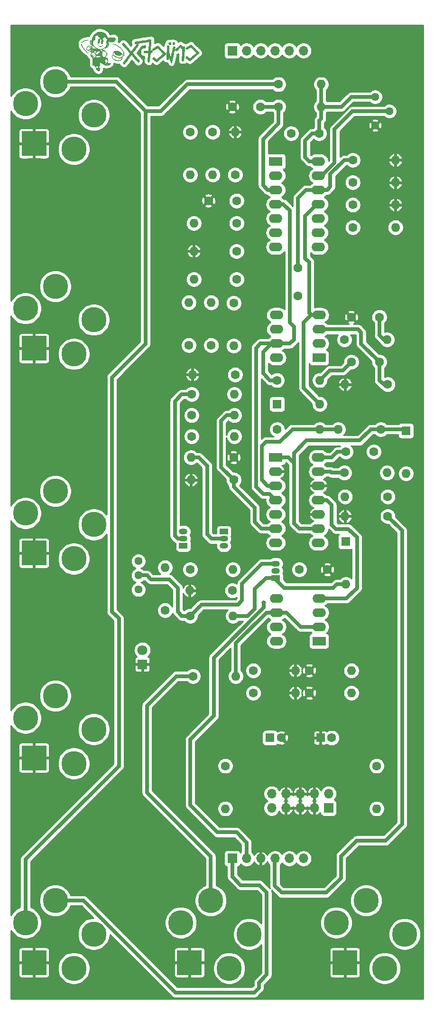
<source format=gbr>
%TF.GenerationSoftware,KiCad,Pcbnew,(5.1.6)-1*%
%TF.CreationDate,2020-06-22T20:03:53-05:00*%
%TF.ProjectId,NOISE_x_S_and_H,4e4f4953-455f-4785-9f53-5f616e645f48,rev?*%
%TF.SameCoordinates,Original*%
%TF.FileFunction,Copper,L2,Bot*%
%TF.FilePolarity,Positive*%
%FSLAX46Y46*%
G04 Gerber Fmt 4.6, Leading zero omitted, Abs format (unit mm)*
G04 Created by KiCad (PCBNEW (5.1.6)-1) date 2020-06-22 20:03:53*
%MOMM*%
%LPD*%
G01*
G04 APERTURE LIST*
%TA.AperFunction,EtchedComponent*%
%ADD10C,0.010000*%
%TD*%
%TA.AperFunction,ComponentPad*%
%ADD11O,1.700000X1.700000*%
%TD*%
%TA.AperFunction,ComponentPad*%
%ADD12R,1.700000X1.700000*%
%TD*%
%TA.AperFunction,ComponentPad*%
%ADD13C,1.600000*%
%TD*%
%TA.AperFunction,ComponentPad*%
%ADD14R,1.600000X1.600000*%
%TD*%
%TA.AperFunction,ComponentPad*%
%ADD15O,1.600000X1.600000*%
%TD*%
%TA.AperFunction,ComponentPad*%
%ADD16O,1.500000X1.050000*%
%TD*%
%TA.AperFunction,ComponentPad*%
%ADD17R,1.500000X1.050000*%
%TD*%
%TA.AperFunction,ComponentPad*%
%ADD18C,4.500000*%
%TD*%
%TA.AperFunction,ComponentPad*%
%ADD19R,4.500000X4.500000*%
%TD*%
%TA.AperFunction,ComponentPad*%
%ADD20C,1.440000*%
%TD*%
%TA.AperFunction,ComponentPad*%
%ADD21R,1.800000X1.800000*%
%TD*%
%TA.AperFunction,ComponentPad*%
%ADD22C,1.800000*%
%TD*%
%TA.AperFunction,ComponentPad*%
%ADD23R,2.400000X1.600000*%
%TD*%
%TA.AperFunction,ComponentPad*%
%ADD24O,2.400000X1.600000*%
%TD*%
%TA.AperFunction,ViaPad*%
%ADD25C,0.800000*%
%TD*%
%TA.AperFunction,Conductor*%
%ADD26C,0.635000*%
%TD*%
%TA.AperFunction,Conductor*%
%ADD27C,0.254000*%
%TD*%
G04 APERTURE END LIST*
D10*
%TO.C,G\u002A\u002A\u002A*%
G36*
X83946169Y-20592517D02*
G01*
X83947704Y-20594344D01*
X83980744Y-20669894D01*
X83992548Y-20779778D01*
X83984016Y-20912551D01*
X83956051Y-21056766D01*
X83909556Y-21200980D01*
X83897614Y-21229980D01*
X83863327Y-21301870D01*
X83832064Y-21337792D01*
X83790319Y-21349866D01*
X83763045Y-21350751D01*
X83695532Y-21339535D01*
X83648584Y-21312532D01*
X83648309Y-21312204D01*
X83629270Y-21260496D01*
X83629132Y-21170049D01*
X83632934Y-21132275D01*
X83649325Y-21028659D01*
X83674235Y-20912371D01*
X83703979Y-20796989D01*
X83734869Y-20696090D01*
X83763218Y-20623252D01*
X83778017Y-20597999D01*
X83829716Y-20568257D01*
X83894764Y-20566236D01*
X83946169Y-20592517D01*
G37*
X83946169Y-20592517D02*
X83947704Y-20594344D01*
X83980744Y-20669894D01*
X83992548Y-20779778D01*
X83984016Y-20912551D01*
X83956051Y-21056766D01*
X83909556Y-21200980D01*
X83897614Y-21229980D01*
X83863327Y-21301870D01*
X83832064Y-21337792D01*
X83790319Y-21349866D01*
X83763045Y-21350751D01*
X83695532Y-21339535D01*
X83648584Y-21312532D01*
X83648309Y-21312204D01*
X83629270Y-21260496D01*
X83629132Y-21170049D01*
X83632934Y-21132275D01*
X83649325Y-21028659D01*
X83674235Y-20912371D01*
X83703979Y-20796989D01*
X83734869Y-20696090D01*
X83763218Y-20623252D01*
X83778017Y-20597999D01*
X83829716Y-20568257D01*
X83894764Y-20566236D01*
X83946169Y-20592517D01*
G36*
X84483586Y-20682354D02*
G01*
X84531091Y-20735798D01*
X84557612Y-20823087D01*
X84562750Y-20937808D01*
X84546108Y-21073546D01*
X84507287Y-21223889D01*
X84458090Y-21354813D01*
X84416232Y-21433600D01*
X84368259Y-21471697D01*
X84299819Y-21475661D01*
X84227077Y-21460351D01*
X84195684Y-21426999D01*
X84182938Y-21351965D01*
X84188737Y-21240838D01*
X84212982Y-21099203D01*
X84235283Y-21005939D01*
X84272679Y-20870178D01*
X84304402Y-20776520D01*
X84334617Y-20717182D01*
X84367491Y-20684378D01*
X84407188Y-20670322D01*
X84415497Y-20669169D01*
X84483586Y-20682354D01*
G37*
X84483586Y-20682354D02*
X84531091Y-20735798D01*
X84557612Y-20823087D01*
X84562750Y-20937808D01*
X84546108Y-21073546D01*
X84507287Y-21223889D01*
X84458090Y-21354813D01*
X84416232Y-21433600D01*
X84368259Y-21471697D01*
X84299819Y-21475661D01*
X84227077Y-21460351D01*
X84195684Y-21426999D01*
X84182938Y-21351965D01*
X84188737Y-21240838D01*
X84212982Y-21099203D01*
X84235283Y-21005939D01*
X84272679Y-20870178D01*
X84304402Y-20776520D01*
X84334617Y-20717182D01*
X84367491Y-20684378D01*
X84407188Y-20670322D01*
X84415497Y-20669169D01*
X84483586Y-20682354D01*
G36*
X83557618Y-21486220D02*
G01*
X83580141Y-21514931D01*
X83660525Y-21615175D01*
X83749564Y-21713375D01*
X83836247Y-21798396D01*
X83909565Y-21859101D01*
X83938097Y-21877024D01*
X84044848Y-21905036D01*
X84171025Y-21893269D01*
X84306475Y-21843306D01*
X84365152Y-21810405D01*
X84447435Y-21762795D01*
X84493403Y-21743662D01*
X84501109Y-21752446D01*
X84468608Y-21788588D01*
X84424001Y-21827308D01*
X84287596Y-21913887D01*
X84147220Y-21955501D01*
X84009964Y-21951525D01*
X83882918Y-21901334D01*
X83848932Y-21877996D01*
X83771811Y-21811444D01*
X83692341Y-21730273D01*
X83619335Y-21645154D01*
X83561605Y-21566758D01*
X83527967Y-21505757D01*
X83522934Y-21483282D01*
X83531453Y-21464490D01*
X83557618Y-21486220D01*
G37*
X83557618Y-21486220D02*
X83580141Y-21514931D01*
X83660525Y-21615175D01*
X83749564Y-21713375D01*
X83836247Y-21798396D01*
X83909565Y-21859101D01*
X83938097Y-21877024D01*
X84044848Y-21905036D01*
X84171025Y-21893269D01*
X84306475Y-21843306D01*
X84365152Y-21810405D01*
X84447435Y-21762795D01*
X84493403Y-21743662D01*
X84501109Y-21752446D01*
X84468608Y-21788588D01*
X84424001Y-21827308D01*
X84287596Y-21913887D01*
X84147220Y-21955501D01*
X84009964Y-21951525D01*
X83882918Y-21901334D01*
X83848932Y-21877996D01*
X83771811Y-21811444D01*
X83692341Y-21730273D01*
X83619335Y-21645154D01*
X83561605Y-21566758D01*
X83527967Y-21505757D01*
X83522934Y-21483282D01*
X83531453Y-21464490D01*
X83557618Y-21486220D01*
G36*
X82928759Y-23630037D02*
G01*
X82924024Y-23639039D01*
X82900067Y-23663320D01*
X82895597Y-23664464D01*
X82893862Y-23648041D01*
X82898598Y-23639039D01*
X82922554Y-23614757D01*
X82927025Y-23613613D01*
X82928759Y-23630037D01*
G37*
X82928759Y-23630037D02*
X82924024Y-23639039D01*
X82900067Y-23663320D01*
X82895597Y-23664464D01*
X82893862Y-23648041D01*
X82898598Y-23639039D01*
X82922554Y-23614757D01*
X82927025Y-23613613D01*
X82928759Y-23630037D01*
G36*
X81652179Y-20813007D02*
G01*
X81485838Y-20845528D01*
X81356818Y-20876126D01*
X81251946Y-20908917D01*
X81158053Y-20948019D01*
X81061996Y-20997535D01*
X80979302Y-21042282D01*
X80931361Y-21064583D01*
X80908937Y-21067500D01*
X80902792Y-21054095D01*
X80902702Y-21050327D01*
X80925559Y-21022370D01*
X80988816Y-20982798D01*
X81084504Y-20935688D01*
X81204656Y-20885117D01*
X81284084Y-20855202D01*
X81485371Y-20799480D01*
X81690891Y-20776227D01*
X81907007Y-20766106D01*
X81652179Y-20813007D01*
G37*
X81652179Y-20813007D02*
X81485838Y-20845528D01*
X81356818Y-20876126D01*
X81251946Y-20908917D01*
X81158053Y-20948019D01*
X81061996Y-20997535D01*
X80979302Y-21042282D01*
X80931361Y-21064583D01*
X80908937Y-21067500D01*
X80902792Y-21054095D01*
X80902702Y-21050327D01*
X80925559Y-21022370D01*
X80988816Y-20982798D01*
X81084504Y-20935688D01*
X81204656Y-20885117D01*
X81284084Y-20855202D01*
X81485371Y-20799480D01*
X81690891Y-20776227D01*
X81907007Y-20766106D01*
X81652179Y-20813007D01*
G36*
X80810281Y-21166839D02*
G01*
X80800336Y-21212509D01*
X80780385Y-21265147D01*
X80756892Y-21305541D01*
X80747646Y-21314160D01*
X80726041Y-21310357D01*
X80724724Y-21302597D01*
X80735272Y-21256998D01*
X80759766Y-21202168D01*
X80787487Y-21159168D01*
X80803759Y-21147347D01*
X80810281Y-21166839D01*
G37*
X80810281Y-21166839D02*
X80800336Y-21212509D01*
X80780385Y-21265147D01*
X80756892Y-21305541D01*
X80747646Y-21314160D01*
X80726041Y-21310357D01*
X80724724Y-21302597D01*
X80735272Y-21256998D01*
X80759766Y-21202168D01*
X80787487Y-21159168D01*
X80803759Y-21147347D01*
X80810281Y-21166839D01*
G36*
X97123659Y-21208887D02*
G01*
X97233270Y-21246888D01*
X97238538Y-21248675D01*
X97314342Y-21277812D01*
X97353896Y-21306578D01*
X97370311Y-21346843D01*
X97373545Y-21370908D01*
X97370031Y-21446182D01*
X97352429Y-21504281D01*
X97300304Y-21557952D01*
X97216133Y-21601773D01*
X97118704Y-21627231D01*
X97074090Y-21630430D01*
X96996997Y-21630430D01*
X96996997Y-21427027D01*
X97149549Y-21427027D01*
X97158224Y-21451791D01*
X97160761Y-21452452D01*
X97182469Y-21434636D01*
X97187687Y-21427027D01*
X97185671Y-21403598D01*
X97176475Y-21401601D01*
X97150584Y-21420058D01*
X97149549Y-21427027D01*
X96996997Y-21427027D01*
X96996997Y-21399888D01*
X96996077Y-21292148D01*
X96999303Y-21224800D01*
X97015656Y-21192221D01*
X97054115Y-21188791D01*
X97123659Y-21208887D01*
G37*
X97123659Y-21208887D02*
X97233270Y-21246888D01*
X97238538Y-21248675D01*
X97314342Y-21277812D01*
X97353896Y-21306578D01*
X97370311Y-21346843D01*
X97373545Y-21370908D01*
X97370031Y-21446182D01*
X97352429Y-21504281D01*
X97300304Y-21557952D01*
X97216133Y-21601773D01*
X97118704Y-21627231D01*
X97074090Y-21630430D01*
X96996997Y-21630430D01*
X96996997Y-21427027D01*
X97149549Y-21427027D01*
X97158224Y-21451791D01*
X97160761Y-21452452D01*
X97182469Y-21434636D01*
X97187687Y-21427027D01*
X97185671Y-21403598D01*
X97176475Y-21401601D01*
X97150584Y-21420058D01*
X97149549Y-21427027D01*
X96996997Y-21427027D01*
X96996997Y-21399888D01*
X96996077Y-21292148D01*
X96999303Y-21224800D01*
X97015656Y-21192221D01*
X97054115Y-21188791D01*
X97123659Y-21208887D01*
G36*
X96681958Y-21230640D02*
G01*
X96682167Y-21258976D01*
X96672671Y-21324058D01*
X96655424Y-21413134D01*
X96650465Y-21436135D01*
X96607772Y-21630430D01*
X96508036Y-21630430D01*
X96418414Y-21616592D01*
X96345244Y-21567211D01*
X96337914Y-21560044D01*
X96297442Y-21504182D01*
X96263127Y-21431128D01*
X96261874Y-21427027D01*
X96437637Y-21427027D01*
X96456985Y-21451713D01*
X96463063Y-21452452D01*
X96487749Y-21433104D01*
X96488488Y-21427027D01*
X96469140Y-21402340D01*
X96463063Y-21401601D01*
X96438376Y-21420949D01*
X96437637Y-21427027D01*
X96261874Y-21427027D01*
X96240702Y-21357755D01*
X96235897Y-21300937D01*
X96243521Y-21282137D01*
X96273614Y-21272844D01*
X96338886Y-21261386D01*
X96424748Y-21249477D01*
X96516611Y-21238830D01*
X96599883Y-21231159D01*
X96659975Y-21228179D01*
X96681958Y-21230640D01*
G37*
X96681958Y-21230640D02*
X96682167Y-21258976D01*
X96672671Y-21324058D01*
X96655424Y-21413134D01*
X96650465Y-21436135D01*
X96607772Y-21630430D01*
X96508036Y-21630430D01*
X96418414Y-21616592D01*
X96345244Y-21567211D01*
X96337914Y-21560044D01*
X96297442Y-21504182D01*
X96263127Y-21431128D01*
X96261874Y-21427027D01*
X96437637Y-21427027D01*
X96456985Y-21451713D01*
X96463063Y-21452452D01*
X96487749Y-21433104D01*
X96488488Y-21427027D01*
X96469140Y-21402340D01*
X96463063Y-21401601D01*
X96438376Y-21420949D01*
X96437637Y-21427027D01*
X96261874Y-21427027D01*
X96240702Y-21357755D01*
X96235897Y-21300937D01*
X96243521Y-21282137D01*
X96273614Y-21272844D01*
X96338886Y-21261386D01*
X96424748Y-21249477D01*
X96516611Y-21238830D01*
X96599883Y-21231159D01*
X96659975Y-21228179D01*
X96681958Y-21230640D01*
G36*
X82243894Y-22150455D02*
G01*
X82301922Y-22205617D01*
X82341144Y-22245179D01*
X82351952Y-22258513D01*
X82345665Y-22264682D01*
X82322486Y-22247117D01*
X82275938Y-22200189D01*
X82236341Y-22158008D01*
X82135835Y-22049950D01*
X82243894Y-22150455D01*
G37*
X82243894Y-22150455D02*
X82301922Y-22205617D01*
X82341144Y-22245179D01*
X82351952Y-22258513D01*
X82345665Y-22264682D01*
X82322486Y-22247117D01*
X82275938Y-22200189D01*
X82236341Y-22158008D01*
X82135835Y-22049950D01*
X82243894Y-22150455D01*
G36*
X80709618Y-21565339D02*
G01*
X80721569Y-21605005D01*
X80805842Y-21851006D01*
X80920923Y-22071311D01*
X80978910Y-22158523D01*
X81056848Y-22258098D01*
X81163883Y-22379891D01*
X81289923Y-22513713D01*
X81424879Y-22649375D01*
X81558660Y-22776689D01*
X81681174Y-22885466D01*
X81767167Y-22954441D01*
X81858878Y-23023538D01*
X81914593Y-23068100D01*
X81939702Y-23093138D01*
X81939594Y-23103666D01*
X81929163Y-23105105D01*
X81895135Y-23092046D01*
X81834107Y-23058256D01*
X81777882Y-23023058D01*
X81686181Y-22953967D01*
X81571600Y-22854116D01*
X81442936Y-22732522D01*
X81308986Y-22598206D01*
X81178547Y-22460185D01*
X81060415Y-22327479D01*
X80963387Y-22209106D01*
X80905427Y-22128578D01*
X80836807Y-22011340D01*
X80775303Y-21884714D01*
X80725355Y-21760366D01*
X80691401Y-21649965D01*
X80677881Y-21565179D01*
X80680107Y-21536318D01*
X80691635Y-21527547D01*
X80709618Y-21565339D01*
G37*
X80709618Y-21565339D02*
X80721569Y-21605005D01*
X80805842Y-21851006D01*
X80920923Y-22071311D01*
X80978910Y-22158523D01*
X81056848Y-22258098D01*
X81163883Y-22379891D01*
X81289923Y-22513713D01*
X81424879Y-22649375D01*
X81558660Y-22776689D01*
X81681174Y-22885466D01*
X81767167Y-22954441D01*
X81858878Y-23023538D01*
X81914593Y-23068100D01*
X81939702Y-23093138D01*
X81939594Y-23103666D01*
X81929163Y-23105105D01*
X81895135Y-23092046D01*
X81834107Y-23058256D01*
X81777882Y-23023058D01*
X81686181Y-22953967D01*
X81571600Y-22854116D01*
X81442936Y-22732522D01*
X81308986Y-22598206D01*
X81178547Y-22460185D01*
X81060415Y-22327479D01*
X80963387Y-22209106D01*
X80905427Y-22128578D01*
X80836807Y-22011340D01*
X80775303Y-21884714D01*
X80725355Y-21760366D01*
X80691401Y-21649965D01*
X80677881Y-21565179D01*
X80680107Y-21536318D01*
X80691635Y-21527547D01*
X80709618Y-21565339D01*
G36*
X86393827Y-21435671D02*
G01*
X86479234Y-21464643D01*
X86588228Y-21507234D01*
X86713389Y-21560654D01*
X86847295Y-21622114D01*
X86890390Y-21642834D01*
X87175238Y-21795969D01*
X87426821Y-21964717D01*
X87662626Y-22161503D01*
X87782269Y-22276486D01*
X87896119Y-22393353D01*
X87980967Y-22488805D01*
X88046078Y-22574909D01*
X88100722Y-22663733D01*
X88145249Y-22749149D01*
X88209837Y-22896606D01*
X88257814Y-23039644D01*
X88278286Y-23130305D01*
X88289840Y-23248203D01*
X88289504Y-23368677D01*
X88278839Y-23481133D01*
X88259407Y-23574976D01*
X88232772Y-23639611D01*
X88200494Y-23664445D01*
X88199534Y-23664464D01*
X88188256Y-23646644D01*
X88204827Y-23607257D01*
X88226376Y-23536765D01*
X88237202Y-23430952D01*
X88237855Y-23304081D01*
X88228891Y-23170416D01*
X88210861Y-23044221D01*
X88184319Y-22939758D01*
X88178311Y-22923419D01*
X88057091Y-22681060D01*
X87889029Y-22447063D01*
X87677869Y-22224607D01*
X87427354Y-22016868D01*
X87141228Y-21827024D01*
X86823236Y-21658252D01*
X86549288Y-21540880D01*
X86452809Y-21501124D01*
X86376262Y-21464952D01*
X86330881Y-21437892D01*
X86323460Y-21429741D01*
X86339428Y-21423107D01*
X86393827Y-21435671D01*
G37*
X86393827Y-21435671D02*
X86479234Y-21464643D01*
X86588228Y-21507234D01*
X86713389Y-21560654D01*
X86847295Y-21622114D01*
X86890390Y-21642834D01*
X87175238Y-21795969D01*
X87426821Y-21964717D01*
X87662626Y-22161503D01*
X87782269Y-22276486D01*
X87896119Y-22393353D01*
X87980967Y-22488805D01*
X88046078Y-22574909D01*
X88100722Y-22663733D01*
X88145249Y-22749149D01*
X88209837Y-22896606D01*
X88257814Y-23039644D01*
X88278286Y-23130305D01*
X88289840Y-23248203D01*
X88289504Y-23368677D01*
X88278839Y-23481133D01*
X88259407Y-23574976D01*
X88232772Y-23639611D01*
X88200494Y-23664445D01*
X88199534Y-23664464D01*
X88188256Y-23646644D01*
X88204827Y-23607257D01*
X88226376Y-23536765D01*
X88237202Y-23430952D01*
X88237855Y-23304081D01*
X88228891Y-23170416D01*
X88210861Y-23044221D01*
X88184319Y-22939758D01*
X88178311Y-22923419D01*
X88057091Y-22681060D01*
X87889029Y-22447063D01*
X87677869Y-22224607D01*
X87427354Y-22016868D01*
X87141228Y-21827024D01*
X86823236Y-21658252D01*
X86549288Y-21540880D01*
X86452809Y-21501124D01*
X86376262Y-21464952D01*
X86330881Y-21437892D01*
X86323460Y-21429741D01*
X86339428Y-21423107D01*
X86393827Y-21435671D01*
G36*
X87144507Y-22744442D02*
G01*
X87340687Y-22787186D01*
X87530798Y-22863272D01*
X87706680Y-22971939D01*
X87795907Y-23046728D01*
X87904499Y-23168569D01*
X87988672Y-23303696D01*
X88045665Y-23442912D01*
X88072712Y-23577022D01*
X88067051Y-23696828D01*
X88025919Y-23793136D01*
X88021821Y-23798529D01*
X87980463Y-23887909D01*
X87970971Y-23968236D01*
X87946780Y-24110222D01*
X87878024Y-24237837D01*
X87770427Y-24344248D01*
X87629711Y-24422625D01*
X87573982Y-24442083D01*
X87443468Y-24466839D01*
X87285618Y-24475020D01*
X87121121Y-24466760D01*
X86970667Y-24442196D01*
X86953954Y-24438005D01*
X86789847Y-24383237D01*
X86625430Y-24307630D01*
X86471015Y-24217769D01*
X86336918Y-24120236D01*
X86233451Y-24021614D01*
X86177626Y-23942495D01*
X86154211Y-23870737D01*
X86143203Y-23780031D01*
X86143584Y-23683433D01*
X86154336Y-23593996D01*
X86174439Y-23524778D01*
X86202876Y-23488832D01*
X86213203Y-23486486D01*
X86219640Y-23508299D01*
X86211622Y-23564484D01*
X86198162Y-23617176D01*
X86176199Y-23750882D01*
X86196785Y-23869581D01*
X86262719Y-23982595D01*
X86329967Y-24056205D01*
X86435977Y-24141511D01*
X86574435Y-24228121D01*
X86728001Y-24307008D01*
X86879333Y-24369143D01*
X86994835Y-24402371D01*
X87155977Y-24423293D01*
X87326185Y-24424187D01*
X87488991Y-24406360D01*
X87627927Y-24371119D01*
X87682504Y-24347786D01*
X87799046Y-24263111D01*
X87879523Y-24151872D01*
X87917537Y-24023831D01*
X87919701Y-23985918D01*
X87916657Y-23923509D01*
X87902840Y-23901019D01*
X87875625Y-23906342D01*
X87651551Y-23972543D01*
X87418430Y-23988786D01*
X87176578Y-23955093D01*
X86926307Y-23871488D01*
X86833729Y-23828940D01*
X86650794Y-23722237D01*
X86506478Y-23603295D01*
X86402420Y-23476118D01*
X86340260Y-23344706D01*
X86332531Y-23290073D01*
X86372380Y-23290073D01*
X86392891Y-23367592D01*
X86456536Y-23475775D01*
X86560915Y-23585313D01*
X86696473Y-23690038D01*
X86853651Y-23783783D01*
X87022894Y-23860379D01*
X87194645Y-23913660D01*
X87259059Y-23926591D01*
X87390592Y-23938994D01*
X87535283Y-23937796D01*
X87666877Y-23923676D01*
X87708317Y-23914980D01*
X87825025Y-23865257D01*
X87922979Y-23791790D01*
X87984666Y-23725616D01*
X88014254Y-23668445D01*
X88021821Y-23601431D01*
X88006484Y-23465341D01*
X87965052Y-23337160D01*
X87918125Y-23256189D01*
X87884840Y-23215021D01*
X87872165Y-23212975D01*
X87869848Y-23248760D01*
X87869834Y-23250105D01*
X87845289Y-23356238D01*
X87774295Y-23442086D01*
X87698251Y-23489271D01*
X87560655Y-23530342D01*
X87402211Y-23536501D01*
X87233819Y-23511581D01*
X87066378Y-23459413D01*
X86910790Y-23383830D01*
X86777954Y-23288663D01*
X86678771Y-23177746D01*
X86645999Y-23119338D01*
X86621266Y-23054469D01*
X87347915Y-23054469D01*
X87355749Y-23079315D01*
X87393361Y-23102779D01*
X87440292Y-23115598D01*
X87472670Y-23110951D01*
X87473413Y-23088235D01*
X87448742Y-23063086D01*
X87394213Y-23032210D01*
X87359878Y-23039391D01*
X87347915Y-23054469D01*
X86621266Y-23054469D01*
X86616518Y-23042018D01*
X86599878Y-22974373D01*
X86598556Y-22958909D01*
X86597167Y-22951740D01*
X87335335Y-22951740D01*
X87356306Y-22980986D01*
X87404763Y-23012110D01*
X87459027Y-23034017D01*
X87497417Y-23035612D01*
X87498273Y-23035123D01*
X87497901Y-23011482D01*
X87464556Y-22974563D01*
X87463773Y-22973926D01*
X87405302Y-22937951D01*
X87358112Y-22928110D01*
X87335721Y-22946739D01*
X87335335Y-22951740D01*
X86597167Y-22951740D01*
X86589404Y-22911690D01*
X86559786Y-22908680D01*
X86521124Y-22934292D01*
X86426825Y-23038246D01*
X86376377Y-23159767D01*
X86372380Y-23290073D01*
X86332531Y-23290073D01*
X86321636Y-23213062D01*
X86348190Y-23085187D01*
X86421558Y-22965083D01*
X86462244Y-22922134D01*
X86601125Y-22823887D01*
X86766568Y-22762030D01*
X86950415Y-22735803D01*
X87144507Y-22744442D01*
G37*
X87144507Y-22744442D02*
X87340687Y-22787186D01*
X87530798Y-22863272D01*
X87706680Y-22971939D01*
X87795907Y-23046728D01*
X87904499Y-23168569D01*
X87988672Y-23303696D01*
X88045665Y-23442912D01*
X88072712Y-23577022D01*
X88067051Y-23696828D01*
X88025919Y-23793136D01*
X88021821Y-23798529D01*
X87980463Y-23887909D01*
X87970971Y-23968236D01*
X87946780Y-24110222D01*
X87878024Y-24237837D01*
X87770427Y-24344248D01*
X87629711Y-24422625D01*
X87573982Y-24442083D01*
X87443468Y-24466839D01*
X87285618Y-24475020D01*
X87121121Y-24466760D01*
X86970667Y-24442196D01*
X86953954Y-24438005D01*
X86789847Y-24383237D01*
X86625430Y-24307630D01*
X86471015Y-24217769D01*
X86336918Y-24120236D01*
X86233451Y-24021614D01*
X86177626Y-23942495D01*
X86154211Y-23870737D01*
X86143203Y-23780031D01*
X86143584Y-23683433D01*
X86154336Y-23593996D01*
X86174439Y-23524778D01*
X86202876Y-23488832D01*
X86213203Y-23486486D01*
X86219640Y-23508299D01*
X86211622Y-23564484D01*
X86198162Y-23617176D01*
X86176199Y-23750882D01*
X86196785Y-23869581D01*
X86262719Y-23982595D01*
X86329967Y-24056205D01*
X86435977Y-24141511D01*
X86574435Y-24228121D01*
X86728001Y-24307008D01*
X86879333Y-24369143D01*
X86994835Y-24402371D01*
X87155977Y-24423293D01*
X87326185Y-24424187D01*
X87488991Y-24406360D01*
X87627927Y-24371119D01*
X87682504Y-24347786D01*
X87799046Y-24263111D01*
X87879523Y-24151872D01*
X87917537Y-24023831D01*
X87919701Y-23985918D01*
X87916657Y-23923509D01*
X87902840Y-23901019D01*
X87875625Y-23906342D01*
X87651551Y-23972543D01*
X87418430Y-23988786D01*
X87176578Y-23955093D01*
X86926307Y-23871488D01*
X86833729Y-23828940D01*
X86650794Y-23722237D01*
X86506478Y-23603295D01*
X86402420Y-23476118D01*
X86340260Y-23344706D01*
X86332531Y-23290073D01*
X86372380Y-23290073D01*
X86392891Y-23367592D01*
X86456536Y-23475775D01*
X86560915Y-23585313D01*
X86696473Y-23690038D01*
X86853651Y-23783783D01*
X87022894Y-23860379D01*
X87194645Y-23913660D01*
X87259059Y-23926591D01*
X87390592Y-23938994D01*
X87535283Y-23937796D01*
X87666877Y-23923676D01*
X87708317Y-23914980D01*
X87825025Y-23865257D01*
X87922979Y-23791790D01*
X87984666Y-23725616D01*
X88014254Y-23668445D01*
X88021821Y-23601431D01*
X88006484Y-23465341D01*
X87965052Y-23337160D01*
X87918125Y-23256189D01*
X87884840Y-23215021D01*
X87872165Y-23212975D01*
X87869848Y-23248760D01*
X87869834Y-23250105D01*
X87845289Y-23356238D01*
X87774295Y-23442086D01*
X87698251Y-23489271D01*
X87560655Y-23530342D01*
X87402211Y-23536501D01*
X87233819Y-23511581D01*
X87066378Y-23459413D01*
X86910790Y-23383830D01*
X86777954Y-23288663D01*
X86678771Y-23177746D01*
X86645999Y-23119338D01*
X86621266Y-23054469D01*
X87347915Y-23054469D01*
X87355749Y-23079315D01*
X87393361Y-23102779D01*
X87440292Y-23115598D01*
X87472670Y-23110951D01*
X87473413Y-23088235D01*
X87448742Y-23063086D01*
X87394213Y-23032210D01*
X87359878Y-23039391D01*
X87347915Y-23054469D01*
X86621266Y-23054469D01*
X86616518Y-23042018D01*
X86599878Y-22974373D01*
X86598556Y-22958909D01*
X86597167Y-22951740D01*
X87335335Y-22951740D01*
X87356306Y-22980986D01*
X87404763Y-23012110D01*
X87459027Y-23034017D01*
X87497417Y-23035612D01*
X87498273Y-23035123D01*
X87497901Y-23011482D01*
X87464556Y-22974563D01*
X87463773Y-22973926D01*
X87405302Y-22937951D01*
X87358112Y-22928110D01*
X87335721Y-22946739D01*
X87335335Y-22951740D01*
X86597167Y-22951740D01*
X86589404Y-22911690D01*
X86559786Y-22908680D01*
X86521124Y-22934292D01*
X86426825Y-23038246D01*
X86376377Y-23159767D01*
X86372380Y-23290073D01*
X86332531Y-23290073D01*
X86321636Y-23213062D01*
X86348190Y-23085187D01*
X86421558Y-22965083D01*
X86462244Y-22922134D01*
X86601125Y-22823887D01*
X86766568Y-22762030D01*
X86950415Y-22735803D01*
X87144507Y-22744442D01*
G36*
X98589634Y-21795695D02*
G01*
X98666861Y-21875109D01*
X98731108Y-21935258D01*
X98775039Y-21969658D01*
X98790990Y-21973673D01*
X98820755Y-21961346D01*
X98888215Y-21955551D01*
X98967408Y-21956774D01*
X99056231Y-21962497D01*
X99105715Y-21971612D01*
X99127337Y-21989416D01*
X99132573Y-22021207D01*
X99132666Y-22033050D01*
X99130956Y-22072092D01*
X99126094Y-22156323D01*
X99118436Y-22280202D01*
X99108339Y-22438187D01*
X99096160Y-22624739D01*
X99082257Y-22834316D01*
X99066985Y-23061377D01*
X99056390Y-23217239D01*
X99040388Y-23453543D01*
X99025529Y-23676655D01*
X99012168Y-23880923D01*
X99000666Y-24060699D01*
X98991380Y-24210330D01*
X98984670Y-24324168D01*
X98980892Y-24396561D01*
X98980180Y-24418590D01*
X98975232Y-24474232D01*
X98963119Y-24498649D01*
X98961111Y-24498604D01*
X98927443Y-24494715D01*
X98858696Y-24489457D01*
X98780855Y-24484619D01*
X98619669Y-24475533D01*
X98635183Y-24241620D01*
X98640512Y-24155220D01*
X98647885Y-24026977D01*
X98656813Y-23865837D01*
X98666808Y-23680747D01*
X98677383Y-23480652D01*
X98688050Y-23274498D01*
X98689895Y-23238358D01*
X98729093Y-22469008D01*
X98558511Y-22279165D01*
X98387928Y-22089322D01*
X98034588Y-22423203D01*
X97920731Y-22528667D01*
X97820828Y-22617125D01*
X97740455Y-22683944D01*
X97685187Y-22724491D01*
X97660600Y-22734132D01*
X97660520Y-22734047D01*
X97632931Y-22703056D01*
X97584393Y-22648267D01*
X97547331Y-22606346D01*
X97454869Y-22501682D01*
X97702660Y-22262120D01*
X97822222Y-22146690D01*
X97955323Y-22018445D01*
X98084244Y-21894447D01*
X98174910Y-21807425D01*
X98399371Y-21592292D01*
X98589634Y-21795695D01*
G37*
X98589634Y-21795695D02*
X98666861Y-21875109D01*
X98731108Y-21935258D01*
X98775039Y-21969658D01*
X98790990Y-21973673D01*
X98820755Y-21961346D01*
X98888215Y-21955551D01*
X98967408Y-21956774D01*
X99056231Y-21962497D01*
X99105715Y-21971612D01*
X99127337Y-21989416D01*
X99132573Y-22021207D01*
X99132666Y-22033050D01*
X99130956Y-22072092D01*
X99126094Y-22156323D01*
X99118436Y-22280202D01*
X99108339Y-22438187D01*
X99096160Y-22624739D01*
X99082257Y-22834316D01*
X99066985Y-23061377D01*
X99056390Y-23217239D01*
X99040388Y-23453543D01*
X99025529Y-23676655D01*
X99012168Y-23880923D01*
X99000666Y-24060699D01*
X98991380Y-24210330D01*
X98984670Y-24324168D01*
X98980892Y-24396561D01*
X98980180Y-24418590D01*
X98975232Y-24474232D01*
X98963119Y-24498649D01*
X98961111Y-24498604D01*
X98927443Y-24494715D01*
X98858696Y-24489457D01*
X98780855Y-24484619D01*
X98619669Y-24475533D01*
X98635183Y-24241620D01*
X98640512Y-24155220D01*
X98647885Y-24026977D01*
X98656813Y-23865837D01*
X98666808Y-23680747D01*
X98677383Y-23480652D01*
X98688050Y-23274498D01*
X98689895Y-23238358D01*
X98729093Y-22469008D01*
X98558511Y-22279165D01*
X98387928Y-22089322D01*
X98034588Y-22423203D01*
X97920731Y-22528667D01*
X97820828Y-22617125D01*
X97740455Y-22683944D01*
X97685187Y-22724491D01*
X97660600Y-22734132D01*
X97660520Y-22734047D01*
X97632931Y-22703056D01*
X97584393Y-22648267D01*
X97547331Y-22606346D01*
X97454869Y-22501682D01*
X97702660Y-22262120D01*
X97822222Y-22146690D01*
X97955323Y-22018445D01*
X98084244Y-21894447D01*
X98174910Y-21807425D01*
X98399371Y-21592292D01*
X98589634Y-21795695D01*
G36*
X101004281Y-22345121D02*
G01*
X101161459Y-22503041D01*
X101306441Y-22650279D01*
X101435455Y-22782887D01*
X101544730Y-22896918D01*
X101630495Y-22988422D01*
X101688978Y-23053452D01*
X101716407Y-23088060D01*
X101717970Y-23092267D01*
X101697107Y-23114825D01*
X101642297Y-23165680D01*
X101558404Y-23240682D01*
X101450293Y-23335685D01*
X101322829Y-23446543D01*
X101180878Y-23569107D01*
X101029306Y-23699230D01*
X100872976Y-23832766D01*
X100716755Y-23965567D01*
X100565507Y-24093486D01*
X100424098Y-24212376D01*
X100297393Y-24318090D01*
X100190257Y-24406480D01*
X100107556Y-24473399D01*
X100054154Y-24514701D01*
X100035335Y-24526568D01*
X100008151Y-24510924D01*
X99948628Y-24468203D01*
X99863685Y-24403646D01*
X99760244Y-24322494D01*
X99666666Y-24247400D01*
X99554316Y-24155547D01*
X99456591Y-24074095D01*
X99380052Y-24008637D01*
X99331260Y-23964769D01*
X99316557Y-23948826D01*
X99327490Y-23920111D01*
X99361222Y-23867015D01*
X99407211Y-23803554D01*
X99454918Y-23743747D01*
X99493804Y-23701609D01*
X99511159Y-23690023D01*
X99535855Y-23705064D01*
X99592053Y-23746052D01*
X99671725Y-23806952D01*
X99766841Y-23881727D01*
X99779317Y-23891668D01*
X100031807Y-24093180D01*
X100275113Y-23885633D01*
X100380041Y-23795981D01*
X100510404Y-23684377D01*
X100653100Y-23562051D01*
X100795029Y-23440229D01*
X100870570Y-23375314D01*
X101222723Y-23072542D01*
X100719910Y-22569258D01*
X100572390Y-22421796D01*
X100456309Y-22306712D01*
X100367231Y-22220344D01*
X100300722Y-22159030D01*
X100252345Y-22119106D01*
X100217667Y-22096911D01*
X100192253Y-22088782D01*
X100171667Y-22091058D01*
X100151642Y-22099987D01*
X100106103Y-22124852D01*
X100026664Y-22169424D01*
X99923456Y-22227975D01*
X99806611Y-22294777D01*
X99772363Y-22314448D01*
X99659529Y-22378951D01*
X99563283Y-22433260D01*
X99491755Y-22472842D01*
X99453073Y-22493164D01*
X99448703Y-22494895D01*
X99431816Y-22474821D01*
X99399642Y-22424323D01*
X99360560Y-22357989D01*
X99322946Y-22290405D01*
X99295176Y-22236157D01*
X99285524Y-22210746D01*
X99306557Y-22193744D01*
X99365638Y-22155549D01*
X99456521Y-22099949D01*
X99572960Y-22030731D01*
X99708711Y-21951682D01*
X99783819Y-21908544D01*
X100282353Y-21623526D01*
X101004281Y-22345121D01*
G37*
X101004281Y-22345121D02*
X101161459Y-22503041D01*
X101306441Y-22650279D01*
X101435455Y-22782887D01*
X101544730Y-22896918D01*
X101630495Y-22988422D01*
X101688978Y-23053452D01*
X101716407Y-23088060D01*
X101717970Y-23092267D01*
X101697107Y-23114825D01*
X101642297Y-23165680D01*
X101558404Y-23240682D01*
X101450293Y-23335685D01*
X101322829Y-23446543D01*
X101180878Y-23569107D01*
X101029306Y-23699230D01*
X100872976Y-23832766D01*
X100716755Y-23965567D01*
X100565507Y-24093486D01*
X100424098Y-24212376D01*
X100297393Y-24318090D01*
X100190257Y-24406480D01*
X100107556Y-24473399D01*
X100054154Y-24514701D01*
X100035335Y-24526568D01*
X100008151Y-24510924D01*
X99948628Y-24468203D01*
X99863685Y-24403646D01*
X99760244Y-24322494D01*
X99666666Y-24247400D01*
X99554316Y-24155547D01*
X99456591Y-24074095D01*
X99380052Y-24008637D01*
X99331260Y-23964769D01*
X99316557Y-23948826D01*
X99327490Y-23920111D01*
X99361222Y-23867015D01*
X99407211Y-23803554D01*
X99454918Y-23743747D01*
X99493804Y-23701609D01*
X99511159Y-23690023D01*
X99535855Y-23705064D01*
X99592053Y-23746052D01*
X99671725Y-23806952D01*
X99766841Y-23881727D01*
X99779317Y-23891668D01*
X100031807Y-24093180D01*
X100275113Y-23885633D01*
X100380041Y-23795981D01*
X100510404Y-23684377D01*
X100653100Y-23562051D01*
X100795029Y-23440229D01*
X100870570Y-23375314D01*
X101222723Y-23072542D01*
X100719910Y-22569258D01*
X100572390Y-22421796D01*
X100456309Y-22306712D01*
X100367231Y-22220344D01*
X100300722Y-22159030D01*
X100252345Y-22119106D01*
X100217667Y-22096911D01*
X100192253Y-22088782D01*
X100171667Y-22091058D01*
X100151642Y-22099987D01*
X100106103Y-22124852D01*
X100026664Y-22169424D01*
X99923456Y-22227975D01*
X99806611Y-22294777D01*
X99772363Y-22314448D01*
X99659529Y-22378951D01*
X99563283Y-22433260D01*
X99491755Y-22472842D01*
X99453073Y-22493164D01*
X99448703Y-22494895D01*
X99431816Y-22474821D01*
X99399642Y-22424323D01*
X99360560Y-22357989D01*
X99322946Y-22290405D01*
X99295176Y-22236157D01*
X99285524Y-22210746D01*
X99306557Y-22193744D01*
X99365638Y-22155549D01*
X99456521Y-22099949D01*
X99572960Y-22030731D01*
X99708711Y-21951682D01*
X99783819Y-21908544D01*
X100282353Y-21623526D01*
X101004281Y-22345121D01*
G36*
X95079534Y-22522476D02*
G01*
X95236960Y-22680221D01*
X95382561Y-22826874D01*
X95512525Y-22958536D01*
X95623039Y-23071313D01*
X95710290Y-23161306D01*
X95770465Y-23224619D01*
X95799753Y-23257355D01*
X95802002Y-23260888D01*
X95783317Y-23280892D01*
X95730481Y-23329445D01*
X95648318Y-23402437D01*
X95541652Y-23495757D01*
X95415309Y-23605297D01*
X95274113Y-23726945D01*
X95122890Y-23856592D01*
X94966463Y-23990128D01*
X94809658Y-24123442D01*
X94657300Y-24252425D01*
X94514213Y-24372966D01*
X94385222Y-24480955D01*
X94275152Y-24572283D01*
X94188829Y-24642838D01*
X94131076Y-24688512D01*
X94106718Y-24705194D01*
X94106524Y-24705202D01*
X94080905Y-24689368D01*
X94022785Y-24646526D01*
X93938978Y-24581918D01*
X93836303Y-24500782D01*
X93742542Y-24425378D01*
X93630003Y-24333192D01*
X93531980Y-24250995D01*
X93455082Y-24184486D01*
X93405917Y-24139359D01*
X93390944Y-24122339D01*
X93401627Y-24091590D01*
X93436120Y-24037687D01*
X93483494Y-23974609D01*
X93532819Y-23916337D01*
X93573169Y-23876853D01*
X93589870Y-23867868D01*
X93616231Y-23882886D01*
X93673275Y-23923659D01*
X93752309Y-23983764D01*
X93834705Y-24048795D01*
X93927598Y-24122218D01*
X94007718Y-24183588D01*
X94065783Y-24225919D01*
X94091147Y-24241825D01*
X94117468Y-24228942D01*
X94177225Y-24186670D01*
X94265441Y-24118944D01*
X94377143Y-24029700D01*
X94507355Y-23922871D01*
X94651102Y-23802394D01*
X94710298Y-23752098D01*
X95298661Y-23250269D01*
X94792417Y-22744026D01*
X94286174Y-22237782D01*
X93969863Y-22419658D01*
X93817849Y-22507597D01*
X93704106Y-22572964D01*
X93622035Y-22617108D01*
X93565035Y-22641380D01*
X93526506Y-22647130D01*
X93499847Y-22635708D01*
X93478457Y-22608465D01*
X93455737Y-22566749D01*
X93435148Y-22529032D01*
X93406600Y-22481835D01*
X93385323Y-22444989D01*
X93375541Y-22414238D01*
X93381477Y-22385328D01*
X93407355Y-22354002D01*
X93457399Y-22316006D01*
X93535832Y-22267084D01*
X93646878Y-22202980D01*
X93794759Y-22119440D01*
X93901808Y-22058850D01*
X94357066Y-21800341D01*
X95079534Y-22522476D01*
G37*
X95079534Y-22522476D02*
X95236960Y-22680221D01*
X95382561Y-22826874D01*
X95512525Y-22958536D01*
X95623039Y-23071313D01*
X95710290Y-23161306D01*
X95770465Y-23224619D01*
X95799753Y-23257355D01*
X95802002Y-23260888D01*
X95783317Y-23280892D01*
X95730481Y-23329445D01*
X95648318Y-23402437D01*
X95541652Y-23495757D01*
X95415309Y-23605297D01*
X95274113Y-23726945D01*
X95122890Y-23856592D01*
X94966463Y-23990128D01*
X94809658Y-24123442D01*
X94657300Y-24252425D01*
X94514213Y-24372966D01*
X94385222Y-24480955D01*
X94275152Y-24572283D01*
X94188829Y-24642838D01*
X94131076Y-24688512D01*
X94106718Y-24705194D01*
X94106524Y-24705202D01*
X94080905Y-24689368D01*
X94022785Y-24646526D01*
X93938978Y-24581918D01*
X93836303Y-24500782D01*
X93742542Y-24425378D01*
X93630003Y-24333192D01*
X93531980Y-24250995D01*
X93455082Y-24184486D01*
X93405917Y-24139359D01*
X93390944Y-24122339D01*
X93401627Y-24091590D01*
X93436120Y-24037687D01*
X93483494Y-23974609D01*
X93532819Y-23916337D01*
X93573169Y-23876853D01*
X93589870Y-23867868D01*
X93616231Y-23882886D01*
X93673275Y-23923659D01*
X93752309Y-23983764D01*
X93834705Y-24048795D01*
X93927598Y-24122218D01*
X94007718Y-24183588D01*
X94065783Y-24225919D01*
X94091147Y-24241825D01*
X94117468Y-24228942D01*
X94177225Y-24186670D01*
X94265441Y-24118944D01*
X94377143Y-24029700D01*
X94507355Y-23922871D01*
X94651102Y-23802394D01*
X94710298Y-23752098D01*
X95298661Y-23250269D01*
X94792417Y-22744026D01*
X94286174Y-22237782D01*
X93969863Y-22419658D01*
X93817849Y-22507597D01*
X93704106Y-22572964D01*
X93622035Y-22617108D01*
X93565035Y-22641380D01*
X93526506Y-22647130D01*
X93499847Y-22635708D01*
X93478457Y-22608465D01*
X93455737Y-22566749D01*
X93435148Y-22529032D01*
X93406600Y-22481835D01*
X93385323Y-22444989D01*
X93375541Y-22414238D01*
X93381477Y-22385328D01*
X93407355Y-22354002D01*
X93457399Y-22316006D01*
X93535832Y-22267084D01*
X93646878Y-22202980D01*
X93794759Y-22119440D01*
X93901808Y-22058850D01*
X94357066Y-21800341D01*
X95079534Y-22522476D01*
G36*
X96334060Y-22030881D02*
G01*
X96331929Y-22129009D01*
X96327372Y-22262463D01*
X96320995Y-22415809D01*
X96313405Y-22573614D01*
X96310847Y-22622022D01*
X96289509Y-23016116D01*
X96471631Y-23416178D01*
X96531730Y-23546631D01*
X96585006Y-23659323D01*
X96627806Y-23746764D01*
X96656479Y-23801462D01*
X96666903Y-23816629D01*
X96675322Y-23792817D01*
X96693619Y-23724809D01*
X96720480Y-23618011D01*
X96754592Y-23477829D01*
X96794641Y-23309670D01*
X96839314Y-23118942D01*
X96887297Y-22911051D01*
X96893804Y-22882632D01*
X96941849Y-22672721D01*
X96986224Y-22479055D01*
X97025680Y-22307070D01*
X97058969Y-22162204D01*
X97084839Y-22049892D01*
X97102042Y-21975572D01*
X97109329Y-21944680D01*
X97109483Y-21944136D01*
X97133157Y-21947186D01*
X97193476Y-21959112D01*
X97277535Y-21977357D01*
X97280124Y-21977938D01*
X97372050Y-22001262D01*
X97422326Y-22022202D01*
X97439696Y-22045185D01*
X97438893Y-22058326D01*
X97431485Y-22090430D01*
X97413759Y-22167476D01*
X97386778Y-22284844D01*
X97351601Y-22437914D01*
X97309291Y-22622066D01*
X97260909Y-22832681D01*
X97207517Y-23065138D01*
X97150176Y-23314818D01*
X97110754Y-23486486D01*
X97051556Y-23744166D01*
X96995712Y-23987004D01*
X96944268Y-24210478D01*
X96898268Y-24410062D01*
X96858756Y-24581231D01*
X96826776Y-24719460D01*
X96803372Y-24820224D01*
X96789588Y-24878999D01*
X96786251Y-24892651D01*
X96774375Y-24876629D01*
X96744535Y-24820492D01*
X96699777Y-24730432D01*
X96643147Y-24612643D01*
X96577688Y-24473318D01*
X96539796Y-24391426D01*
X96456771Y-24213167D01*
X96391573Y-24079022D01*
X96342155Y-23986303D01*
X96306471Y-23932317D01*
X96282474Y-23914373D01*
X96268117Y-23929781D01*
X96261355Y-23975850D01*
X96260049Y-24023598D01*
X96255531Y-24109784D01*
X96245201Y-24188351D01*
X96245099Y-24188864D01*
X96235132Y-24228172D01*
X96216721Y-24249304D01*
X96177271Y-24256830D01*
X96104188Y-24255318D01*
X96067121Y-24253436D01*
X95903703Y-24244910D01*
X95903587Y-24113596D01*
X95904722Y-24046034D01*
X95907988Y-23935596D01*
X95913065Y-23789740D01*
X95919631Y-23615920D01*
X95927364Y-23421594D01*
X95935943Y-23214216D01*
X95945046Y-23001244D01*
X95954353Y-22790134D01*
X95963540Y-22588341D01*
X95972288Y-22403322D01*
X95980273Y-22242533D01*
X95987176Y-22113430D01*
X95992674Y-22023469D01*
X95995039Y-21992743D01*
X96009452Y-21833834D01*
X96335936Y-21833834D01*
X96334060Y-22030881D01*
G37*
X96334060Y-22030881D02*
X96331929Y-22129009D01*
X96327372Y-22262463D01*
X96320995Y-22415809D01*
X96313405Y-22573614D01*
X96310847Y-22622022D01*
X96289509Y-23016116D01*
X96471631Y-23416178D01*
X96531730Y-23546631D01*
X96585006Y-23659323D01*
X96627806Y-23746764D01*
X96656479Y-23801462D01*
X96666903Y-23816629D01*
X96675322Y-23792817D01*
X96693619Y-23724809D01*
X96720480Y-23618011D01*
X96754592Y-23477829D01*
X96794641Y-23309670D01*
X96839314Y-23118942D01*
X96887297Y-22911051D01*
X96893804Y-22882632D01*
X96941849Y-22672721D01*
X96986224Y-22479055D01*
X97025680Y-22307070D01*
X97058969Y-22162204D01*
X97084839Y-22049892D01*
X97102042Y-21975572D01*
X97109329Y-21944680D01*
X97109483Y-21944136D01*
X97133157Y-21947186D01*
X97193476Y-21959112D01*
X97277535Y-21977357D01*
X97280124Y-21977938D01*
X97372050Y-22001262D01*
X97422326Y-22022202D01*
X97439696Y-22045185D01*
X97438893Y-22058326D01*
X97431485Y-22090430D01*
X97413759Y-22167476D01*
X97386778Y-22284844D01*
X97351601Y-22437914D01*
X97309291Y-22622066D01*
X97260909Y-22832681D01*
X97207517Y-23065138D01*
X97150176Y-23314818D01*
X97110754Y-23486486D01*
X97051556Y-23744166D01*
X96995712Y-23987004D01*
X96944268Y-24210478D01*
X96898268Y-24410062D01*
X96858756Y-24581231D01*
X96826776Y-24719460D01*
X96803372Y-24820224D01*
X96789588Y-24878999D01*
X96786251Y-24892651D01*
X96774375Y-24876629D01*
X96744535Y-24820492D01*
X96699777Y-24730432D01*
X96643147Y-24612643D01*
X96577688Y-24473318D01*
X96539796Y-24391426D01*
X96456771Y-24213167D01*
X96391573Y-24079022D01*
X96342155Y-23986303D01*
X96306471Y-23932317D01*
X96282474Y-23914373D01*
X96268117Y-23929781D01*
X96261355Y-23975850D01*
X96260049Y-24023598D01*
X96255531Y-24109784D01*
X96245201Y-24188351D01*
X96245099Y-24188864D01*
X96235132Y-24228172D01*
X96216721Y-24249304D01*
X96177271Y-24256830D01*
X96104188Y-24255318D01*
X96067121Y-24253436D01*
X95903703Y-24244910D01*
X95903587Y-24113596D01*
X95904722Y-24046034D01*
X95907988Y-23935596D01*
X95913065Y-23789740D01*
X95919631Y-23615920D01*
X95927364Y-23421594D01*
X95935943Y-23214216D01*
X95945046Y-23001244D01*
X95954353Y-22790134D01*
X95963540Y-22588341D01*
X95972288Y-22403322D01*
X95980273Y-22242533D01*
X95987176Y-22113430D01*
X95992674Y-22023469D01*
X95995039Y-21992743D01*
X96009452Y-21833834D01*
X96335936Y-21833834D01*
X96334060Y-22030881D01*
G36*
X93153459Y-20703812D02*
G01*
X93151900Y-20780750D01*
X93146518Y-20902186D01*
X93137506Y-21065029D01*
X93125059Y-21266192D01*
X93109369Y-21502583D01*
X93090629Y-21771115D01*
X93069032Y-22068696D01*
X93044771Y-22392238D01*
X93038389Y-22475826D01*
X93023291Y-22672873D01*
X93338059Y-22672873D01*
X93330541Y-22844494D01*
X93323023Y-23016116D01*
X93158422Y-23028829D01*
X92993820Y-23041541D01*
X92939603Y-23613613D01*
X92910145Y-23912642D01*
X92882773Y-24166358D01*
X92857633Y-24373630D01*
X92834870Y-24533329D01*
X92814629Y-24644326D01*
X92799793Y-24698805D01*
X92778962Y-24754267D01*
X92631473Y-24675653D01*
X92555465Y-24634991D01*
X92499966Y-24605020D01*
X92477505Y-24592525D01*
X92478089Y-24567336D01*
X92486702Y-24507923D01*
X92494754Y-24462896D01*
X92504455Y-24399480D01*
X92517725Y-24295305D01*
X92533423Y-24160245D01*
X92550410Y-24004174D01*
X92567546Y-23836966D01*
X92570791Y-23804076D01*
X92587247Y-23637168D01*
X92602856Y-23480684D01*
X92616652Y-23344166D01*
X92627669Y-23237153D01*
X92634941Y-23169184D01*
X92635913Y-23160675D01*
X92648725Y-23050980D01*
X92257220Y-23068887D01*
X91865715Y-23086793D01*
X91857031Y-22917917D01*
X91854399Y-22832657D01*
X91855855Y-22771690D01*
X91861061Y-22748262D01*
X91889557Y-22746590D01*
X91959769Y-22742493D01*
X92062648Y-22736498D01*
X92189145Y-22729132D01*
X92263855Y-22724784D01*
X92399125Y-22716301D01*
X92515434Y-22707844D01*
X92603795Y-22700159D01*
X92655220Y-22693992D01*
X92664469Y-22691553D01*
X92668972Y-22664599D01*
X92676380Y-22594401D01*
X92686130Y-22488370D01*
X92697656Y-22353917D01*
X92710396Y-22198453D01*
X92723784Y-22029390D01*
X92737256Y-21854139D01*
X92750249Y-21680110D01*
X92762198Y-21514715D01*
X92772538Y-21365365D01*
X92780706Y-21239471D01*
X92786137Y-21144444D01*
X92788266Y-21087696D01*
X92787560Y-21074772D01*
X92761673Y-21076704D01*
X92692024Y-21086031D01*
X92585001Y-21101719D01*
X92446989Y-21122733D01*
X92284373Y-21148040D01*
X92103541Y-21176605D01*
X91910879Y-21207394D01*
X91712772Y-21239372D01*
X91515607Y-21271505D01*
X91325769Y-21302760D01*
X91149646Y-21332101D01*
X90993622Y-21358495D01*
X90864085Y-21380908D01*
X90767420Y-21398304D01*
X90710014Y-21409651D01*
X90696645Y-21413398D01*
X90709589Y-21432425D01*
X90754187Y-21470510D01*
X90803113Y-21506753D01*
X90867148Y-21555373D01*
X90909720Y-21594372D01*
X90920320Y-21610672D01*
X90905988Y-21633760D01*
X90865689Y-21692295D01*
X90803468Y-21780674D01*
X90723369Y-21893295D01*
X90629437Y-22024556D01*
X90525716Y-22168852D01*
X90416251Y-22320581D01*
X90305087Y-22474141D01*
X90196268Y-22623928D01*
X90093839Y-22764341D01*
X90001844Y-22889775D01*
X89924329Y-22994629D01*
X89865337Y-23073299D01*
X89849555Y-23093948D01*
X89860767Y-23119686D01*
X89904781Y-23180085D01*
X89979583Y-23272742D01*
X90083160Y-23395255D01*
X90213496Y-23545224D01*
X90368577Y-23720245D01*
X90463533Y-23826140D01*
X90606921Y-23985931D01*
X90738978Y-24134039D01*
X90855957Y-24266190D01*
X90954113Y-24378111D01*
X91029698Y-24465528D01*
X91078966Y-24524166D01*
X91098172Y-24549752D01*
X91098298Y-24550271D01*
X91081472Y-24576621D01*
X91037616Y-24626504D01*
X90983639Y-24681721D01*
X90868980Y-24794251D01*
X90809449Y-24731510D01*
X90778407Y-24697800D01*
X90717921Y-24631229D01*
X90632496Y-24536790D01*
X90526640Y-24419477D01*
X90404862Y-24284283D01*
X90271667Y-24136202D01*
X90183946Y-24038567D01*
X89617974Y-23408365D01*
X89397608Y-23708036D01*
X89319529Y-23814302D01*
X89218665Y-23951710D01*
X89102269Y-24110373D01*
X88977595Y-24280402D01*
X88851895Y-24451909D01*
X88772186Y-24560710D01*
X88664783Y-24706629D01*
X88567069Y-24838019D01*
X88483064Y-24949585D01*
X88416787Y-25036034D01*
X88372257Y-25092071D01*
X88353493Y-25112401D01*
X88353385Y-25112405D01*
X88327545Y-25097148D01*
X88275016Y-25059064D01*
X88225225Y-25020579D01*
X88163456Y-24966373D01*
X88123063Y-24920628D01*
X88113587Y-24899286D01*
X88128763Y-24872777D01*
X88170964Y-24809782D01*
X88237036Y-24714745D01*
X88323825Y-24592108D01*
X88428177Y-24446312D01*
X88546940Y-24281802D01*
X88676959Y-24103018D01*
X88742867Y-24012853D01*
X88876922Y-23829438D01*
X89001162Y-23658826D01*
X89112460Y-23505355D01*
X89207692Y-23373361D01*
X89283733Y-23267183D01*
X89337458Y-23191159D01*
X89365743Y-23149626D01*
X89369369Y-23143164D01*
X89352900Y-23121892D01*
X89305849Y-23066904D01*
X89231751Y-22982195D01*
X89134142Y-22871755D01*
X89016557Y-22739577D01*
X88882531Y-22589654D01*
X88735599Y-22425979D01*
X88657457Y-22339187D01*
X88505267Y-22169838D01*
X88364207Y-22011953D01*
X88237817Y-21869563D01*
X88129638Y-21746699D01*
X88043212Y-21647394D01*
X87982078Y-21575677D01*
X87949777Y-21535580D01*
X87945545Y-21528639D01*
X87963620Y-21502800D01*
X88010734Y-21455905D01*
X88068813Y-21404832D01*
X88192082Y-21301626D01*
X88812507Y-21991084D01*
X88958051Y-22152899D01*
X89095764Y-22306153D01*
X89221220Y-22445908D01*
X89329990Y-22567226D01*
X89417646Y-22665169D01*
X89479761Y-22734799D01*
X89510501Y-22769558D01*
X89588069Y-22858573D01*
X90643931Y-21420039D01*
X90508802Y-21437667D01*
X90421237Y-21450203D01*
X90347647Y-21462641D01*
X90320914Y-21468226D01*
X90292337Y-21470324D01*
X90273178Y-21452844D01*
X90258503Y-21405813D01*
X90243381Y-21319257D01*
X90241632Y-21307896D01*
X90228854Y-21221499D01*
X90220411Y-21158644D01*
X90218047Y-21132371D01*
X90218115Y-21132255D01*
X90245809Y-21125781D01*
X90318137Y-21112584D01*
X90429702Y-21093508D01*
X90575108Y-21069395D01*
X90748958Y-21041087D01*
X90945855Y-21009426D01*
X91160401Y-20975255D01*
X91387201Y-20939417D01*
X91620857Y-20902753D01*
X91855972Y-20866106D01*
X92087149Y-20830318D01*
X92308993Y-20796233D01*
X92516104Y-20764692D01*
X92703088Y-20736537D01*
X92864547Y-20712612D01*
X92995084Y-20693758D01*
X93089302Y-20680817D01*
X93141805Y-20674633D01*
X93151003Y-20674460D01*
X93153459Y-20703812D01*
G37*
X93153459Y-20703812D02*
X93151900Y-20780750D01*
X93146518Y-20902186D01*
X93137506Y-21065029D01*
X93125059Y-21266192D01*
X93109369Y-21502583D01*
X93090629Y-21771115D01*
X93069032Y-22068696D01*
X93044771Y-22392238D01*
X93038389Y-22475826D01*
X93023291Y-22672873D01*
X93338059Y-22672873D01*
X93330541Y-22844494D01*
X93323023Y-23016116D01*
X93158422Y-23028829D01*
X92993820Y-23041541D01*
X92939603Y-23613613D01*
X92910145Y-23912642D01*
X92882773Y-24166358D01*
X92857633Y-24373630D01*
X92834870Y-24533329D01*
X92814629Y-24644326D01*
X92799793Y-24698805D01*
X92778962Y-24754267D01*
X92631473Y-24675653D01*
X92555465Y-24634991D01*
X92499966Y-24605020D01*
X92477505Y-24592525D01*
X92478089Y-24567336D01*
X92486702Y-24507923D01*
X92494754Y-24462896D01*
X92504455Y-24399480D01*
X92517725Y-24295305D01*
X92533423Y-24160245D01*
X92550410Y-24004174D01*
X92567546Y-23836966D01*
X92570791Y-23804076D01*
X92587247Y-23637168D01*
X92602856Y-23480684D01*
X92616652Y-23344166D01*
X92627669Y-23237153D01*
X92634941Y-23169184D01*
X92635913Y-23160675D01*
X92648725Y-23050980D01*
X92257220Y-23068887D01*
X91865715Y-23086793D01*
X91857031Y-22917917D01*
X91854399Y-22832657D01*
X91855855Y-22771690D01*
X91861061Y-22748262D01*
X91889557Y-22746590D01*
X91959769Y-22742493D01*
X92062648Y-22736498D01*
X92189145Y-22729132D01*
X92263855Y-22724784D01*
X92399125Y-22716301D01*
X92515434Y-22707844D01*
X92603795Y-22700159D01*
X92655220Y-22693992D01*
X92664469Y-22691553D01*
X92668972Y-22664599D01*
X92676380Y-22594401D01*
X92686130Y-22488370D01*
X92697656Y-22353917D01*
X92710396Y-22198453D01*
X92723784Y-22029390D01*
X92737256Y-21854139D01*
X92750249Y-21680110D01*
X92762198Y-21514715D01*
X92772538Y-21365365D01*
X92780706Y-21239471D01*
X92786137Y-21144444D01*
X92788266Y-21087696D01*
X92787560Y-21074772D01*
X92761673Y-21076704D01*
X92692024Y-21086031D01*
X92585001Y-21101719D01*
X92446989Y-21122733D01*
X92284373Y-21148040D01*
X92103541Y-21176605D01*
X91910879Y-21207394D01*
X91712772Y-21239372D01*
X91515607Y-21271505D01*
X91325769Y-21302760D01*
X91149646Y-21332101D01*
X90993622Y-21358495D01*
X90864085Y-21380908D01*
X90767420Y-21398304D01*
X90710014Y-21409651D01*
X90696645Y-21413398D01*
X90709589Y-21432425D01*
X90754187Y-21470510D01*
X90803113Y-21506753D01*
X90867148Y-21555373D01*
X90909720Y-21594372D01*
X90920320Y-21610672D01*
X90905988Y-21633760D01*
X90865689Y-21692295D01*
X90803468Y-21780674D01*
X90723369Y-21893295D01*
X90629437Y-22024556D01*
X90525716Y-22168852D01*
X90416251Y-22320581D01*
X90305087Y-22474141D01*
X90196268Y-22623928D01*
X90093839Y-22764341D01*
X90001844Y-22889775D01*
X89924329Y-22994629D01*
X89865337Y-23073299D01*
X89849555Y-23093948D01*
X89860767Y-23119686D01*
X89904781Y-23180085D01*
X89979583Y-23272742D01*
X90083160Y-23395255D01*
X90213496Y-23545224D01*
X90368577Y-23720245D01*
X90463533Y-23826140D01*
X90606921Y-23985931D01*
X90738978Y-24134039D01*
X90855957Y-24266190D01*
X90954113Y-24378111D01*
X91029698Y-24465528D01*
X91078966Y-24524166D01*
X91098172Y-24549752D01*
X91098298Y-24550271D01*
X91081472Y-24576621D01*
X91037616Y-24626504D01*
X90983639Y-24681721D01*
X90868980Y-24794251D01*
X90809449Y-24731510D01*
X90778407Y-24697800D01*
X90717921Y-24631229D01*
X90632496Y-24536790D01*
X90526640Y-24419477D01*
X90404862Y-24284283D01*
X90271667Y-24136202D01*
X90183946Y-24038567D01*
X89617974Y-23408365D01*
X89397608Y-23708036D01*
X89319529Y-23814302D01*
X89218665Y-23951710D01*
X89102269Y-24110373D01*
X88977595Y-24280402D01*
X88851895Y-24451909D01*
X88772186Y-24560710D01*
X88664783Y-24706629D01*
X88567069Y-24838019D01*
X88483064Y-24949585D01*
X88416787Y-25036034D01*
X88372257Y-25092071D01*
X88353493Y-25112401D01*
X88353385Y-25112405D01*
X88327545Y-25097148D01*
X88275016Y-25059064D01*
X88225225Y-25020579D01*
X88163456Y-24966373D01*
X88123063Y-24920628D01*
X88113587Y-24899286D01*
X88128763Y-24872777D01*
X88170964Y-24809782D01*
X88237036Y-24714745D01*
X88323825Y-24592108D01*
X88428177Y-24446312D01*
X88546940Y-24281802D01*
X88676959Y-24103018D01*
X88742867Y-24012853D01*
X88876922Y-23829438D01*
X89001162Y-23658826D01*
X89112460Y-23505355D01*
X89207692Y-23373361D01*
X89283733Y-23267183D01*
X89337458Y-23191159D01*
X89365743Y-23149626D01*
X89369369Y-23143164D01*
X89352900Y-23121892D01*
X89305849Y-23066904D01*
X89231751Y-22982195D01*
X89134142Y-22871755D01*
X89016557Y-22739577D01*
X88882531Y-22589654D01*
X88735599Y-22425979D01*
X88657457Y-22339187D01*
X88505267Y-22169838D01*
X88364207Y-22011953D01*
X88237817Y-21869563D01*
X88129638Y-21746699D01*
X88043212Y-21647394D01*
X87982078Y-21575677D01*
X87949777Y-21535580D01*
X87945545Y-21528639D01*
X87963620Y-21502800D01*
X88010734Y-21455905D01*
X88068813Y-21404832D01*
X88192082Y-21301626D01*
X88812507Y-21991084D01*
X88958051Y-22152899D01*
X89095764Y-22306153D01*
X89221220Y-22445908D01*
X89329990Y-22567226D01*
X89417646Y-22665169D01*
X89479761Y-22734799D01*
X89510501Y-22769558D01*
X89588069Y-22858573D01*
X90643931Y-21420039D01*
X90508802Y-21437667D01*
X90421237Y-21450203D01*
X90347647Y-21462641D01*
X90320914Y-21468226D01*
X90292337Y-21470324D01*
X90273178Y-21452844D01*
X90258503Y-21405813D01*
X90243381Y-21319257D01*
X90241632Y-21307896D01*
X90228854Y-21221499D01*
X90220411Y-21158644D01*
X90218047Y-21132371D01*
X90218115Y-21132255D01*
X90245809Y-21125781D01*
X90318137Y-21112584D01*
X90429702Y-21093508D01*
X90575108Y-21069395D01*
X90748958Y-21041087D01*
X90945855Y-21009426D01*
X91160401Y-20975255D01*
X91387201Y-20939417D01*
X91620857Y-20902753D01*
X91855972Y-20866106D01*
X92087149Y-20830318D01*
X92308993Y-20796233D01*
X92516104Y-20764692D01*
X92703088Y-20736537D01*
X92864547Y-20712612D01*
X92995084Y-20693758D01*
X93089302Y-20680817D01*
X93141805Y-20674633D01*
X93151003Y-20674460D01*
X93153459Y-20703812D01*
G36*
X84316293Y-19351985D02*
G01*
X84563693Y-19432263D01*
X84783664Y-19551440D01*
X84978785Y-19711705D01*
X85151637Y-19915251D01*
X85304799Y-20164268D01*
X85329742Y-20212629D01*
X85428660Y-20409342D01*
X85625591Y-20396319D01*
X85728808Y-20389089D01*
X85865125Y-20378975D01*
X86016965Y-20367305D01*
X86166752Y-20355409D01*
X86169759Y-20355165D01*
X86303088Y-20345947D01*
X86423183Y-20340550D01*
X86518399Y-20339295D01*
X86577094Y-20342503D01*
X86583711Y-20343779D01*
X86660195Y-20387052D01*
X86713976Y-20465475D01*
X86742163Y-20567364D01*
X86741864Y-20681037D01*
X86710188Y-20794811D01*
X86700437Y-20815370D01*
X86611260Y-20936598D01*
X86485336Y-21032189D01*
X86330947Y-21100134D01*
X86156375Y-21138422D01*
X85969902Y-21145045D01*
X85779811Y-21117992D01*
X85637247Y-21073369D01*
X85562211Y-21044456D01*
X85508462Y-21025152D01*
X85491050Y-21020220D01*
X85483132Y-21042714D01*
X85478267Y-21098479D01*
X85477813Y-21115565D01*
X85470443Y-21189602D01*
X85452610Y-21289963D01*
X85429672Y-21388889D01*
X85407755Y-21476466D01*
X85393297Y-21542150D01*
X85389094Y-21573103D01*
X85389398Y-21573859D01*
X85411128Y-21564785D01*
X85454654Y-21533191D01*
X85455783Y-21532278D01*
X85495047Y-21493709D01*
X85496078Y-21463240D01*
X85481697Y-21442654D01*
X85464183Y-21409637D01*
X85474724Y-21401601D01*
X85515399Y-21424164D01*
X85552140Y-21480851D01*
X85576227Y-21555163D01*
X85580981Y-21602635D01*
X85560731Y-21716099D01*
X85506299Y-21836886D01*
X85427159Y-21946242D01*
X85387624Y-21985316D01*
X85295553Y-22054678D01*
X85190002Y-22116850D01*
X85086632Y-22163968D01*
X85001110Y-22188169D01*
X84980305Y-22189790D01*
X84937404Y-22199499D01*
X84861368Y-22225103D01*
X84765290Y-22261314D01*
X84662265Y-22302845D01*
X84565386Y-22344409D01*
X84487748Y-22380718D01*
X84442443Y-22406485D01*
X84441133Y-22407505D01*
X84440651Y-22434449D01*
X84466860Y-22473703D01*
X84505096Y-22507986D01*
X84536851Y-22520320D01*
X84601716Y-22535742D01*
X84692034Y-22576940D01*
X84794898Y-22636312D01*
X84897396Y-22706256D01*
X84986620Y-22779171D01*
X85003371Y-22795037D01*
X85130933Y-22946816D01*
X85213162Y-23105653D01*
X85248805Y-23266942D01*
X85236607Y-23426081D01*
X85202494Y-23526043D01*
X85156735Y-23600528D01*
X85090354Y-23678253D01*
X85015584Y-23747834D01*
X84944654Y-23797883D01*
X84889918Y-23817017D01*
X84851591Y-23812583D01*
X84853094Y-23796698D01*
X84896925Y-23765485D01*
X84938989Y-23740940D01*
X85052362Y-23651188D01*
X85138820Y-23531758D01*
X85188055Y-23398105D01*
X85193908Y-23358796D01*
X85190995Y-23240955D01*
X85164883Y-23118828D01*
X85121104Y-23010659D01*
X85065285Y-22934777D01*
X85015266Y-22900822D01*
X84935072Y-22857905D01*
X84836311Y-22810971D01*
X84730593Y-22764966D01*
X84629528Y-22724836D01*
X84544725Y-22695526D01*
X84487795Y-22681982D01*
X84473444Y-22682654D01*
X84446807Y-22716232D01*
X84436836Y-22773262D01*
X84426968Y-22845314D01*
X84402318Y-22932165D01*
X84392373Y-22958394D01*
X84360690Y-23079522D01*
X84348035Y-23236724D01*
X84347878Y-23257657D01*
X84349609Y-23353454D01*
X84358386Y-23424998D01*
X84379529Y-23490321D01*
X84418361Y-23567455D01*
X84461418Y-23642407D01*
X84574989Y-23836466D01*
X84704706Y-23849854D01*
X84786188Y-23864139D01*
X84897290Y-23891370D01*
X85019924Y-23926884D01*
X85083339Y-23947446D01*
X85213644Y-23995211D01*
X85300411Y-24037910D01*
X85349837Y-24081072D01*
X85368121Y-24130225D01*
X85361458Y-24190900D01*
X85360477Y-24194734D01*
X85363138Y-24247461D01*
X85385351Y-24322576D01*
X85403392Y-24364468D01*
X85444798Y-24496649D01*
X85441444Y-24634877D01*
X85392814Y-24785913D01*
X85367207Y-24838823D01*
X85332118Y-24909612D01*
X85310596Y-24959266D01*
X85307011Y-24974755D01*
X85333109Y-24971928D01*
X85395428Y-24958520D01*
X85481126Y-24937326D01*
X85491992Y-24934491D01*
X85647482Y-24899759D01*
X85761217Y-24888962D01*
X85836550Y-24902567D01*
X85876835Y-24941036D01*
X85886086Y-24989038D01*
X85863353Y-25043469D01*
X85801957Y-25104567D01*
X85712101Y-25164932D01*
X85603986Y-25217159D01*
X85540594Y-25239686D01*
X85422052Y-25267020D01*
X85283711Y-25284750D01*
X85141383Y-25292258D01*
X85010877Y-25288925D01*
X84908002Y-25274132D01*
X84879910Y-25265555D01*
X84829390Y-25242207D01*
X84827567Y-25229498D01*
X84873371Y-25227628D01*
X84965731Y-25236796D01*
X85005479Y-25242169D01*
X85152263Y-25251374D01*
X85306799Y-25241357D01*
X85458435Y-25214877D01*
X85596518Y-25174692D01*
X85710392Y-25123562D01*
X85789406Y-25064245D01*
X85812013Y-25033319D01*
X85831439Y-24985206D01*
X85818918Y-24975035D01*
X85776087Y-25002563D01*
X85727136Y-25045841D01*
X85610898Y-25123969D01*
X85455488Y-25175367D01*
X85259581Y-25200266D01*
X85021854Y-25198896D01*
X84900959Y-25189778D01*
X84817805Y-25179115D01*
X84777826Y-25162328D01*
X84773365Y-25132052D01*
X84789297Y-25096431D01*
X85054243Y-25096431D01*
X85084049Y-25117131D01*
X85119330Y-25118472D01*
X85162373Y-25122554D01*
X85174174Y-25137541D01*
X85189333Y-25162774D01*
X85234837Y-25147271D01*
X85285159Y-25111868D01*
X85330691Y-25079944D01*
X85349454Y-25080939D01*
X85352152Y-25099155D01*
X85363541Y-25134856D01*
X85398092Y-25126140D01*
X85453759Y-25075676D01*
X85493341Y-25022914D01*
X85493388Y-24996003D01*
X85456318Y-24999903D01*
X85424249Y-25015161D01*
X85360760Y-25037633D01*
X85316335Y-25040365D01*
X85249768Y-25037965D01*
X85174877Y-25046177D01*
X85107356Y-25061645D01*
X85062898Y-25081012D01*
X85054243Y-25096431D01*
X84789297Y-25096431D01*
X84793687Y-25086617D01*
X84804606Y-25046930D01*
X84785897Y-25039779D01*
X84748909Y-25067587D01*
X84741942Y-25075575D01*
X84699939Y-25107820D01*
X84677696Y-25113713D01*
X84646067Y-25100685D01*
X84579743Y-25064691D01*
X84486735Y-25010364D01*
X84375056Y-24942339D01*
X84298433Y-24894355D01*
X84181314Y-24821111D01*
X84080083Y-24759444D01*
X84002078Y-24713695D01*
X83954639Y-24688201D01*
X83943624Y-24684595D01*
X83942319Y-24712864D01*
X83947152Y-24776612D01*
X83955186Y-24846747D01*
X83966854Y-24963104D01*
X83974977Y-25092449D01*
X83977033Y-25159364D01*
X83970045Y-25273385D01*
X83939762Y-25354389D01*
X83877667Y-25418018D01*
X83813991Y-25458736D01*
X83786320Y-25478548D01*
X83784600Y-25502369D01*
X83811186Y-25544862D01*
X83832383Y-25573151D01*
X83890999Y-25670057D01*
X83941169Y-25788421D01*
X83977410Y-25910924D01*
X83994244Y-26020249D01*
X83991953Y-26077407D01*
X83952755Y-26192347D01*
X83885399Y-26268689D01*
X83796220Y-26303029D01*
X83691554Y-26291963D01*
X83635992Y-26268653D01*
X83566808Y-26227098D01*
X83512262Y-26186177D01*
X83461029Y-26131175D01*
X83407774Y-26060427D01*
X83361462Y-25987865D01*
X83331055Y-25927419D01*
X83324744Y-25894734D01*
X83341724Y-25889803D01*
X83366807Y-25923288D01*
X83418533Y-25999792D01*
X83491823Y-26084749D01*
X83571258Y-26162037D01*
X83641423Y-26215532D01*
X83651831Y-26221365D01*
X83753685Y-26254831D01*
X83837155Y-26244873D01*
X83899068Y-26196592D01*
X83936253Y-26115089D01*
X83945534Y-26005463D01*
X83923740Y-25872813D01*
X83905394Y-25813835D01*
X83870972Y-25727171D01*
X83835888Y-25656548D01*
X83812723Y-25623145D01*
X83793606Y-25609728D01*
X83796124Y-25631700D01*
X83820935Y-25693915D01*
X83822915Y-25698498D01*
X83861953Y-25810917D01*
X83886691Y-25927675D01*
X83895132Y-26033368D01*
X83885279Y-26112593D01*
X83878664Y-26128514D01*
X83831193Y-26168226D01*
X83755671Y-26181724D01*
X83667706Y-26168866D01*
X83585370Y-26131157D01*
X83533802Y-26084427D01*
X83470657Y-26009348D01*
X83435256Y-25958869D01*
X83597797Y-25958869D01*
X83617902Y-25976759D01*
X83669707Y-25971589D01*
X83740452Y-25944976D01*
X83751613Y-25939387D01*
X83804427Y-25902077D01*
X83827628Y-25866776D01*
X83819611Y-25844352D01*
X83778770Y-25845674D01*
X83764757Y-25850407D01*
X83687932Y-25885416D01*
X83627865Y-25923115D01*
X83598685Y-25954328D01*
X83597797Y-25958869D01*
X83435256Y-25958869D01*
X83409312Y-25921877D01*
X83407392Y-25918835D01*
X83382284Y-25880993D01*
X83521521Y-25880993D01*
X83537484Y-25900518D01*
X83586999Y-25887369D01*
X83657637Y-25849879D01*
X83715773Y-25808151D01*
X83755398Y-25766357D01*
X83768753Y-25734871D01*
X83751834Y-25723924D01*
X83716063Y-25737257D01*
X83659485Y-25770114D01*
X83597809Y-25811783D01*
X83546743Y-25851552D01*
X83521993Y-25878708D01*
X83521521Y-25880993D01*
X83382284Y-25880993D01*
X83337561Y-25813589D01*
X83258397Y-25702844D01*
X83197347Y-25623565D01*
X83141963Y-25548284D01*
X83102991Y-25481761D01*
X83089289Y-25440664D01*
X83086450Y-25417204D01*
X83080337Y-25408207D01*
X83117294Y-25408207D01*
X83123159Y-25434457D01*
X83154765Y-25486558D01*
X83203424Y-25552933D01*
X83260450Y-25622007D01*
X83317159Y-25682203D01*
X83335885Y-25699525D01*
X83423196Y-25754061D01*
X83514694Y-25775400D01*
X83595661Y-25761688D01*
X83632071Y-25736869D01*
X83665264Y-25687736D01*
X83696837Y-25617110D01*
X83700419Y-25606721D01*
X83715328Y-25535569D01*
X83697778Y-25493449D01*
X83641423Y-25473543D01*
X83572372Y-25469124D01*
X83501151Y-25463484D01*
X83402484Y-25450052D01*
X83305405Y-25433158D01*
X83216695Y-25417404D01*
X83149738Y-25408356D01*
X83117957Y-25407793D01*
X83117294Y-25408207D01*
X83080337Y-25408207D01*
X83072702Y-25396972D01*
X83040201Y-25375596D01*
X82981100Y-25348707D01*
X82887554Y-25311934D01*
X82796897Y-25277793D01*
X82726435Y-25247509D01*
X82704345Y-25227648D01*
X82716447Y-25220537D01*
X82748454Y-25202578D01*
X82749269Y-25158940D01*
X82745546Y-25143211D01*
X82739991Y-25098591D01*
X82735276Y-25026843D01*
X83522294Y-25026843D01*
X83529467Y-25075544D01*
X83546454Y-25103736D01*
X83564063Y-25098348D01*
X83567285Y-25090835D01*
X83562887Y-25049447D01*
X83551801Y-25024467D01*
X83629999Y-25024467D01*
X83651884Y-25069907D01*
X83658085Y-25081932D01*
X83692504Y-25136215D01*
X83722382Y-25163723D01*
X83726472Y-25164564D01*
X83738911Y-25147298D01*
X83727207Y-25117979D01*
X83686092Y-25062051D01*
X83658820Y-25035346D01*
X83632273Y-25015360D01*
X83629999Y-25024467D01*
X83551801Y-25024467D01*
X83549519Y-25019326D01*
X83529050Y-24989411D01*
X83522842Y-25006788D01*
X83522294Y-25026843D01*
X82735276Y-25026843D01*
X82734268Y-25011513D01*
X82728738Y-24890364D01*
X82723758Y-24743532D01*
X82719688Y-24579407D01*
X82718339Y-24507478D01*
X82718229Y-24500934D01*
X84836961Y-24500934D01*
X84903866Y-24580446D01*
X84952606Y-24653739D01*
X84968679Y-24728917D01*
X84954877Y-24824250D01*
X84946082Y-24856891D01*
X84932513Y-24939457D01*
X84947174Y-24981907D01*
X84985242Y-24982766D01*
X85041892Y-24940562D01*
X85079796Y-24897742D01*
X85152286Y-24828465D01*
X85238467Y-24795142D01*
X85253403Y-24792474D01*
X85332500Y-24766212D01*
X85379892Y-24713567D01*
X85399222Y-24627623D01*
X85396140Y-24521384D01*
X85359764Y-24393950D01*
X85278040Y-24285736D01*
X85165991Y-24207244D01*
X85121036Y-24187880D01*
X85083993Y-24187844D01*
X85046069Y-24213002D01*
X84998468Y-24269221D01*
X84932395Y-24362367D01*
X84931513Y-24363647D01*
X84836961Y-24500934D01*
X82718229Y-24500934D01*
X82708710Y-23939381D01*
X82638389Y-23886300D01*
X82545171Y-23807966D01*
X82456968Y-23719976D01*
X82383460Y-23633389D01*
X82334327Y-23559264D01*
X82319954Y-23522535D01*
X82312599Y-23437161D01*
X82314546Y-23428168D01*
X82359198Y-23428168D01*
X82374425Y-23526776D01*
X82434725Y-23626345D01*
X82505025Y-23700629D01*
X82576037Y-23763735D01*
X82623536Y-23795185D01*
X82658488Y-23800699D01*
X82680982Y-23792394D01*
X82729242Y-23759592D01*
X82738189Y-23726829D01*
X82706309Y-23684336D01*
X82657793Y-23642688D01*
X82578598Y-23586095D01*
X82521549Y-23565522D01*
X82475712Y-23578364D01*
X82455626Y-23594544D01*
X82434240Y-23611131D01*
X82441120Y-23589762D01*
X82448353Y-23575475D01*
X82483554Y-23526743D01*
X82539473Y-23466798D01*
X82559126Y-23448348D01*
X82598948Y-23414713D01*
X82609038Y-23411602D01*
X82598347Y-23426146D01*
X82575618Y-23457181D01*
X82573504Y-23483398D01*
X82597481Y-23516478D01*
X82653026Y-23568098D01*
X82673309Y-23585992D01*
X82740721Y-23639320D01*
X82796581Y-23672832D01*
X82825672Y-23679410D01*
X82850974Y-23677670D01*
X82845047Y-23698845D01*
X82815166Y-23732633D01*
X82768606Y-23768732D01*
X82757961Y-23775305D01*
X82700708Y-23815526D01*
X82688680Y-23848980D01*
X82722413Y-23886068D01*
X82765115Y-23914565D01*
X82849533Y-23949374D01*
X82942547Y-23948819D01*
X83056124Y-23912320D01*
X83085934Y-23899003D01*
X83143925Y-23856543D01*
X83255432Y-23856543D01*
X83256766Y-23896869D01*
X83256864Y-23897031D01*
X83290042Y-23908630D01*
X83363684Y-23912339D01*
X83468107Y-23908697D01*
X83593628Y-23898245D01*
X83730562Y-23881521D01*
X83838216Y-23864618D01*
X83942161Y-23843050D01*
X84057171Y-23813648D01*
X84171694Y-23780071D01*
X84274176Y-23745979D01*
X84353062Y-23715032D01*
X84396800Y-23690889D01*
X84400864Y-23686385D01*
X84396295Y-23671131D01*
X84348862Y-23676404D01*
X84331959Y-23680394D01*
X84179092Y-23699439D01*
X84043728Y-23673610D01*
X83936047Y-23615512D01*
X83882212Y-23578881D01*
X83837953Y-23556575D01*
X83789218Y-23546104D01*
X83721953Y-23544977D01*
X83622105Y-23550705D01*
X83584961Y-23553298D01*
X83345973Y-23570097D01*
X83328983Y-23649063D01*
X83303869Y-23732558D01*
X83275878Y-23798694D01*
X83255432Y-23856543D01*
X83143925Y-23856543D01*
X83183581Y-23827508D01*
X83244354Y-23721950D01*
X83267039Y-23584520D01*
X83267172Y-23572316D01*
X83246777Y-23402431D01*
X83189308Y-23243705D01*
X83100714Y-23107893D01*
X82986941Y-23006751D01*
X82978286Y-23001334D01*
X82893437Y-22961082D01*
X82815701Y-22954062D01*
X82734535Y-22982728D01*
X82639395Y-23049532D01*
X82590486Y-23091554D01*
X82466575Y-23215212D01*
X82389697Y-23325865D01*
X82359198Y-23428168D01*
X82314546Y-23428168D01*
X82329983Y-23356886D01*
X82376887Y-23269756D01*
X82458091Y-23163819D01*
X82468256Y-23151762D01*
X82604885Y-22990690D01*
X82527811Y-22982614D01*
X82468971Y-22966321D01*
X82437169Y-22939181D01*
X82409304Y-22912251D01*
X82346991Y-22871488D01*
X82261975Y-22824326D01*
X82231203Y-22808757D01*
X82134341Y-22756869D01*
X82082003Y-22720936D01*
X82073677Y-22703717D01*
X82108851Y-22707973D01*
X82187011Y-22736463D01*
X82240287Y-22759850D01*
X82316635Y-22794147D01*
X82372209Y-22817881D01*
X82393162Y-22825425D01*
X82398897Y-22802668D01*
X82398963Y-22801560D01*
X82567044Y-22801560D01*
X82575327Y-22873975D01*
X82603908Y-22915996D01*
X82638620Y-22922133D01*
X82671371Y-22905499D01*
X82699510Y-22860203D01*
X82704015Y-22847202D01*
X82893851Y-22847202D01*
X82904072Y-22886360D01*
X82939488Y-22921294D01*
X83005795Y-22965265D01*
X83126792Y-23062471D01*
X83218697Y-23186537D01*
X83286560Y-23338603D01*
X83314699Y-23408150D01*
X83339255Y-23452518D01*
X83349352Y-23461061D01*
X83376018Y-23446768D01*
X83434996Y-23407725D01*
X83517908Y-23349680D01*
X83616379Y-23278385D01*
X83629420Y-23268787D01*
X83734489Y-23191412D01*
X83829819Y-23121383D01*
X83905154Y-23066222D01*
X83950242Y-23033451D01*
X83951254Y-23032724D01*
X83991069Y-22995606D01*
X84001905Y-22950533D01*
X83994616Y-22894567D01*
X83966889Y-22811781D01*
X83923741Y-22739468D01*
X83920838Y-22736050D01*
X83864764Y-22671899D01*
X83560266Y-22848852D01*
X83423982Y-22926043D01*
X83324264Y-22978180D01*
X83262409Y-23004833D01*
X83239715Y-23005569D01*
X83257479Y-22979956D01*
X83312153Y-22931527D01*
X83372980Y-22867538D01*
X83392155Y-22813374D01*
X83368763Y-22775180D01*
X83337187Y-22763156D01*
X83283705Y-22751019D01*
X83199424Y-22731312D01*
X83106667Y-22709275D01*
X83019640Y-22690049D01*
X82954261Y-22678630D01*
X82923922Y-22677331D01*
X82923497Y-22677637D01*
X82914039Y-22706762D01*
X82902615Y-22767176D01*
X82899468Y-22788242D01*
X82893851Y-22847202D01*
X82704015Y-22847202D01*
X82728474Y-22776616D01*
X82736330Y-22749149D01*
X82760301Y-22655354D01*
X82777285Y-22574083D01*
X82783291Y-22527018D01*
X82801319Y-22478643D01*
X82810829Y-22472182D01*
X83958620Y-22472182D01*
X83977438Y-22501438D01*
X84026601Y-22531260D01*
X84102014Y-22597262D01*
X84160026Y-22704405D01*
X84196486Y-22844731D01*
X84198950Y-22861470D01*
X84218916Y-22943331D01*
X84249381Y-22975694D01*
X84290006Y-22958393D01*
X84320980Y-22921470D01*
X84347803Y-22851373D01*
X84359268Y-22753003D01*
X84355287Y-22646592D01*
X84335775Y-22552371D01*
X84322701Y-22520859D01*
X84276741Y-22459069D01*
X84212817Y-22428911D01*
X84119401Y-22426382D01*
X84068500Y-22432610D01*
X83988651Y-22450001D01*
X83958620Y-22472182D01*
X82810829Y-22472182D01*
X82859517Y-22439108D01*
X82877674Y-22431089D01*
X82936090Y-22398383D01*
X82947437Y-22372792D01*
X82915433Y-22358831D01*
X82843793Y-22361015D01*
X82822605Y-22364190D01*
X82755338Y-22382089D01*
X82708719Y-22417274D01*
X82664431Y-22484215D01*
X82659534Y-22493016D01*
X82609591Y-22601974D01*
X82578613Y-22707858D01*
X82567044Y-22801560D01*
X82398963Y-22801560D01*
X82402349Y-22745055D01*
X82402802Y-22710194D01*
X82411063Y-22616711D01*
X82431574Y-22528178D01*
X82438273Y-22510070D01*
X82473744Y-22425177D01*
X82388100Y-22444493D01*
X82310755Y-22474504D01*
X82232590Y-22522981D01*
X82222310Y-22531247D01*
X82166303Y-22571485D01*
X82131326Y-22584258D01*
X82124808Y-22569326D01*
X82148038Y-22533647D01*
X82166993Y-22491622D01*
X82150208Y-22458757D01*
X82135370Y-22433437D01*
X82160786Y-22433414D01*
X82173357Y-22436515D01*
X82238842Y-22428340D01*
X82286491Y-22389642D01*
X82381836Y-22389642D01*
X82400348Y-22393149D01*
X82449381Y-22370034D01*
X82457716Y-22365593D01*
X82501071Y-22323859D01*
X82543906Y-22254635D01*
X82577648Y-22176446D01*
X82593724Y-22107823D01*
X82590898Y-22077781D01*
X82555394Y-22043572D01*
X82527209Y-22037237D01*
X82490592Y-22051768D01*
X82479128Y-22102540D01*
X82479079Y-22108137D01*
X82467405Y-22176106D01*
X82438366Y-22257467D01*
X82428228Y-22278779D01*
X82391808Y-22353517D01*
X82381836Y-22389642D01*
X82286491Y-22389642D01*
X82306685Y-22373242D01*
X82372754Y-22274735D01*
X82380083Y-22260722D01*
X82422748Y-22133822D01*
X82418051Y-22020545D01*
X82368839Y-21926461D01*
X82277958Y-21857143D01*
X82154417Y-21819110D01*
X82031190Y-21823739D01*
X81914645Y-21874305D01*
X81809852Y-21965919D01*
X81721877Y-22093692D01*
X81655791Y-22252736D01*
X81638283Y-22316917D01*
X81638158Y-22412626D01*
X81681756Y-22493709D01*
X81762776Y-22554663D01*
X81874914Y-22589984D01*
X81958541Y-22596596D01*
X82016829Y-22602571D01*
X82035639Y-22618403D01*
X82034134Y-22622022D01*
X81993525Y-22643872D01*
X81922797Y-22644528D01*
X81836357Y-22627359D01*
X81748612Y-22595732D01*
X81673968Y-22553016D01*
X81649505Y-22532097D01*
X81601552Y-22450646D01*
X81589750Y-22347090D01*
X81610132Y-22230572D01*
X81658731Y-22110233D01*
X81731581Y-21995217D01*
X81824717Y-21894667D01*
X81934171Y-21817725D01*
X81966187Y-21802105D01*
X82096323Y-21770516D01*
X82225954Y-21785991D01*
X82343571Y-21845946D01*
X82401510Y-21899809D01*
X82475639Y-21964631D01*
X82541381Y-21986386D01*
X82595042Y-22007770D01*
X82624823Y-22066108D01*
X82629195Y-22152677D01*
X82606628Y-22258755D01*
X82594919Y-22291684D01*
X82594541Y-22308170D01*
X82613933Y-22318508D01*
X82660833Y-22323522D01*
X82742981Y-22324035D01*
X82868115Y-22320871D01*
X82869008Y-22320843D01*
X83007106Y-22318169D01*
X83105379Y-22321028D01*
X83174643Y-22330349D01*
X83225714Y-22347061D01*
X83236769Y-22352432D01*
X83328302Y-22380363D01*
X83458204Y-22391791D01*
X83488477Y-22391950D01*
X83661361Y-22390707D01*
X83501773Y-22329295D01*
X83389673Y-22279623D01*
X83271493Y-22217343D01*
X83204191Y-22176287D01*
X83095892Y-22093564D01*
X82981621Y-21988424D01*
X82873844Y-21873983D01*
X82785032Y-21763357D01*
X82733016Y-21680660D01*
X82691487Y-21613023D01*
X82649122Y-21564339D01*
X82638166Y-21556291D01*
X82615107Y-21535727D01*
X82624826Y-21529502D01*
X82635661Y-21509130D01*
X82631303Y-21480340D01*
X82679483Y-21480340D01*
X82774377Y-21650731D01*
X82913165Y-21850122D01*
X83091340Y-22026909D01*
X83300116Y-22174764D01*
X83530705Y-22287360D01*
X83750350Y-22353476D01*
X83888026Y-22371797D01*
X84053597Y-22377213D01*
X84225899Y-22370201D01*
X84383767Y-22351240D01*
X84449549Y-22337705D01*
X84563521Y-22297237D01*
X84696770Y-22230723D01*
X84832333Y-22147782D01*
X84834646Y-22146065D01*
X84974846Y-22146065D01*
X85010405Y-22144941D01*
X85087889Y-22116819D01*
X85180703Y-22073092D01*
X85285869Y-22004216D01*
X85382883Y-21912499D01*
X85462215Y-21809989D01*
X85514336Y-21708729D01*
X85530130Y-21631443D01*
X85525947Y-21593136D01*
X85506762Y-21583459D01*
X85462616Y-21602519D01*
X85412038Y-21632703D01*
X85325743Y-21702032D01*
X85283283Y-21780581D01*
X85275876Y-21842971D01*
X85264660Y-21886835D01*
X85225569Y-21932973D01*
X85150436Y-21990446D01*
X85131180Y-22003551D01*
X85034087Y-22073760D01*
X84982358Y-22121801D01*
X84974846Y-22146065D01*
X84834646Y-22146065D01*
X84953245Y-22058037D01*
X84974001Y-22040272D01*
X85055295Y-21949771D01*
X85156155Y-21949771D01*
X85158750Y-21960961D01*
X85183867Y-21945210D01*
X85210496Y-21921007D01*
X85240546Y-21881020D01*
X85250051Y-21849539D01*
X85236132Y-21841191D01*
X85225161Y-21846462D01*
X85198774Y-21873639D01*
X85172039Y-21914512D01*
X85156155Y-21949771D01*
X85055295Y-21949771D01*
X85095895Y-21904574D01*
X85171216Y-21751179D01*
X85201808Y-21575635D01*
X85201590Y-21490590D01*
X85193147Y-21252576D01*
X85193570Y-21059407D01*
X85203086Y-20905816D01*
X85221920Y-20786536D01*
X85233608Y-20742282D01*
X85261722Y-20644872D01*
X85271436Y-20583220D01*
X85260477Y-20544859D01*
X85226577Y-20517324D01*
X85189190Y-20498388D01*
X85121436Y-20450777D01*
X85087109Y-20395913D01*
X85059319Y-20353123D01*
X85001823Y-20296695D01*
X84929196Y-20237991D01*
X84856016Y-20188369D01*
X84796857Y-20159191D01*
X84778956Y-20155756D01*
X84752680Y-20176903D01*
X84719809Y-20229819D01*
X84709067Y-20252447D01*
X84637975Y-20377234D01*
X84546168Y-20485322D01*
X84441835Y-20571715D01*
X84333165Y-20631418D01*
X84228345Y-20659437D01*
X84135564Y-20650776D01*
X84092562Y-20628516D01*
X84062895Y-20599531D01*
X84056146Y-20561627D01*
X84069492Y-20496100D01*
X84071457Y-20488676D01*
X84099241Y-20384584D01*
X84024826Y-20384584D01*
X83930248Y-20369908D01*
X83870530Y-20328739D01*
X83852052Y-20272454D01*
X83838620Y-20225143D01*
X83789807Y-20200754D01*
X83777820Y-20198116D01*
X83708555Y-20167319D01*
X83683329Y-20115219D01*
X83703207Y-20047700D01*
X83741523Y-19997580D01*
X83813914Y-19920454D01*
X83648648Y-19933129D01*
X83528215Y-19947951D01*
X83398435Y-19972225D01*
X83327962Y-19989588D01*
X83172542Y-20033372D01*
X83159533Y-20304323D01*
X83146637Y-20474188D01*
X83124535Y-20602626D01*
X83090214Y-20698681D01*
X83040667Y-20771398D01*
X82988406Y-20818573D01*
X82890160Y-20895252D01*
X82824403Y-20957714D01*
X82781890Y-21020790D01*
X82753373Y-21099314D01*
X82729606Y-21208118D01*
X82722797Y-21244648D01*
X82679483Y-21480340D01*
X82631303Y-21480340D01*
X82628151Y-21459520D01*
X82607864Y-21396309D01*
X82580368Y-21335135D01*
X82551232Y-21291637D01*
X82536275Y-21280827D01*
X82512786Y-21291862D01*
X82504286Y-21335168D01*
X82509793Y-21394739D01*
X82528329Y-21454567D01*
X82548999Y-21488588D01*
X82593493Y-21541441D01*
X82533535Y-21490590D01*
X82496502Y-21450972D01*
X82482724Y-21404205D01*
X82486572Y-21329842D01*
X82487376Y-21322903D01*
X82491749Y-21250076D01*
X82479873Y-21192458D01*
X82445261Y-21128883D01*
X82413950Y-21083382D01*
X82369728Y-21016008D01*
X82343674Y-20965933D01*
X82340681Y-20946739D01*
X82352746Y-20946731D01*
X82376326Y-20966811D01*
X82416789Y-21012850D01*
X82479502Y-21090717D01*
X82522765Y-21145833D01*
X82543922Y-21165530D01*
X82552833Y-21145925D01*
X82554546Y-21104508D01*
X82546764Y-21022489D01*
X82529946Y-20956699D01*
X82502964Y-20910095D01*
X82458920Y-20896044D01*
X82422468Y-20897837D01*
X82347012Y-20923101D01*
X82300805Y-20983591D01*
X82282125Y-21082759D01*
X82284309Y-21174613D01*
X82322599Y-21350389D01*
X82405546Y-21506904D01*
X82528505Y-21637353D01*
X82657057Y-21720671D01*
X82708793Y-21753133D01*
X82717860Y-21772408D01*
X82691310Y-21775958D01*
X82636196Y-21761245D01*
X82593971Y-21743367D01*
X82495585Y-21676949D01*
X82398047Y-21578064D01*
X82315525Y-21463319D01*
X82264872Y-21357524D01*
X82232727Y-21219545D01*
X82227862Y-21085441D01*
X82250393Y-20972191D01*
X82262022Y-20945762D01*
X82305949Y-20883587D01*
X82365589Y-20851805D01*
X82456964Y-20842285D01*
X82466060Y-20842242D01*
X82515448Y-20839580D01*
X82542721Y-20823147D01*
X82557588Y-20780274D01*
X82568368Y-20708759D01*
X82586713Y-20612543D01*
X82616534Y-20496567D01*
X82645877Y-20402521D01*
X82751760Y-20162416D01*
X82892473Y-19945470D01*
X83020698Y-19801918D01*
X84793566Y-19801918D01*
X84799718Y-19858727D01*
X84811861Y-19886832D01*
X84831067Y-19889415D01*
X84838892Y-19859560D01*
X84834845Y-19823374D01*
X84894494Y-19823374D01*
X84906105Y-19869798D01*
X84933722Y-19928054D01*
X84966519Y-19978877D01*
X84993674Y-20003000D01*
X84995526Y-20003203D01*
X85005090Y-19982496D01*
X84993222Y-19929330D01*
X84992900Y-19928403D01*
X84966341Y-19871514D01*
X84934809Y-19827595D01*
X84907767Y-19806746D01*
X84894678Y-19819065D01*
X84894494Y-19823374D01*
X84834845Y-19823374D01*
X84833874Y-19814702D01*
X84820701Y-19781529D01*
X84801600Y-19755048D01*
X84794551Y-19772138D01*
X84793566Y-19801918D01*
X83020698Y-19801918D01*
X83062433Y-19755195D01*
X83256059Y-19595101D01*
X83467768Y-19468698D01*
X83691980Y-19379496D01*
X83923112Y-19331007D01*
X84155583Y-19326739D01*
X84316293Y-19351985D01*
G37*
X84316293Y-19351985D02*
X84563693Y-19432263D01*
X84783664Y-19551440D01*
X84978785Y-19711705D01*
X85151637Y-19915251D01*
X85304799Y-20164268D01*
X85329742Y-20212629D01*
X85428660Y-20409342D01*
X85625591Y-20396319D01*
X85728808Y-20389089D01*
X85865125Y-20378975D01*
X86016965Y-20367305D01*
X86166752Y-20355409D01*
X86169759Y-20355165D01*
X86303088Y-20345947D01*
X86423183Y-20340550D01*
X86518399Y-20339295D01*
X86577094Y-20342503D01*
X86583711Y-20343779D01*
X86660195Y-20387052D01*
X86713976Y-20465475D01*
X86742163Y-20567364D01*
X86741864Y-20681037D01*
X86710188Y-20794811D01*
X86700437Y-20815370D01*
X86611260Y-20936598D01*
X86485336Y-21032189D01*
X86330947Y-21100134D01*
X86156375Y-21138422D01*
X85969902Y-21145045D01*
X85779811Y-21117992D01*
X85637247Y-21073369D01*
X85562211Y-21044456D01*
X85508462Y-21025152D01*
X85491050Y-21020220D01*
X85483132Y-21042714D01*
X85478267Y-21098479D01*
X85477813Y-21115565D01*
X85470443Y-21189602D01*
X85452610Y-21289963D01*
X85429672Y-21388889D01*
X85407755Y-21476466D01*
X85393297Y-21542150D01*
X85389094Y-21573103D01*
X85389398Y-21573859D01*
X85411128Y-21564785D01*
X85454654Y-21533191D01*
X85455783Y-21532278D01*
X85495047Y-21493709D01*
X85496078Y-21463240D01*
X85481697Y-21442654D01*
X85464183Y-21409637D01*
X85474724Y-21401601D01*
X85515399Y-21424164D01*
X85552140Y-21480851D01*
X85576227Y-21555163D01*
X85580981Y-21602635D01*
X85560731Y-21716099D01*
X85506299Y-21836886D01*
X85427159Y-21946242D01*
X85387624Y-21985316D01*
X85295553Y-22054678D01*
X85190002Y-22116850D01*
X85086632Y-22163968D01*
X85001110Y-22188169D01*
X84980305Y-22189790D01*
X84937404Y-22199499D01*
X84861368Y-22225103D01*
X84765290Y-22261314D01*
X84662265Y-22302845D01*
X84565386Y-22344409D01*
X84487748Y-22380718D01*
X84442443Y-22406485D01*
X84441133Y-22407505D01*
X84440651Y-22434449D01*
X84466860Y-22473703D01*
X84505096Y-22507986D01*
X84536851Y-22520320D01*
X84601716Y-22535742D01*
X84692034Y-22576940D01*
X84794898Y-22636312D01*
X84897396Y-22706256D01*
X84986620Y-22779171D01*
X85003371Y-22795037D01*
X85130933Y-22946816D01*
X85213162Y-23105653D01*
X85248805Y-23266942D01*
X85236607Y-23426081D01*
X85202494Y-23526043D01*
X85156735Y-23600528D01*
X85090354Y-23678253D01*
X85015584Y-23747834D01*
X84944654Y-23797883D01*
X84889918Y-23817017D01*
X84851591Y-23812583D01*
X84853094Y-23796698D01*
X84896925Y-23765485D01*
X84938989Y-23740940D01*
X85052362Y-23651188D01*
X85138820Y-23531758D01*
X85188055Y-23398105D01*
X85193908Y-23358796D01*
X85190995Y-23240955D01*
X85164883Y-23118828D01*
X85121104Y-23010659D01*
X85065285Y-22934777D01*
X85015266Y-22900822D01*
X84935072Y-22857905D01*
X84836311Y-22810971D01*
X84730593Y-22764966D01*
X84629528Y-22724836D01*
X84544725Y-22695526D01*
X84487795Y-22681982D01*
X84473444Y-22682654D01*
X84446807Y-22716232D01*
X84436836Y-22773262D01*
X84426968Y-22845314D01*
X84402318Y-22932165D01*
X84392373Y-22958394D01*
X84360690Y-23079522D01*
X84348035Y-23236724D01*
X84347878Y-23257657D01*
X84349609Y-23353454D01*
X84358386Y-23424998D01*
X84379529Y-23490321D01*
X84418361Y-23567455D01*
X84461418Y-23642407D01*
X84574989Y-23836466D01*
X84704706Y-23849854D01*
X84786188Y-23864139D01*
X84897290Y-23891370D01*
X85019924Y-23926884D01*
X85083339Y-23947446D01*
X85213644Y-23995211D01*
X85300411Y-24037910D01*
X85349837Y-24081072D01*
X85368121Y-24130225D01*
X85361458Y-24190900D01*
X85360477Y-24194734D01*
X85363138Y-24247461D01*
X85385351Y-24322576D01*
X85403392Y-24364468D01*
X85444798Y-24496649D01*
X85441444Y-24634877D01*
X85392814Y-24785913D01*
X85367207Y-24838823D01*
X85332118Y-24909612D01*
X85310596Y-24959266D01*
X85307011Y-24974755D01*
X85333109Y-24971928D01*
X85395428Y-24958520D01*
X85481126Y-24937326D01*
X85491992Y-24934491D01*
X85647482Y-24899759D01*
X85761217Y-24888962D01*
X85836550Y-24902567D01*
X85876835Y-24941036D01*
X85886086Y-24989038D01*
X85863353Y-25043469D01*
X85801957Y-25104567D01*
X85712101Y-25164932D01*
X85603986Y-25217159D01*
X85540594Y-25239686D01*
X85422052Y-25267020D01*
X85283711Y-25284750D01*
X85141383Y-25292258D01*
X85010877Y-25288925D01*
X84908002Y-25274132D01*
X84879910Y-25265555D01*
X84829390Y-25242207D01*
X84827567Y-25229498D01*
X84873371Y-25227628D01*
X84965731Y-25236796D01*
X85005479Y-25242169D01*
X85152263Y-25251374D01*
X85306799Y-25241357D01*
X85458435Y-25214877D01*
X85596518Y-25174692D01*
X85710392Y-25123562D01*
X85789406Y-25064245D01*
X85812013Y-25033319D01*
X85831439Y-24985206D01*
X85818918Y-24975035D01*
X85776087Y-25002563D01*
X85727136Y-25045841D01*
X85610898Y-25123969D01*
X85455488Y-25175367D01*
X85259581Y-25200266D01*
X85021854Y-25198896D01*
X84900959Y-25189778D01*
X84817805Y-25179115D01*
X84777826Y-25162328D01*
X84773365Y-25132052D01*
X84789297Y-25096431D01*
X85054243Y-25096431D01*
X85084049Y-25117131D01*
X85119330Y-25118472D01*
X85162373Y-25122554D01*
X85174174Y-25137541D01*
X85189333Y-25162774D01*
X85234837Y-25147271D01*
X85285159Y-25111868D01*
X85330691Y-25079944D01*
X85349454Y-25080939D01*
X85352152Y-25099155D01*
X85363541Y-25134856D01*
X85398092Y-25126140D01*
X85453759Y-25075676D01*
X85493341Y-25022914D01*
X85493388Y-24996003D01*
X85456318Y-24999903D01*
X85424249Y-25015161D01*
X85360760Y-25037633D01*
X85316335Y-25040365D01*
X85249768Y-25037965D01*
X85174877Y-25046177D01*
X85107356Y-25061645D01*
X85062898Y-25081012D01*
X85054243Y-25096431D01*
X84789297Y-25096431D01*
X84793687Y-25086617D01*
X84804606Y-25046930D01*
X84785897Y-25039779D01*
X84748909Y-25067587D01*
X84741942Y-25075575D01*
X84699939Y-25107820D01*
X84677696Y-25113713D01*
X84646067Y-25100685D01*
X84579743Y-25064691D01*
X84486735Y-25010364D01*
X84375056Y-24942339D01*
X84298433Y-24894355D01*
X84181314Y-24821111D01*
X84080083Y-24759444D01*
X84002078Y-24713695D01*
X83954639Y-24688201D01*
X83943624Y-24684595D01*
X83942319Y-24712864D01*
X83947152Y-24776612D01*
X83955186Y-24846747D01*
X83966854Y-24963104D01*
X83974977Y-25092449D01*
X83977033Y-25159364D01*
X83970045Y-25273385D01*
X83939762Y-25354389D01*
X83877667Y-25418018D01*
X83813991Y-25458736D01*
X83786320Y-25478548D01*
X83784600Y-25502369D01*
X83811186Y-25544862D01*
X83832383Y-25573151D01*
X83890999Y-25670057D01*
X83941169Y-25788421D01*
X83977410Y-25910924D01*
X83994244Y-26020249D01*
X83991953Y-26077407D01*
X83952755Y-26192347D01*
X83885399Y-26268689D01*
X83796220Y-26303029D01*
X83691554Y-26291963D01*
X83635992Y-26268653D01*
X83566808Y-26227098D01*
X83512262Y-26186177D01*
X83461029Y-26131175D01*
X83407774Y-26060427D01*
X83361462Y-25987865D01*
X83331055Y-25927419D01*
X83324744Y-25894734D01*
X83341724Y-25889803D01*
X83366807Y-25923288D01*
X83418533Y-25999792D01*
X83491823Y-26084749D01*
X83571258Y-26162037D01*
X83641423Y-26215532D01*
X83651831Y-26221365D01*
X83753685Y-26254831D01*
X83837155Y-26244873D01*
X83899068Y-26196592D01*
X83936253Y-26115089D01*
X83945534Y-26005463D01*
X83923740Y-25872813D01*
X83905394Y-25813835D01*
X83870972Y-25727171D01*
X83835888Y-25656548D01*
X83812723Y-25623145D01*
X83793606Y-25609728D01*
X83796124Y-25631700D01*
X83820935Y-25693915D01*
X83822915Y-25698498D01*
X83861953Y-25810917D01*
X83886691Y-25927675D01*
X83895132Y-26033368D01*
X83885279Y-26112593D01*
X83878664Y-26128514D01*
X83831193Y-26168226D01*
X83755671Y-26181724D01*
X83667706Y-26168866D01*
X83585370Y-26131157D01*
X83533802Y-26084427D01*
X83470657Y-26009348D01*
X83435256Y-25958869D01*
X83597797Y-25958869D01*
X83617902Y-25976759D01*
X83669707Y-25971589D01*
X83740452Y-25944976D01*
X83751613Y-25939387D01*
X83804427Y-25902077D01*
X83827628Y-25866776D01*
X83819611Y-25844352D01*
X83778770Y-25845674D01*
X83764757Y-25850407D01*
X83687932Y-25885416D01*
X83627865Y-25923115D01*
X83598685Y-25954328D01*
X83597797Y-25958869D01*
X83435256Y-25958869D01*
X83409312Y-25921877D01*
X83407392Y-25918835D01*
X83382284Y-25880993D01*
X83521521Y-25880993D01*
X83537484Y-25900518D01*
X83586999Y-25887369D01*
X83657637Y-25849879D01*
X83715773Y-25808151D01*
X83755398Y-25766357D01*
X83768753Y-25734871D01*
X83751834Y-25723924D01*
X83716063Y-25737257D01*
X83659485Y-25770114D01*
X83597809Y-25811783D01*
X83546743Y-25851552D01*
X83521993Y-25878708D01*
X83521521Y-25880993D01*
X83382284Y-25880993D01*
X83337561Y-25813589D01*
X83258397Y-25702844D01*
X83197347Y-25623565D01*
X83141963Y-25548284D01*
X83102991Y-25481761D01*
X83089289Y-25440664D01*
X83086450Y-25417204D01*
X83080337Y-25408207D01*
X83117294Y-25408207D01*
X83123159Y-25434457D01*
X83154765Y-25486558D01*
X83203424Y-25552933D01*
X83260450Y-25622007D01*
X83317159Y-25682203D01*
X83335885Y-25699525D01*
X83423196Y-25754061D01*
X83514694Y-25775400D01*
X83595661Y-25761688D01*
X83632071Y-25736869D01*
X83665264Y-25687736D01*
X83696837Y-25617110D01*
X83700419Y-25606721D01*
X83715328Y-25535569D01*
X83697778Y-25493449D01*
X83641423Y-25473543D01*
X83572372Y-25469124D01*
X83501151Y-25463484D01*
X83402484Y-25450052D01*
X83305405Y-25433158D01*
X83216695Y-25417404D01*
X83149738Y-25408356D01*
X83117957Y-25407793D01*
X83117294Y-25408207D01*
X83080337Y-25408207D01*
X83072702Y-25396972D01*
X83040201Y-25375596D01*
X82981100Y-25348707D01*
X82887554Y-25311934D01*
X82796897Y-25277793D01*
X82726435Y-25247509D01*
X82704345Y-25227648D01*
X82716447Y-25220537D01*
X82748454Y-25202578D01*
X82749269Y-25158940D01*
X82745546Y-25143211D01*
X82739991Y-25098591D01*
X82735276Y-25026843D01*
X83522294Y-25026843D01*
X83529467Y-25075544D01*
X83546454Y-25103736D01*
X83564063Y-25098348D01*
X83567285Y-25090835D01*
X83562887Y-25049447D01*
X83551801Y-25024467D01*
X83629999Y-25024467D01*
X83651884Y-25069907D01*
X83658085Y-25081932D01*
X83692504Y-25136215D01*
X83722382Y-25163723D01*
X83726472Y-25164564D01*
X83738911Y-25147298D01*
X83727207Y-25117979D01*
X83686092Y-25062051D01*
X83658820Y-25035346D01*
X83632273Y-25015360D01*
X83629999Y-25024467D01*
X83551801Y-25024467D01*
X83549519Y-25019326D01*
X83529050Y-24989411D01*
X83522842Y-25006788D01*
X83522294Y-25026843D01*
X82735276Y-25026843D01*
X82734268Y-25011513D01*
X82728738Y-24890364D01*
X82723758Y-24743532D01*
X82719688Y-24579407D01*
X82718339Y-24507478D01*
X82718229Y-24500934D01*
X84836961Y-24500934D01*
X84903866Y-24580446D01*
X84952606Y-24653739D01*
X84968679Y-24728917D01*
X84954877Y-24824250D01*
X84946082Y-24856891D01*
X84932513Y-24939457D01*
X84947174Y-24981907D01*
X84985242Y-24982766D01*
X85041892Y-24940562D01*
X85079796Y-24897742D01*
X85152286Y-24828465D01*
X85238467Y-24795142D01*
X85253403Y-24792474D01*
X85332500Y-24766212D01*
X85379892Y-24713567D01*
X85399222Y-24627623D01*
X85396140Y-24521384D01*
X85359764Y-24393950D01*
X85278040Y-24285736D01*
X85165991Y-24207244D01*
X85121036Y-24187880D01*
X85083993Y-24187844D01*
X85046069Y-24213002D01*
X84998468Y-24269221D01*
X84932395Y-24362367D01*
X84931513Y-24363647D01*
X84836961Y-24500934D01*
X82718229Y-24500934D01*
X82708710Y-23939381D01*
X82638389Y-23886300D01*
X82545171Y-23807966D01*
X82456968Y-23719976D01*
X82383460Y-23633389D01*
X82334327Y-23559264D01*
X82319954Y-23522535D01*
X82312599Y-23437161D01*
X82314546Y-23428168D01*
X82359198Y-23428168D01*
X82374425Y-23526776D01*
X82434725Y-23626345D01*
X82505025Y-23700629D01*
X82576037Y-23763735D01*
X82623536Y-23795185D01*
X82658488Y-23800699D01*
X82680982Y-23792394D01*
X82729242Y-23759592D01*
X82738189Y-23726829D01*
X82706309Y-23684336D01*
X82657793Y-23642688D01*
X82578598Y-23586095D01*
X82521549Y-23565522D01*
X82475712Y-23578364D01*
X82455626Y-23594544D01*
X82434240Y-23611131D01*
X82441120Y-23589762D01*
X82448353Y-23575475D01*
X82483554Y-23526743D01*
X82539473Y-23466798D01*
X82559126Y-23448348D01*
X82598948Y-23414713D01*
X82609038Y-23411602D01*
X82598347Y-23426146D01*
X82575618Y-23457181D01*
X82573504Y-23483398D01*
X82597481Y-23516478D01*
X82653026Y-23568098D01*
X82673309Y-23585992D01*
X82740721Y-23639320D01*
X82796581Y-23672832D01*
X82825672Y-23679410D01*
X82850974Y-23677670D01*
X82845047Y-23698845D01*
X82815166Y-23732633D01*
X82768606Y-23768732D01*
X82757961Y-23775305D01*
X82700708Y-23815526D01*
X82688680Y-23848980D01*
X82722413Y-23886068D01*
X82765115Y-23914565D01*
X82849533Y-23949374D01*
X82942547Y-23948819D01*
X83056124Y-23912320D01*
X83085934Y-23899003D01*
X83143925Y-23856543D01*
X83255432Y-23856543D01*
X83256766Y-23896869D01*
X83256864Y-23897031D01*
X83290042Y-23908630D01*
X83363684Y-23912339D01*
X83468107Y-23908697D01*
X83593628Y-23898245D01*
X83730562Y-23881521D01*
X83838216Y-23864618D01*
X83942161Y-23843050D01*
X84057171Y-23813648D01*
X84171694Y-23780071D01*
X84274176Y-23745979D01*
X84353062Y-23715032D01*
X84396800Y-23690889D01*
X84400864Y-23686385D01*
X84396295Y-23671131D01*
X84348862Y-23676404D01*
X84331959Y-23680394D01*
X84179092Y-23699439D01*
X84043728Y-23673610D01*
X83936047Y-23615512D01*
X83882212Y-23578881D01*
X83837953Y-23556575D01*
X83789218Y-23546104D01*
X83721953Y-23544977D01*
X83622105Y-23550705D01*
X83584961Y-23553298D01*
X83345973Y-23570097D01*
X83328983Y-23649063D01*
X83303869Y-23732558D01*
X83275878Y-23798694D01*
X83255432Y-23856543D01*
X83143925Y-23856543D01*
X83183581Y-23827508D01*
X83244354Y-23721950D01*
X83267039Y-23584520D01*
X83267172Y-23572316D01*
X83246777Y-23402431D01*
X83189308Y-23243705D01*
X83100714Y-23107893D01*
X82986941Y-23006751D01*
X82978286Y-23001334D01*
X82893437Y-22961082D01*
X82815701Y-22954062D01*
X82734535Y-22982728D01*
X82639395Y-23049532D01*
X82590486Y-23091554D01*
X82466575Y-23215212D01*
X82389697Y-23325865D01*
X82359198Y-23428168D01*
X82314546Y-23428168D01*
X82329983Y-23356886D01*
X82376887Y-23269756D01*
X82458091Y-23163819D01*
X82468256Y-23151762D01*
X82604885Y-22990690D01*
X82527811Y-22982614D01*
X82468971Y-22966321D01*
X82437169Y-22939181D01*
X82409304Y-22912251D01*
X82346991Y-22871488D01*
X82261975Y-22824326D01*
X82231203Y-22808757D01*
X82134341Y-22756869D01*
X82082003Y-22720936D01*
X82073677Y-22703717D01*
X82108851Y-22707973D01*
X82187011Y-22736463D01*
X82240287Y-22759850D01*
X82316635Y-22794147D01*
X82372209Y-22817881D01*
X82393162Y-22825425D01*
X82398897Y-22802668D01*
X82398963Y-22801560D01*
X82567044Y-22801560D01*
X82575327Y-22873975D01*
X82603908Y-22915996D01*
X82638620Y-22922133D01*
X82671371Y-22905499D01*
X82699510Y-22860203D01*
X82704015Y-22847202D01*
X82893851Y-22847202D01*
X82904072Y-22886360D01*
X82939488Y-22921294D01*
X83005795Y-22965265D01*
X83126792Y-23062471D01*
X83218697Y-23186537D01*
X83286560Y-23338603D01*
X83314699Y-23408150D01*
X83339255Y-23452518D01*
X83349352Y-23461061D01*
X83376018Y-23446768D01*
X83434996Y-23407725D01*
X83517908Y-23349680D01*
X83616379Y-23278385D01*
X83629420Y-23268787D01*
X83734489Y-23191412D01*
X83829819Y-23121383D01*
X83905154Y-23066222D01*
X83950242Y-23033451D01*
X83951254Y-23032724D01*
X83991069Y-22995606D01*
X84001905Y-22950533D01*
X83994616Y-22894567D01*
X83966889Y-22811781D01*
X83923741Y-22739468D01*
X83920838Y-22736050D01*
X83864764Y-22671899D01*
X83560266Y-22848852D01*
X83423982Y-22926043D01*
X83324264Y-22978180D01*
X83262409Y-23004833D01*
X83239715Y-23005569D01*
X83257479Y-22979956D01*
X83312153Y-22931527D01*
X83372980Y-22867538D01*
X83392155Y-22813374D01*
X83368763Y-22775180D01*
X83337187Y-22763156D01*
X83283705Y-22751019D01*
X83199424Y-22731312D01*
X83106667Y-22709275D01*
X83019640Y-22690049D01*
X82954261Y-22678630D01*
X82923922Y-22677331D01*
X82923497Y-22677637D01*
X82914039Y-22706762D01*
X82902615Y-22767176D01*
X82899468Y-22788242D01*
X82893851Y-22847202D01*
X82704015Y-22847202D01*
X82728474Y-22776616D01*
X82736330Y-22749149D01*
X82760301Y-22655354D01*
X82777285Y-22574083D01*
X82783291Y-22527018D01*
X82801319Y-22478643D01*
X82810829Y-22472182D01*
X83958620Y-22472182D01*
X83977438Y-22501438D01*
X84026601Y-22531260D01*
X84102014Y-22597262D01*
X84160026Y-22704405D01*
X84196486Y-22844731D01*
X84198950Y-22861470D01*
X84218916Y-22943331D01*
X84249381Y-22975694D01*
X84290006Y-22958393D01*
X84320980Y-22921470D01*
X84347803Y-22851373D01*
X84359268Y-22753003D01*
X84355287Y-22646592D01*
X84335775Y-22552371D01*
X84322701Y-22520859D01*
X84276741Y-22459069D01*
X84212817Y-22428911D01*
X84119401Y-22426382D01*
X84068500Y-22432610D01*
X83988651Y-22450001D01*
X83958620Y-22472182D01*
X82810829Y-22472182D01*
X82859517Y-22439108D01*
X82877674Y-22431089D01*
X82936090Y-22398383D01*
X82947437Y-22372792D01*
X82915433Y-22358831D01*
X82843793Y-22361015D01*
X82822605Y-22364190D01*
X82755338Y-22382089D01*
X82708719Y-22417274D01*
X82664431Y-22484215D01*
X82659534Y-22493016D01*
X82609591Y-22601974D01*
X82578613Y-22707858D01*
X82567044Y-22801560D01*
X82398963Y-22801560D01*
X82402349Y-22745055D01*
X82402802Y-22710194D01*
X82411063Y-22616711D01*
X82431574Y-22528178D01*
X82438273Y-22510070D01*
X82473744Y-22425177D01*
X82388100Y-22444493D01*
X82310755Y-22474504D01*
X82232590Y-22522981D01*
X82222310Y-22531247D01*
X82166303Y-22571485D01*
X82131326Y-22584258D01*
X82124808Y-22569326D01*
X82148038Y-22533647D01*
X82166993Y-22491622D01*
X82150208Y-22458757D01*
X82135370Y-22433437D01*
X82160786Y-22433414D01*
X82173357Y-22436515D01*
X82238842Y-22428340D01*
X82286491Y-22389642D01*
X82381836Y-22389642D01*
X82400348Y-22393149D01*
X82449381Y-22370034D01*
X82457716Y-22365593D01*
X82501071Y-22323859D01*
X82543906Y-22254635D01*
X82577648Y-22176446D01*
X82593724Y-22107823D01*
X82590898Y-22077781D01*
X82555394Y-22043572D01*
X82527209Y-22037237D01*
X82490592Y-22051768D01*
X82479128Y-22102540D01*
X82479079Y-22108137D01*
X82467405Y-22176106D01*
X82438366Y-22257467D01*
X82428228Y-22278779D01*
X82391808Y-22353517D01*
X82381836Y-22389642D01*
X82286491Y-22389642D01*
X82306685Y-22373242D01*
X82372754Y-22274735D01*
X82380083Y-22260722D01*
X82422748Y-22133822D01*
X82418051Y-22020545D01*
X82368839Y-21926461D01*
X82277958Y-21857143D01*
X82154417Y-21819110D01*
X82031190Y-21823739D01*
X81914645Y-21874305D01*
X81809852Y-21965919D01*
X81721877Y-22093692D01*
X81655791Y-22252736D01*
X81638283Y-22316917D01*
X81638158Y-22412626D01*
X81681756Y-22493709D01*
X81762776Y-22554663D01*
X81874914Y-22589984D01*
X81958541Y-22596596D01*
X82016829Y-22602571D01*
X82035639Y-22618403D01*
X82034134Y-22622022D01*
X81993525Y-22643872D01*
X81922797Y-22644528D01*
X81836357Y-22627359D01*
X81748612Y-22595732D01*
X81673968Y-22553016D01*
X81649505Y-22532097D01*
X81601552Y-22450646D01*
X81589750Y-22347090D01*
X81610132Y-22230572D01*
X81658731Y-22110233D01*
X81731581Y-21995217D01*
X81824717Y-21894667D01*
X81934171Y-21817725D01*
X81966187Y-21802105D01*
X82096323Y-21770516D01*
X82225954Y-21785991D01*
X82343571Y-21845946D01*
X82401510Y-21899809D01*
X82475639Y-21964631D01*
X82541381Y-21986386D01*
X82595042Y-22007770D01*
X82624823Y-22066108D01*
X82629195Y-22152677D01*
X82606628Y-22258755D01*
X82594919Y-22291684D01*
X82594541Y-22308170D01*
X82613933Y-22318508D01*
X82660833Y-22323522D01*
X82742981Y-22324035D01*
X82868115Y-22320871D01*
X82869008Y-22320843D01*
X83007106Y-22318169D01*
X83105379Y-22321028D01*
X83174643Y-22330349D01*
X83225714Y-22347061D01*
X83236769Y-22352432D01*
X83328302Y-22380363D01*
X83458204Y-22391791D01*
X83488477Y-22391950D01*
X83661361Y-22390707D01*
X83501773Y-22329295D01*
X83389673Y-22279623D01*
X83271493Y-22217343D01*
X83204191Y-22176287D01*
X83095892Y-22093564D01*
X82981621Y-21988424D01*
X82873844Y-21873983D01*
X82785032Y-21763357D01*
X82733016Y-21680660D01*
X82691487Y-21613023D01*
X82649122Y-21564339D01*
X82638166Y-21556291D01*
X82615107Y-21535727D01*
X82624826Y-21529502D01*
X82635661Y-21509130D01*
X82631303Y-21480340D01*
X82679483Y-21480340D01*
X82774377Y-21650731D01*
X82913165Y-21850122D01*
X83091340Y-22026909D01*
X83300116Y-22174764D01*
X83530705Y-22287360D01*
X83750350Y-22353476D01*
X83888026Y-22371797D01*
X84053597Y-22377213D01*
X84225899Y-22370201D01*
X84383767Y-22351240D01*
X84449549Y-22337705D01*
X84563521Y-22297237D01*
X84696770Y-22230723D01*
X84832333Y-22147782D01*
X84834646Y-22146065D01*
X84974846Y-22146065D01*
X85010405Y-22144941D01*
X85087889Y-22116819D01*
X85180703Y-22073092D01*
X85285869Y-22004216D01*
X85382883Y-21912499D01*
X85462215Y-21809989D01*
X85514336Y-21708729D01*
X85530130Y-21631443D01*
X85525947Y-21593136D01*
X85506762Y-21583459D01*
X85462616Y-21602519D01*
X85412038Y-21632703D01*
X85325743Y-21702032D01*
X85283283Y-21780581D01*
X85275876Y-21842971D01*
X85264660Y-21886835D01*
X85225569Y-21932973D01*
X85150436Y-21990446D01*
X85131180Y-22003551D01*
X85034087Y-22073760D01*
X84982358Y-22121801D01*
X84974846Y-22146065D01*
X84834646Y-22146065D01*
X84953245Y-22058037D01*
X84974001Y-22040272D01*
X85055295Y-21949771D01*
X85156155Y-21949771D01*
X85158750Y-21960961D01*
X85183867Y-21945210D01*
X85210496Y-21921007D01*
X85240546Y-21881020D01*
X85250051Y-21849539D01*
X85236132Y-21841191D01*
X85225161Y-21846462D01*
X85198774Y-21873639D01*
X85172039Y-21914512D01*
X85156155Y-21949771D01*
X85055295Y-21949771D01*
X85095895Y-21904574D01*
X85171216Y-21751179D01*
X85201808Y-21575635D01*
X85201590Y-21490590D01*
X85193147Y-21252576D01*
X85193570Y-21059407D01*
X85203086Y-20905816D01*
X85221920Y-20786536D01*
X85233608Y-20742282D01*
X85261722Y-20644872D01*
X85271436Y-20583220D01*
X85260477Y-20544859D01*
X85226577Y-20517324D01*
X85189190Y-20498388D01*
X85121436Y-20450777D01*
X85087109Y-20395913D01*
X85059319Y-20353123D01*
X85001823Y-20296695D01*
X84929196Y-20237991D01*
X84856016Y-20188369D01*
X84796857Y-20159191D01*
X84778956Y-20155756D01*
X84752680Y-20176903D01*
X84719809Y-20229819D01*
X84709067Y-20252447D01*
X84637975Y-20377234D01*
X84546168Y-20485322D01*
X84441835Y-20571715D01*
X84333165Y-20631418D01*
X84228345Y-20659437D01*
X84135564Y-20650776D01*
X84092562Y-20628516D01*
X84062895Y-20599531D01*
X84056146Y-20561627D01*
X84069492Y-20496100D01*
X84071457Y-20488676D01*
X84099241Y-20384584D01*
X84024826Y-20384584D01*
X83930248Y-20369908D01*
X83870530Y-20328739D01*
X83852052Y-20272454D01*
X83838620Y-20225143D01*
X83789807Y-20200754D01*
X83777820Y-20198116D01*
X83708555Y-20167319D01*
X83683329Y-20115219D01*
X83703207Y-20047700D01*
X83741523Y-19997580D01*
X83813914Y-19920454D01*
X83648648Y-19933129D01*
X83528215Y-19947951D01*
X83398435Y-19972225D01*
X83327962Y-19989588D01*
X83172542Y-20033372D01*
X83159533Y-20304323D01*
X83146637Y-20474188D01*
X83124535Y-20602626D01*
X83090214Y-20698681D01*
X83040667Y-20771398D01*
X82988406Y-20818573D01*
X82890160Y-20895252D01*
X82824403Y-20957714D01*
X82781890Y-21020790D01*
X82753373Y-21099314D01*
X82729606Y-21208118D01*
X82722797Y-21244648D01*
X82679483Y-21480340D01*
X82631303Y-21480340D01*
X82628151Y-21459520D01*
X82607864Y-21396309D01*
X82580368Y-21335135D01*
X82551232Y-21291637D01*
X82536275Y-21280827D01*
X82512786Y-21291862D01*
X82504286Y-21335168D01*
X82509793Y-21394739D01*
X82528329Y-21454567D01*
X82548999Y-21488588D01*
X82593493Y-21541441D01*
X82533535Y-21490590D01*
X82496502Y-21450972D01*
X82482724Y-21404205D01*
X82486572Y-21329842D01*
X82487376Y-21322903D01*
X82491749Y-21250076D01*
X82479873Y-21192458D01*
X82445261Y-21128883D01*
X82413950Y-21083382D01*
X82369728Y-21016008D01*
X82343674Y-20965933D01*
X82340681Y-20946739D01*
X82352746Y-20946731D01*
X82376326Y-20966811D01*
X82416789Y-21012850D01*
X82479502Y-21090717D01*
X82522765Y-21145833D01*
X82543922Y-21165530D01*
X82552833Y-21145925D01*
X82554546Y-21104508D01*
X82546764Y-21022489D01*
X82529946Y-20956699D01*
X82502964Y-20910095D01*
X82458920Y-20896044D01*
X82422468Y-20897837D01*
X82347012Y-20923101D01*
X82300805Y-20983591D01*
X82282125Y-21082759D01*
X82284309Y-21174613D01*
X82322599Y-21350389D01*
X82405546Y-21506904D01*
X82528505Y-21637353D01*
X82657057Y-21720671D01*
X82708793Y-21753133D01*
X82717860Y-21772408D01*
X82691310Y-21775958D01*
X82636196Y-21761245D01*
X82593971Y-21743367D01*
X82495585Y-21676949D01*
X82398047Y-21578064D01*
X82315525Y-21463319D01*
X82264872Y-21357524D01*
X82232727Y-21219545D01*
X82227862Y-21085441D01*
X82250393Y-20972191D01*
X82262022Y-20945762D01*
X82305949Y-20883587D01*
X82365589Y-20851805D01*
X82456964Y-20842285D01*
X82466060Y-20842242D01*
X82515448Y-20839580D01*
X82542721Y-20823147D01*
X82557588Y-20780274D01*
X82568368Y-20708759D01*
X82586713Y-20612543D01*
X82616534Y-20496567D01*
X82645877Y-20402521D01*
X82751760Y-20162416D01*
X82892473Y-19945470D01*
X83020698Y-19801918D01*
X84793566Y-19801918D01*
X84799718Y-19858727D01*
X84811861Y-19886832D01*
X84831067Y-19889415D01*
X84838892Y-19859560D01*
X84834845Y-19823374D01*
X84894494Y-19823374D01*
X84906105Y-19869798D01*
X84933722Y-19928054D01*
X84966519Y-19978877D01*
X84993674Y-20003000D01*
X84995526Y-20003203D01*
X85005090Y-19982496D01*
X84993222Y-19929330D01*
X84992900Y-19928403D01*
X84966341Y-19871514D01*
X84934809Y-19827595D01*
X84907767Y-19806746D01*
X84894678Y-19819065D01*
X84894494Y-19823374D01*
X84834845Y-19823374D01*
X84833874Y-19814702D01*
X84820701Y-19781529D01*
X84801600Y-19755048D01*
X84794551Y-19772138D01*
X84793566Y-19801918D01*
X83020698Y-19801918D01*
X83062433Y-19755195D01*
X83256059Y-19595101D01*
X83467768Y-19468698D01*
X83691980Y-19379496D01*
X83923112Y-19331007D01*
X84155583Y-19326739D01*
X84316293Y-19351985D01*
%TD*%
D11*
%TO.P,REF\u002A\u002A,6*%
%TO.N,N/C*%
X120350000Y-22700000D03*
%TO.P,REF\u002A\u002A,5*%
X117810000Y-22700000D03*
%TO.P,REF\u002A\u002A,4*%
X115270000Y-22700000D03*
%TO.P,REF\u002A\u002A,3*%
X112730000Y-22700000D03*
%TO.P,REF\u002A\u002A,2*%
X110190000Y-22700000D03*
D12*
%TO.P,REF\u002A\u002A,1*%
X107650000Y-22700000D03*
%TD*%
D11*
%TO.P,REF\u002A\u002A,6*%
%TO.N,Net-(D2-Pad1)*%
X120350000Y-166700000D03*
%TO.P,REF\u002A\u002A,5*%
%TO.N,Net-(R24-Pad1)*%
X117810000Y-166700000D03*
%TO.P,REF\u002A\u002A,4*%
%TO.N,Net-(R23-Pad1)*%
X115270000Y-166700000D03*
%TO.P,REF\u002A\u002A,3*%
%TO.N,GND*%
X112730000Y-166700000D03*
%TO.P,REF\u002A\u002A,2*%
%TO.N,Net-(R27-Pad1)*%
X110190000Y-166700000D03*
D12*
%TO.P,REF\u002A\u002A,1*%
%TO.N,Net-(J8-PadT)*%
X107650000Y-166700000D03*
%TD*%
D13*
%TO.P,C1,2*%
%TO.N,GND*%
X116400000Y-145200000D03*
D14*
%TO.P,C1,1*%
%TO.N,+12V*%
X114400000Y-145200000D03*
%TD*%
%TO.P,C2,1*%
%TO.N,GND*%
X123400000Y-145200000D03*
D13*
%TO.P,C2,2*%
%TO.N,-12V*%
X125400000Y-145200000D03*
%TD*%
%TO.P,C3,2*%
%TO.N,Net-(C3-Pad2)*%
X118150000Y-37450000D03*
%TO.P,C3,1*%
%TO.N,Net-(C3-Pad1)*%
X123150000Y-37450000D03*
%TD*%
%TO.P,C4,1*%
%TO.N,+12V*%
X111400000Y-137200000D03*
D15*
%TO.P,C4,2*%
%TO.N,GND*%
X118900000Y-137200000D03*
%TD*%
%TO.P,C5,2*%
%TO.N,-12V*%
X128900000Y-137200000D03*
D13*
%TO.P,C5,1*%
%TO.N,GND*%
X121400000Y-137200000D03*
%TD*%
%TO.P,C6,1*%
%TO.N,Net-(C6-Pad1)*%
X133900000Y-70200000D03*
%TO.P,C6,2*%
%TO.N,GND*%
X128900000Y-70200000D03*
%TD*%
%TO.P,C7,1*%
%TO.N,Net-(C7-Pad1)*%
X133900000Y-78200000D03*
%TO.P,C7,2*%
%TO.N,Net-(C7-Pad2)*%
X128900000Y-78200000D03*
%TD*%
%TO.P,C8,1*%
%TO.N,Net-(C8-Pad1)*%
X112650000Y-32700000D03*
%TO.P,C8,2*%
%TO.N,GND*%
X107650000Y-32700000D03*
%TD*%
D15*
%TO.P,C9,2*%
%TO.N,GND*%
X118900000Y-133200000D03*
D13*
%TO.P,C9,1*%
%TO.N,+12V*%
X111400000Y-133200000D03*
%TD*%
%TO.P,C10,1*%
%TO.N,GND*%
X121400000Y-133200000D03*
D15*
%TO.P,C10,2*%
%TO.N,-12V*%
X128900000Y-133200000D03*
%TD*%
D13*
%TO.P,C11,2*%
%TO.N,Net-(C11-Pad2)*%
X119400000Y-66450000D03*
%TO.P,C11,1*%
%TO.N,Net-(C11-Pad1)*%
X119400000Y-61450000D03*
%TD*%
%TO.P,C12,2*%
%TO.N,GND*%
X103400000Y-49450000D03*
%TO.P,C12,1*%
%TO.N,Net-(C12-Pad1)*%
X108400000Y-49450000D03*
%TD*%
D16*
%TO.P,Q1,2*%
%TO.N,Net-(Q1-Pad2)*%
X98900000Y-109680000D03*
%TO.P,Q1,3*%
%TO.N,Net-(Q1-Pad3)*%
X98900000Y-108410000D03*
D17*
%TO.P,Q1,1*%
%TO.N,+12V*%
X98900000Y-110950000D03*
%TD*%
D16*
%TO.P,Q2,2*%
%TO.N,Net-(C14-Pad1)*%
X115400000Y-115430000D03*
%TO.P,Q2,3*%
%TO.N,Net-(Q2-Pad3)*%
X115400000Y-114160000D03*
D17*
%TO.P,Q2,1*%
%TO.N,Net-(D3-Pad2)*%
X115400000Y-116700000D03*
%TD*%
D15*
%TO.P,R7,2*%
%TO.N,Net-(C6-Pad1)*%
X135270000Y-74200000D03*
D13*
%TO.P,R7,1*%
%TO.N,Net-(R12-Pad2)*%
X127650000Y-74200000D03*
%TD*%
%TO.P,R4,1*%
%TO.N,Net-(C3-Pad2)*%
X129150000Y-46200000D03*
D15*
%TO.P,R4,2*%
%TO.N,GND*%
X136770000Y-46200000D03*
%TD*%
%TO.P,R12,2*%
%TO.N,Net-(R12-Pad2)*%
X107900000Y-75320000D03*
D13*
%TO.P,R12,1*%
%TO.N,Net-(C11-Pad2)*%
X107900000Y-67700000D03*
%TD*%
D15*
%TO.P,R21,2*%
%TO.N,Net-(R21-Pad2)*%
X123270000Y-90200000D03*
D13*
%TO.P,R21,1*%
%TO.N,Net-(C13-Pad1)*%
X115650000Y-90200000D03*
%TD*%
%TO.P,R23,1*%
%TO.N,Net-(R23-Pad1)*%
X135400000Y-105700000D03*
D15*
%TO.P,R23,2*%
%TO.N,GND*%
X127780000Y-105700000D03*
%TD*%
D14*
%TO.P,D2,1*%
%TO.N,Net-(D2-Pad1)*%
X138650000Y-90450000D03*
D15*
%TO.P,D2,2*%
%TO.N,Net-(D2-Pad2)*%
X138650000Y-98070000D03*
%TD*%
D18*
%TO.P,J6,TN*%
%TO.N,Net-(J6-PadTN)*%
X98474000Y-178152000D03*
%TO.P,J6,SN*%
%TO.N,Net-(J6-PadSN)*%
X107110000Y-186280000D03*
%TO.P,J6,T*%
%TO.N,Net-(J6-PadT)*%
X103808000Y-174215000D03*
%TO.P,J6,S*%
%TO.N,Net-(J6-PadS)*%
X110666000Y-180184000D03*
D19*
%TO.P,J6,G*%
%TO.N,GND*%
X99998000Y-185264000D03*
%TD*%
D15*
%TO.P,R1,2*%
%TO.N,Net-(J1-Pad10)*%
X106400000Y-157820000D03*
D13*
%TO.P,R1,1*%
%TO.N,+12V*%
X106400000Y-150200000D03*
%TD*%
D15*
%TO.P,R13,2*%
%TO.N,Net-(R10-Pad1)*%
X100780000Y-53450000D03*
D13*
%TO.P,R13,1*%
%TO.N,Net-(C12-Pad1)*%
X108400000Y-53450000D03*
%TD*%
%TO.P,C13,1*%
%TO.N,Net-(C13-Pad1)*%
X127900000Y-94200000D03*
%TO.P,C13,2*%
%TO.N,Net-(C13-Pad2)*%
X132900000Y-94200000D03*
%TD*%
D18*
%TO.P,J7,TN*%
%TO.N,Net-(J7-PadTN)*%
X126224000Y-178152000D03*
%TO.P,J7,SN*%
%TO.N,Net-(J7-PadSN)*%
X134860000Y-186280000D03*
%TO.P,J7,T*%
%TO.N,Net-(J7-PadT)*%
X131558000Y-174215000D03*
%TO.P,J7,S*%
%TO.N,Net-(J7-PadS)*%
X138416000Y-180184000D03*
D19*
%TO.P,J7,G*%
%TO.N,GND*%
X127748000Y-185264000D03*
%TD*%
D15*
%TO.P,R15,2*%
%TO.N,GND*%
X136770000Y-42200000D03*
D13*
%TO.P,R15,1*%
%TO.N,Net-(C11-Pad1)*%
X129150000Y-42200000D03*
%TD*%
%TO.P,R17,1*%
%TO.N,Net-(J2-PadT)*%
X115900000Y-28700000D03*
D15*
%TO.P,R17,2*%
%TO.N,Net-(C3-Pad1)*%
X123520000Y-28700000D03*
%TD*%
%TO.P,R18,2*%
%TO.N,Net-(R10-Pad1)*%
X100150000Y-44820000D03*
D13*
%TO.P,R18,1*%
%TO.N,Net-(J3-PadT)*%
X100150000Y-37200000D03*
%TD*%
%TO.P,R19,1*%
%TO.N,Net-(J4-PadT)*%
X99900000Y-75200000D03*
D15*
%TO.P,R19,2*%
%TO.N,Net-(R16-Pad1)*%
X99900000Y-67580000D03*
%TD*%
%TO.P,R35,2*%
%TO.N,GND*%
X100280000Y-99200000D03*
D13*
%TO.P,R35,1*%
%TO.N,Net-(R35-Pad1)*%
X107900000Y-99200000D03*
%TD*%
D12*
%TO.P,J1,1*%
%TO.N,Net-(J1-Pad1)*%
X124840000Y-157700000D03*
D11*
%TO.P,J1,2*%
X124840000Y-155160000D03*
%TO.P,J1,3*%
%TO.N,GND*%
X122300000Y-157700000D03*
%TO.P,J1,4*%
X122300000Y-155160000D03*
%TO.P,J1,5*%
X119760000Y-157700000D03*
%TO.P,J1,6*%
X119760000Y-155160000D03*
%TO.P,J1,7*%
X117220000Y-157700000D03*
%TO.P,J1,8*%
X117220000Y-155160000D03*
%TO.P,J1,9*%
%TO.N,Net-(J1-Pad10)*%
X114680000Y-157700000D03*
%TO.P,J1,10*%
X114680000Y-155160000D03*
%TD*%
D20*
%TO.P,RV1,3*%
%TO.N,GND*%
X133150000Y-36030000D03*
%TO.P,RV1,2*%
%TO.N,Net-(RV1-Pad2)*%
X135690000Y-33490000D03*
%TO.P,RV1,1*%
%TO.N,Net-(C3-Pad1)*%
X133150000Y-30950000D03*
%TD*%
D19*
%TO.P,J5,G*%
%TO.N,GND*%
X72248000Y-148764000D03*
D18*
%TO.P,J5,S*%
%TO.N,Net-(J5-PadS)*%
X82916000Y-143684000D03*
%TO.P,J5,T*%
%TO.N,Net-(J5-PadT)*%
X76058000Y-137715000D03*
%TO.P,J5,SN*%
%TO.N,Net-(J5-PadSN)*%
X79360000Y-149780000D03*
%TO.P,J5,TN*%
%TO.N,Net-(J5-PadTN)*%
X70724000Y-141652000D03*
%TD*%
%TO.P,J4,TN*%
%TO.N,Net-(J4-PadTN)*%
X70724000Y-105152000D03*
%TO.P,J4,SN*%
%TO.N,Net-(J4-PadSN)*%
X79360000Y-113280000D03*
%TO.P,J4,T*%
%TO.N,Net-(J4-PadT)*%
X76058000Y-101215000D03*
%TO.P,J4,S*%
%TO.N,Net-(J4-PadS)*%
X82916000Y-107184000D03*
D19*
%TO.P,J4,G*%
%TO.N,GND*%
X72248000Y-112264000D03*
%TD*%
D17*
%TO.P,Q3,1*%
%TO.N,+12V*%
X106150000Y-108450000D03*
D16*
%TO.P,Q3,3*%
%TO.N,Net-(Q3-Pad3)*%
X106150000Y-110990000D03*
%TO.P,Q3,2*%
%TO.N,Net-(Q3-Pad2)*%
X106150000Y-109720000D03*
%TD*%
D13*
%TO.P,R20,1*%
%TO.N,Net-(J5-PadT)*%
X103900000Y-75200000D03*
D15*
%TO.P,R20,2*%
%TO.N,Net-(R11-Pad1)*%
X103900000Y-67580000D03*
%TD*%
D18*
%TO.P,J8,TN*%
%TO.N,Net-(J2-PadT)*%
X70724000Y-178152000D03*
%TO.P,J8,SN*%
%TO.N,Net-(J8-PadSN)*%
X79360000Y-186280000D03*
%TO.P,J8,T*%
%TO.N,Net-(J8-PadT)*%
X76058000Y-174215000D03*
%TO.P,J8,S*%
%TO.N,Net-(J8-PadS)*%
X82916000Y-180184000D03*
D19*
%TO.P,J8,G*%
%TO.N,GND*%
X72248000Y-185264000D03*
%TD*%
D14*
%TO.P,D1,1*%
%TO.N,Net-(C7-Pad2)*%
X115650000Y-85700000D03*
D15*
%TO.P,D1,2*%
%TO.N,-12V*%
X123270000Y-85700000D03*
%TD*%
D19*
%TO.P,J3,G*%
%TO.N,GND*%
X72248000Y-75764000D03*
D18*
%TO.P,J3,S*%
%TO.N,Net-(J3-PadS)*%
X82916000Y-70684000D03*
%TO.P,J3,T*%
%TO.N,Net-(J3-PadT)*%
X76058000Y-64715000D03*
%TO.P,J3,SN*%
%TO.N,Net-(J3-PadSN)*%
X79360000Y-76780000D03*
%TO.P,J3,TN*%
%TO.N,Net-(J3-PadTN)*%
X70724000Y-68652000D03*
%TD*%
D15*
%TO.P,R6,2*%
%TO.N,GND*%
X136770000Y-50200000D03*
D13*
%TO.P,R6,1*%
%TO.N,Net-(R11-Pad2)*%
X129150000Y-50200000D03*
%TD*%
D15*
%TO.P,R8,2*%
%TO.N,GND*%
X108150000Y-37200000D03*
D13*
%TO.P,R8,1*%
%TO.N,Net-(R10-Pad2)*%
X108150000Y-44820000D03*
%TD*%
%TO.P,C14,2*%
%TO.N,GND*%
X124600000Y-115200000D03*
%TO.P,C14,1*%
%TO.N,Net-(C14-Pad1)*%
X119600000Y-115200000D03*
%TD*%
D19*
%TO.P,J2,G*%
%TO.N,GND*%
X72248000Y-39264000D03*
D18*
%TO.P,J2,S*%
%TO.N,Net-(J2-PadS)*%
X82916000Y-34184000D03*
%TO.P,J2,T*%
%TO.N,Net-(J2-PadT)*%
X76058000Y-28215000D03*
%TO.P,J2,SN*%
%TO.N,Net-(J2-PadSN)*%
X79360000Y-40280000D03*
%TO.P,J2,TN*%
%TO.N,Net-(J2-PadTN)*%
X70724000Y-32152000D03*
%TD*%
D15*
%TO.P,R2,2*%
%TO.N,Net-(J1-Pad1)*%
X133400000Y-157820000D03*
D13*
%TO.P,R2,1*%
%TO.N,-12V*%
X133400000Y-150200000D03*
%TD*%
D15*
%TO.P,R9,2*%
%TO.N,GND*%
X127780000Y-82200000D03*
D13*
%TO.P,R9,1*%
%TO.N,Net-(C7-Pad1)*%
X135400000Y-82200000D03*
%TD*%
%TO.P,R14,1*%
%TO.N,Net-(R14-Pad1)*%
X108400000Y-58450000D03*
D15*
%TO.P,R14,2*%
%TO.N,GND*%
X100780000Y-58450000D03*
%TD*%
%TO.P,D3,2*%
%TO.N,Net-(D3-Pad2)*%
X127900000Y-117820000D03*
D14*
%TO.P,D3,1*%
%TO.N,Net-(D3-Pad1)*%
X127900000Y-110200000D03*
%TD*%
D21*
%TO.P,D4,1*%
%TO.N,GND*%
X91600000Y-132100000D03*
D22*
%TO.P,D4,2*%
%TO.N,Net-(D4-Pad2)*%
X91600000Y-129560000D03*
%TD*%
D13*
%TO.P,R5,1*%
%TO.N,Net-(C8-Pad1)*%
X115900000Y-32700000D03*
D15*
%TO.P,R5,2*%
%TO.N,Net-(C3-Pad1)*%
X123520000Y-32700000D03*
%TD*%
D13*
%TO.P,R3,1*%
%TO.N,+12V*%
X115650000Y-81450000D03*
D15*
%TO.P,R3,2*%
%TO.N,Net-(C7-Pad2)*%
X123270000Y-81450000D03*
%TD*%
%TO.P,R10,2*%
%TO.N,Net-(R10-Pad2)*%
X104150000Y-44820000D03*
D13*
%TO.P,R10,1*%
%TO.N,Net-(R10-Pad1)*%
X104150000Y-37200000D03*
%TD*%
%TO.P,R11,1*%
%TO.N,Net-(R11-Pad1)*%
X129150000Y-54200000D03*
D15*
%TO.P,R11,2*%
%TO.N,Net-(R11-Pad2)*%
X136770000Y-54200000D03*
%TD*%
%TO.P,R16,2*%
%TO.N,Net-(R14-Pad1)*%
X100780000Y-63450000D03*
D13*
%TO.P,R16,1*%
%TO.N,Net-(R16-Pad1)*%
X108400000Y-63450000D03*
%TD*%
%TO.P,R22,1*%
%TO.N,Net-(D2-Pad1)*%
X134150000Y-90200000D03*
D15*
%TO.P,R22,2*%
%TO.N,Net-(R21-Pad2)*%
X126530000Y-90200000D03*
%TD*%
%TO.P,R24,2*%
%TO.N,Net-(C13-Pad2)*%
X127780000Y-102200000D03*
D13*
%TO.P,R24,1*%
%TO.N,Net-(R24-Pad1)*%
X135400000Y-102200000D03*
%TD*%
%TO.P,R25,1*%
%TO.N,Net-(C13-Pad2)*%
X127650000Y-97950000D03*
D15*
%TO.P,R25,2*%
%TO.N,Net-(D2-Pad2)*%
X135270000Y-97950000D03*
%TD*%
%TO.P,R26,2*%
%TO.N,Net-(C13-Pad1)*%
X108020000Y-83950000D03*
D13*
%TO.P,R26,1*%
%TO.N,Net-(Q1-Pad2)*%
X100400000Y-83950000D03*
%TD*%
%TO.P,R27,1*%
%TO.N,Net-(R27-Pad1)*%
X108150000Y-80450000D03*
D15*
%TO.P,R27,2*%
%TO.N,GND*%
X100530000Y-80450000D03*
%TD*%
D13*
%TO.P,R29,1*%
%TO.N,Net-(D4-Pad2)*%
X95650000Y-122450000D03*
D15*
%TO.P,R29,2*%
%TO.N,Net-(Q1-Pad3)*%
X95650000Y-114830000D03*
%TD*%
%TO.P,R30,2*%
%TO.N,Net-(D3-Pad2)*%
X107770000Y-123450000D03*
D13*
%TO.P,R30,1*%
%TO.N,Net-(Q2-Pad3)*%
X100150000Y-123450000D03*
%TD*%
%TO.P,R31,1*%
%TO.N,GND*%
X107900000Y-95200000D03*
D15*
%TO.P,R31,2*%
%TO.N,Net-(Q3-Pad2)*%
X100280000Y-95200000D03*
%TD*%
%TO.P,R28,2*%
%TO.N,Net-(D2-Pad1)*%
X108020000Y-91450000D03*
D13*
%TO.P,R28,1*%
%TO.N,Net-(Q3-Pad2)*%
X100400000Y-91450000D03*
%TD*%
%TO.P,R32,1*%
%TO.N,Net-(Q3-Pad3)*%
X107650000Y-118950000D03*
D15*
%TO.P,R32,2*%
%TO.N,GND*%
X100030000Y-118950000D03*
%TD*%
D13*
%TO.P,R33,1*%
%TO.N,Net-(J6-PadT)*%
X100650000Y-134200000D03*
D15*
%TO.P,R33,2*%
%TO.N,Net-(R33-Pad2)*%
X108270000Y-134200000D03*
%TD*%
%TO.P,R34,2*%
%TO.N,Net-(Q3-Pad3)*%
X107770000Y-115200000D03*
D13*
%TO.P,R34,1*%
%TO.N,Net-(J7-PadT)*%
X100150000Y-115200000D03*
%TD*%
%TO.P,R36,1*%
%TO.N,Net-(R36-Pad1)*%
X100400000Y-87700000D03*
D15*
%TO.P,R36,2*%
%TO.N,Net-(R35-Pad1)*%
X108020000Y-87700000D03*
%TD*%
D20*
%TO.P,R37,3*%
%TO.N,N/C*%
X90900000Y-118780000D03*
%TO.P,R37,2*%
%TO.N,Net-(Q2-Pad3)*%
X90900000Y-116240000D03*
%TO.P,R37,1*%
%TO.N,Net-(R36-Pad1)*%
X90900000Y-113700000D03*
%TD*%
D23*
%TO.P,U1,1*%
%TO.N,Net-(R10-Pad1)*%
X115400000Y-42450000D03*
D24*
%TO.P,U1,8*%
%TO.N,Net-(R11-Pad1)*%
X123020000Y-57690000D03*
%TO.P,U1,2*%
%TO.N,Net-(R10-Pad2)*%
X115400000Y-44990000D03*
%TO.P,U1,9*%
%TO.N,Net-(R11-Pad2)*%
X123020000Y-55150000D03*
%TO.P,U1,3*%
%TO.N,Net-(C8-Pad1)*%
X115400000Y-47530000D03*
%TO.P,U1,10*%
%TO.N,Net-(C3-Pad2)*%
X123020000Y-52610000D03*
%TO.P,U1,4*%
%TO.N,+12V*%
X115400000Y-50070000D03*
%TO.P,U1,11*%
%TO.N,-12V*%
X123020000Y-50070000D03*
%TO.P,U1,5*%
%TO.N,Net-(C12-Pad1)*%
X115400000Y-52610000D03*
%TO.P,U1,12*%
%TO.N,Net-(C11-Pad1)*%
X123020000Y-47530000D03*
%TO.P,U1,6*%
%TO.N,Net-(R14-Pad1)*%
X115400000Y-55150000D03*
%TO.P,U1,13*%
%TO.N,Net-(RV1-Pad2)*%
X123020000Y-44990000D03*
%TO.P,U1,7*%
%TO.N,Net-(R16-Pad1)*%
X115400000Y-57690000D03*
%TO.P,U1,14*%
%TO.N,Net-(C3-Pad1)*%
X123020000Y-42450000D03*
%TD*%
%TO.P,U2,8*%
%TO.N,Net-(U2-Pad8)*%
X115530000Y-77450000D03*
%TO.P,U2,4*%
%TO.N,-12V*%
X123150000Y-69830000D03*
%TO.P,U2,7*%
%TO.N,+12V*%
X115530000Y-74910000D03*
%TO.P,U2,3*%
%TO.N,Net-(C7-Pad1)*%
X123150000Y-72370000D03*
%TO.P,U2,6*%
%TO.N,Net-(C11-Pad2)*%
X115530000Y-72370000D03*
%TO.P,U2,2*%
%TO.N,Net-(R12-Pad2)*%
X123150000Y-74910000D03*
%TO.P,U2,5*%
%TO.N,Net-(U2-Pad5)*%
X115530000Y-69830000D03*
D23*
%TO.P,U2,1*%
%TO.N,Net-(U2-Pad1)*%
X123150000Y-77450000D03*
%TD*%
D24*
%TO.P,U3,14*%
%TO.N,Net-(C13-Pad1)*%
X123020000Y-95200000D03*
%TO.P,U3,7*%
%TO.N,Net-(Q2-Pad3)*%
X115400000Y-110440000D03*
%TO.P,U3,13*%
%TO.N,Net-(C13-Pad2)*%
X123020000Y-97740000D03*
%TO.P,U3,6*%
%TO.N,Net-(R35-Pad1)*%
X115400000Y-107900000D03*
%TO.P,U3,12*%
%TO.N,GND*%
X123020000Y-100280000D03*
%TO.P,U3,5*%
%TO.N,Net-(R27-Pad1)*%
X115400000Y-105360000D03*
%TO.P,U3,11*%
%TO.N,-12V*%
X123020000Y-102820000D03*
%TO.P,U3,4*%
%TO.N,+12V*%
X115400000Y-102820000D03*
%TO.P,U3,10*%
%TO.N,GND*%
X123020000Y-105360000D03*
%TO.P,U3,3*%
%TO.N,Net-(R21-Pad2)*%
X115400000Y-100280000D03*
%TO.P,U3,9*%
%TO.N,Net-(D2-Pad1)*%
X123020000Y-107900000D03*
%TO.P,U3,2*%
%TO.N,GND*%
X115400000Y-97740000D03*
%TO.P,U3,8*%
%TO.N,Net-(D3-Pad1)*%
X123020000Y-110440000D03*
D23*
%TO.P,U3,1*%
%TO.N,Net-(D2-Pad1)*%
X115400000Y-95200000D03*
%TD*%
%TO.P,U4,1*%
%TO.N,Net-(U4-Pad1)*%
X123150000Y-127950000D03*
D24*
%TO.P,U4,5*%
%TO.N,Net-(U4-Pad5)*%
X115530000Y-120330000D03*
%TO.P,U4,2*%
%TO.N,Net-(R33-Pad2)*%
X123150000Y-125410000D03*
%TO.P,U4,6*%
X115530000Y-122870000D03*
%TO.P,U4,3*%
%TO.N,Net-(C14-Pad1)*%
X123150000Y-122870000D03*
%TO.P,U4,7*%
%TO.N,+12V*%
X115530000Y-125410000D03*
%TO.P,U4,4*%
%TO.N,-12V*%
X123150000Y-120330000D03*
%TO.P,U4,8*%
%TO.N,Net-(U4-Pad8)*%
X115530000Y-127950000D03*
%TD*%
D25*
%TO.N,Net-(R27-Pad1)*%
X113250000Y-121150000D03*
%TD*%
D26*
%TO.N,+12V*%
X117900000Y-51200000D02*
X116925010Y-50225010D01*
X114690000Y-74910000D02*
X113150000Y-76450000D01*
X118650000Y-74200000D02*
X117940000Y-74910000D01*
X117900000Y-71200000D02*
X118650000Y-71950000D01*
X117900000Y-65649980D02*
X117900000Y-71200000D01*
X115530000Y-74910000D02*
X112690000Y-74910000D01*
X114280000Y-101700000D02*
X115400000Y-102820000D01*
X112690000Y-74910000D02*
X111900000Y-75700000D01*
X111900000Y-100450000D02*
X113150000Y-101700000D01*
X117940000Y-74910000D02*
X115530000Y-74910000D01*
X113150000Y-80200000D02*
X114400000Y-81450000D01*
X113150000Y-101700000D02*
X114280000Y-101700000D01*
X115530000Y-74910000D02*
X114690000Y-74910000D01*
X113150000Y-76450000D02*
X113150000Y-80200000D01*
X114400000Y-81450000D02*
X115650000Y-81450000D01*
X115400000Y-102820000D02*
X115020000Y-102820000D01*
X117900000Y-65649980D02*
X117900000Y-51200000D01*
X116770000Y-50070000D02*
X116925010Y-50225010D01*
X111900000Y-75700000D02*
X111900000Y-100450000D01*
X118650000Y-71950000D02*
X118650000Y-74200000D01*
X115400000Y-50070000D02*
X116770000Y-50070000D01*
%TO.N,-12V*%
X125400000Y-107200000D02*
X125400000Y-103700000D01*
X123150000Y-120330000D02*
X128020000Y-120330000D01*
X128020000Y-120330000D02*
X129900000Y-118450000D01*
X125400000Y-103700000D02*
X124520000Y-102820000D01*
X126150000Y-107950000D02*
X125400000Y-107200000D01*
X129900000Y-109450000D02*
X128364998Y-107950000D01*
X124520000Y-102820000D02*
X123020000Y-102820000D01*
X129900000Y-118450000D02*
X129900000Y-109450000D01*
X128364998Y-107950000D02*
X126150000Y-107950000D01*
X121400000Y-69450000D02*
X121780000Y-69830000D01*
X120650000Y-52200000D02*
X120650000Y-59700000D01*
X120650000Y-59700000D02*
X121400000Y-60450000D01*
X120400000Y-71200000D02*
X121770000Y-69830000D01*
X121770000Y-69830000D02*
X123150000Y-69830000D01*
X120400000Y-82830000D02*
X120400000Y-71200000D01*
X123270000Y-85700000D02*
X120400000Y-82830000D01*
X121780000Y-69830000D02*
X123150000Y-69830000D01*
X121400000Y-60450000D02*
X121400000Y-69450000D01*
X122780000Y-50070000D02*
X120650000Y-52200000D01*
X123020000Y-50070000D02*
X122780000Y-50070000D01*
%TO.N,Net-(C3-Pad1)*%
X120650000Y-38700000D02*
X120650000Y-41700000D01*
X121400000Y-42450000D02*
X123020000Y-42450000D01*
X123520000Y-32700000D02*
X123520000Y-28700000D01*
X123520000Y-32700000D02*
X127150000Y-32700000D01*
X123150000Y-35200000D02*
X123520000Y-34830000D01*
X121900000Y-37450000D02*
X120650000Y-38700000D01*
X123520000Y-34830000D02*
X123520000Y-32700000D01*
X123150000Y-37450000D02*
X121900000Y-37450000D01*
X128900000Y-30950000D02*
X133150000Y-30950000D01*
X127150000Y-32700000D02*
X128900000Y-30950000D01*
X120650000Y-41700000D02*
X121400000Y-42450000D01*
X123150000Y-37450000D02*
X123150000Y-35200000D01*
%TO.N,Net-(C6-Pad1)*%
X135270000Y-74200000D02*
X134650000Y-74200000D01*
X134650000Y-74200000D02*
X133900000Y-73450000D01*
X133900000Y-73450000D02*
X133900000Y-70200000D01*
%TO.N,Net-(C7-Pad1)*%
X133900000Y-78200000D02*
X130650000Y-74950000D01*
X130650000Y-74950000D02*
X130650000Y-72950000D01*
X134650000Y-82200000D02*
X133900000Y-81450000D01*
X133900000Y-81450000D02*
X133900000Y-78200000D01*
X135400000Y-82200000D02*
X134650000Y-82200000D01*
X130650000Y-72950000D02*
X130070000Y-72370000D01*
X130070000Y-72370000D02*
X123150000Y-72370000D01*
%TO.N,Net-(C7-Pad2)*%
X125020000Y-79700000D02*
X127400000Y-79700000D01*
X123270000Y-81450000D02*
X125020000Y-79700000D01*
X127400000Y-79700000D02*
X128900000Y-78200000D01*
%TO.N,Net-(C8-Pad1)*%
X115900000Y-35700000D02*
X113150000Y-38450000D01*
X113150000Y-46700000D02*
X113980000Y-47530000D01*
X113980000Y-47530000D02*
X115400000Y-47530000D01*
X112650000Y-32700000D02*
X115900000Y-32700000D01*
X113150000Y-38450000D02*
X113150000Y-46700000D01*
X115900000Y-32700000D02*
X115900000Y-35700000D01*
%TO.N,Net-(C11-Pad1)*%
X127650000Y-42200000D02*
X125150000Y-44700000D01*
X119400000Y-61450000D02*
X119400000Y-48950000D01*
X120820000Y-47530000D02*
X123020000Y-47530000D01*
X124570000Y-47530000D02*
X123020000Y-47530000D01*
X129150000Y-42200000D02*
X127650000Y-42200000D01*
X125150000Y-44700000D02*
X125150000Y-46950000D01*
X119400000Y-48950000D02*
X120820000Y-47530000D01*
X125150000Y-46950000D02*
X124570000Y-47530000D01*
%TO.N,Net-(C13-Pad2)*%
X125400000Y-97950000D02*
X127650000Y-97950000D01*
X123020000Y-97740000D02*
X125190000Y-97740000D01*
X125190000Y-97740000D02*
X125400000Y-97950000D01*
%TO.N,Net-(C13-Pad1)*%
X125400000Y-95200000D02*
X126400000Y-94200000D01*
X126400000Y-94200000D02*
X127900000Y-94200000D01*
X123020000Y-95200000D02*
X125400000Y-95200000D01*
%TO.N,Net-(D2-Pad1)*%
X134150000Y-90200000D02*
X138400000Y-90200000D01*
X132400000Y-90200000D02*
X134150000Y-90200000D01*
X118650000Y-96200000D02*
X118650000Y-106950000D01*
X130400000Y-92200000D02*
X132400000Y-90200000D01*
X115400000Y-95200000D02*
X117650000Y-95200000D01*
X118650000Y-94450000D02*
X120900000Y-92200000D01*
X119600000Y-107900000D02*
X123020000Y-107900000D01*
X117650000Y-95200000D02*
X118650000Y-96200000D01*
X118650000Y-96200000D02*
X118650000Y-94450000D01*
X120900000Y-92200000D02*
X130400000Y-92200000D01*
X118650000Y-106950000D02*
X119600000Y-107900000D01*
X138400000Y-90200000D02*
X138650000Y-90450000D01*
%TO.N,Net-(D3-Pad2)*%
X115400000Y-116950000D02*
X116900000Y-118450000D01*
X111650000Y-122200000D02*
X110400000Y-123450000D01*
X113650000Y-116700000D02*
X111650000Y-118700000D01*
X125650000Y-118450000D02*
X126280000Y-117820000D01*
X126280000Y-117820000D02*
X127900000Y-117820000D01*
X110400000Y-123450000D02*
X107770000Y-123450000D01*
X116900000Y-118450000D02*
X125650000Y-118450000D01*
X111650000Y-118700000D02*
X111650000Y-122200000D01*
X115400000Y-116700000D02*
X113650000Y-116700000D01*
X115400000Y-116700000D02*
X115400000Y-116950000D01*
%TO.N,Net-(J2-PadT)*%
X86915000Y-28215000D02*
X76058000Y-28215000D01*
X92150000Y-33450000D02*
X94900000Y-33450000D01*
X99650000Y-28700000D02*
X115900000Y-28700000D01*
X94900000Y-33450000D02*
X99650000Y-28700000D01*
X92150000Y-74950000D02*
X92150000Y-33450000D01*
X92150000Y-33450000D02*
X86915000Y-28215000D01*
X86150000Y-122700000D02*
X86150000Y-80950000D01*
X86150000Y-80950000D02*
X92150000Y-74950000D01*
X87400000Y-123950000D02*
X86150000Y-122700000D01*
X87400000Y-150200000D02*
X87400000Y-123950000D01*
X70724000Y-166876000D02*
X87400000Y-150200000D01*
X70724000Y-178152000D02*
X70724000Y-166876000D01*
%TO.N,Net-(J6-PadT)*%
X97650000Y-134200000D02*
X100650000Y-134200000D01*
X103808000Y-166358000D02*
X92400000Y-154950000D01*
X92400000Y-139450000D02*
X97650000Y-134200000D01*
X92400000Y-154950000D02*
X92400000Y-139450000D01*
X103808000Y-174215000D02*
X103808000Y-166358000D01*
%TO.N,Net-(Q1-Pad2)*%
X97400000Y-85200000D02*
X98650000Y-83950000D01*
X97400000Y-109180000D02*
X97400000Y-85200000D01*
X98650000Y-83950000D02*
X100400000Y-83950000D01*
X98900000Y-109680000D02*
X97900000Y-109680000D01*
X97900000Y-109680000D02*
X97400000Y-109180000D01*
%TO.N,Net-(Q2-Pad3)*%
X97900000Y-118450000D02*
X96400000Y-116950000D01*
X93150000Y-116950000D02*
X92440000Y-116240000D01*
X97900000Y-122700000D02*
X97900000Y-118450000D01*
X112940000Y-114160000D02*
X109400000Y-117700000D01*
X108650000Y-121450000D02*
X102150000Y-121450000D01*
X92440000Y-116240000D02*
X90900000Y-116240000D01*
X96400000Y-116950000D02*
X93150000Y-116950000D01*
X98650000Y-123450000D02*
X97900000Y-122700000D01*
X100150000Y-123450000D02*
X98650000Y-123450000D01*
X102150000Y-121450000D02*
X100150000Y-123450000D01*
X109400000Y-120700000D02*
X108650000Y-121450000D01*
X109400000Y-117700000D02*
X109400000Y-120700000D01*
X115400000Y-114160000D02*
X112940000Y-114160000D01*
%TO.N,Net-(Q3-Pad2)*%
X103150000Y-96700000D02*
X103150000Y-108950000D01*
X103150000Y-108950000D02*
X103920000Y-109720000D01*
X103920000Y-109720000D02*
X106150000Y-109720000D01*
X101650000Y-95200000D02*
X103150000Y-96700000D01*
X100280000Y-95200000D02*
X101650000Y-95200000D01*
%TO.N,Net-(R21-Pad2)*%
X112900000Y-99200000D02*
X113980000Y-100280000D01*
X113980000Y-100280000D02*
X115400000Y-100280000D01*
X116150000Y-92450000D02*
X113650000Y-92450000D01*
X118400000Y-90200000D02*
X116150000Y-92450000D01*
X123270000Y-90200000D02*
X118400000Y-90200000D01*
X112900000Y-93200000D02*
X112900000Y-99200000D01*
X123270000Y-90200000D02*
X126530000Y-90200000D01*
X113650000Y-92450000D02*
X112900000Y-93200000D01*
%TO.N,Net-(R23-Pad1)*%
X115250000Y-171600000D02*
X116450000Y-172800000D01*
X115250000Y-166720000D02*
X115270000Y-166700000D01*
X127050000Y-166300000D02*
X129850000Y-163500000D01*
X124450000Y-172800000D02*
X127050000Y-170200000D01*
X135050000Y-163500000D02*
X137950000Y-160600000D01*
X129850000Y-163500000D02*
X135050000Y-163500000D01*
X116450000Y-172800000D02*
X124450000Y-172800000D01*
X127050000Y-170200000D02*
X127050000Y-166300000D01*
X137950000Y-108250000D02*
X135400000Y-105700000D01*
X137950000Y-160600000D02*
X137950000Y-108250000D01*
X115250000Y-171600000D02*
X115250000Y-166720000D01*
%TO.N,Net-(R27-Pad1)*%
X100150000Y-145500000D02*
X100150000Y-157200000D01*
X104350000Y-130900000D02*
X104350000Y-141300000D01*
X104350000Y-141300000D02*
X100150000Y-145500000D01*
X113250000Y-122000000D02*
X104350000Y-130900000D01*
X113250000Y-121150000D02*
X113250000Y-122000000D01*
X100150000Y-157200000D02*
X105000000Y-162050000D01*
X105000000Y-162050000D02*
X108400000Y-162050000D01*
X110190000Y-163840000D02*
X110190000Y-166700000D01*
X108400000Y-162050000D02*
X110190000Y-163840000D01*
%TO.N,Net-(R33-Pad2)*%
X113730000Y-122870000D02*
X108270000Y-128330000D01*
X108270000Y-128330000D02*
X108270000Y-134200000D01*
X115530000Y-122870000D02*
X113730000Y-122870000D01*
X119860000Y-125410000D02*
X123150000Y-125410000D01*
X115530000Y-122870000D02*
X117320000Y-122870000D01*
X117320000Y-122870000D02*
X119860000Y-125410000D01*
%TO.N,Net-(R35-Pad1)*%
X111650000Y-104200000D02*
X111650000Y-106700000D01*
X108020000Y-87700000D02*
X106650000Y-87700000D01*
X106650000Y-87700000D02*
X105650000Y-88700000D01*
X105650000Y-96950000D02*
X107900000Y-99200000D01*
X107900000Y-100450000D02*
X111650000Y-104200000D01*
X111650000Y-106700000D02*
X112850000Y-107900000D01*
X107900000Y-99200000D02*
X107900000Y-100450000D01*
X105650000Y-88700000D02*
X105650000Y-96950000D01*
X112850000Y-107900000D02*
X115400000Y-107900000D01*
%TO.N,Net-(RV1-Pad2)*%
X130610000Y-33490000D02*
X135690000Y-33490000D01*
X125900000Y-36700000D02*
X125900000Y-42700000D01*
X130610000Y-33490000D02*
X129110000Y-33490000D01*
X123610000Y-44990000D02*
X123020000Y-44990000D01*
X129110000Y-33490000D02*
X125900000Y-36700000D01*
X125900000Y-42700000D02*
X123610000Y-44990000D01*
%TO.N,Net-(J8-PadT)*%
X109150000Y-171450000D02*
X112500000Y-171450000D01*
X97489998Y-190600000D02*
X81104998Y-174215000D01*
X111550000Y-190600000D02*
X97489998Y-190600000D01*
X81104998Y-174215000D02*
X76058000Y-174215000D01*
X107650000Y-169950000D02*
X109150000Y-171450000D01*
X113800000Y-172750000D02*
X113800000Y-187450000D01*
X107650000Y-166700000D02*
X107650000Y-169950000D01*
X112394999Y-188855001D02*
X112394999Y-189755001D01*
X113800000Y-187450000D02*
X112394999Y-188855001D01*
X112500000Y-171450000D02*
X113800000Y-172750000D01*
X112394999Y-189755001D02*
X111550000Y-190600000D01*
%TD*%
D27*
%TO.N,GND*%
G36*
X141690001Y-191740000D02*
G01*
X68160000Y-191740000D01*
X68160000Y-187514000D01*
X69518692Y-187514000D01*
X69527902Y-187607508D01*
X69555177Y-187697423D01*
X69599470Y-187780289D01*
X69659078Y-187852922D01*
X69731711Y-187912530D01*
X69814577Y-187956823D01*
X69904492Y-187984098D01*
X69998000Y-187993308D01*
X72001750Y-187991000D01*
X72121000Y-187871750D01*
X72121000Y-185391000D01*
X72375000Y-185391000D01*
X72375000Y-187871750D01*
X72494250Y-187991000D01*
X74498000Y-187993308D01*
X74591508Y-187984098D01*
X74681423Y-187956823D01*
X74764289Y-187912530D01*
X74836922Y-187852922D01*
X74896530Y-187780289D01*
X74940823Y-187697423D01*
X74968098Y-187607508D01*
X74977308Y-187514000D01*
X74975560Y-185995852D01*
X76475000Y-185995852D01*
X76475000Y-186564148D01*
X76585869Y-187121523D01*
X76803346Y-187646560D01*
X77119074Y-188119080D01*
X77520920Y-188520926D01*
X77993440Y-188836654D01*
X78518477Y-189054131D01*
X79075852Y-189165000D01*
X79644148Y-189165000D01*
X80201523Y-189054131D01*
X80726560Y-188836654D01*
X81199080Y-188520926D01*
X81600926Y-188119080D01*
X81916654Y-187646560D01*
X82134131Y-187121523D01*
X82245000Y-186564148D01*
X82245000Y-185995852D01*
X82134131Y-185438477D01*
X81916654Y-184913440D01*
X81600926Y-184440920D01*
X81199080Y-184039074D01*
X80726560Y-183723346D01*
X80201523Y-183505869D01*
X79644148Y-183395000D01*
X79075852Y-183395000D01*
X78518477Y-183505869D01*
X77993440Y-183723346D01*
X77520920Y-184039074D01*
X77119074Y-184440920D01*
X76803346Y-184913440D01*
X76585869Y-185438477D01*
X76475000Y-185995852D01*
X74975560Y-185995852D01*
X74975000Y-185510250D01*
X74855750Y-185391000D01*
X72375000Y-185391000D01*
X72121000Y-185391000D01*
X69640250Y-185391000D01*
X69521000Y-185510250D01*
X69518692Y-187514000D01*
X68160000Y-187514000D01*
X68160000Y-183014000D01*
X69518692Y-183014000D01*
X69521000Y-185017750D01*
X69640250Y-185137000D01*
X72121000Y-185137000D01*
X72121000Y-182656250D01*
X72375000Y-182656250D01*
X72375000Y-185137000D01*
X74855750Y-185137000D01*
X74975000Y-185017750D01*
X74977308Y-183014000D01*
X74968098Y-182920492D01*
X74940823Y-182830577D01*
X74896530Y-182747711D01*
X74836922Y-182675078D01*
X74764289Y-182615470D01*
X74681423Y-182571177D01*
X74591508Y-182543902D01*
X74498000Y-182534692D01*
X72494250Y-182537000D01*
X72375000Y-182656250D01*
X72121000Y-182656250D01*
X72001750Y-182537000D01*
X69998000Y-182534692D01*
X69904492Y-182543902D01*
X69814577Y-182571177D01*
X69731711Y-182615470D01*
X69659078Y-182675078D01*
X69599470Y-182747711D01*
X69555177Y-182830577D01*
X69527902Y-182920492D01*
X69518692Y-183014000D01*
X68160000Y-183014000D01*
X68160000Y-179500825D01*
X68167346Y-179518560D01*
X68483074Y-179991080D01*
X68884920Y-180392926D01*
X69357440Y-180708654D01*
X69882477Y-180926131D01*
X70439852Y-181037000D01*
X71008148Y-181037000D01*
X71565523Y-180926131D01*
X72090560Y-180708654D01*
X72563080Y-180392926D01*
X72964926Y-179991080D01*
X73280654Y-179518560D01*
X73498131Y-178993523D01*
X73609000Y-178436148D01*
X73609000Y-177867852D01*
X73498131Y-177310477D01*
X73280654Y-176785440D01*
X72964926Y-176312920D01*
X72563080Y-175911074D01*
X72090560Y-175595346D01*
X71676500Y-175423837D01*
X71676500Y-173930852D01*
X73173000Y-173930852D01*
X73173000Y-174499148D01*
X73283869Y-175056523D01*
X73501346Y-175581560D01*
X73817074Y-176054080D01*
X74218920Y-176455926D01*
X74691440Y-176771654D01*
X75216477Y-176989131D01*
X75773852Y-177100000D01*
X76342148Y-177100000D01*
X76899523Y-176989131D01*
X77424560Y-176771654D01*
X77897080Y-176455926D01*
X78298926Y-176054080D01*
X78614654Y-175581560D01*
X78786163Y-175167500D01*
X80710460Y-175167500D01*
X82841960Y-177299000D01*
X82631852Y-177299000D01*
X82074477Y-177409869D01*
X81549440Y-177627346D01*
X81076920Y-177943074D01*
X80675074Y-178344920D01*
X80359346Y-178817440D01*
X80141869Y-179342477D01*
X80031000Y-179899852D01*
X80031000Y-180468148D01*
X80141869Y-181025523D01*
X80359346Y-181550560D01*
X80675074Y-182023080D01*
X81076920Y-182424926D01*
X81549440Y-182740654D01*
X82074477Y-182958131D01*
X82631852Y-183069000D01*
X83200148Y-183069000D01*
X83757523Y-182958131D01*
X84282560Y-182740654D01*
X84755080Y-182424926D01*
X85156926Y-182023080D01*
X85472654Y-181550560D01*
X85690131Y-181025523D01*
X85801000Y-180468148D01*
X85801000Y-180258040D01*
X96783395Y-191240436D01*
X96813220Y-191276778D01*
X96958257Y-191395806D01*
X97123729Y-191484252D01*
X97303275Y-191538717D01*
X97489997Y-191557108D01*
X97536782Y-191552500D01*
X111503215Y-191552500D01*
X111550000Y-191557108D01*
X111596785Y-191552500D01*
X111736723Y-191538717D01*
X111916269Y-191484252D01*
X112081741Y-191395806D01*
X112226778Y-191276778D01*
X112256607Y-191240431D01*
X113035435Y-190461604D01*
X113071777Y-190431779D01*
X113190805Y-190286742D01*
X113279251Y-190121270D01*
X113333716Y-189941724D01*
X113347499Y-189801785D01*
X113352107Y-189755002D01*
X113347499Y-189708217D01*
X113347499Y-189249539D01*
X114440431Y-188156607D01*
X114476778Y-188126778D01*
X114595806Y-187981741D01*
X114684252Y-187816269D01*
X114738717Y-187636723D01*
X114750804Y-187514000D01*
X125018692Y-187514000D01*
X125027902Y-187607508D01*
X125055177Y-187697423D01*
X125099470Y-187780289D01*
X125159078Y-187852922D01*
X125231711Y-187912530D01*
X125314577Y-187956823D01*
X125404492Y-187984098D01*
X125498000Y-187993308D01*
X127501750Y-187991000D01*
X127621000Y-187871750D01*
X127621000Y-185391000D01*
X127875000Y-185391000D01*
X127875000Y-187871750D01*
X127994250Y-187991000D01*
X129998000Y-187993308D01*
X130091508Y-187984098D01*
X130181423Y-187956823D01*
X130264289Y-187912530D01*
X130336922Y-187852922D01*
X130396530Y-187780289D01*
X130440823Y-187697423D01*
X130468098Y-187607508D01*
X130477308Y-187514000D01*
X130475560Y-185995852D01*
X131975000Y-185995852D01*
X131975000Y-186564148D01*
X132085869Y-187121523D01*
X132303346Y-187646560D01*
X132619074Y-188119080D01*
X133020920Y-188520926D01*
X133493440Y-188836654D01*
X134018477Y-189054131D01*
X134575852Y-189165000D01*
X135144148Y-189165000D01*
X135701523Y-189054131D01*
X136226560Y-188836654D01*
X136699080Y-188520926D01*
X137100926Y-188119080D01*
X137416654Y-187646560D01*
X137634131Y-187121523D01*
X137745000Y-186564148D01*
X137745000Y-185995852D01*
X137634131Y-185438477D01*
X137416654Y-184913440D01*
X137100926Y-184440920D01*
X136699080Y-184039074D01*
X136226560Y-183723346D01*
X135701523Y-183505869D01*
X135144148Y-183395000D01*
X134575852Y-183395000D01*
X134018477Y-183505869D01*
X133493440Y-183723346D01*
X133020920Y-184039074D01*
X132619074Y-184440920D01*
X132303346Y-184913440D01*
X132085869Y-185438477D01*
X131975000Y-185995852D01*
X130475560Y-185995852D01*
X130475000Y-185510250D01*
X130355750Y-185391000D01*
X127875000Y-185391000D01*
X127621000Y-185391000D01*
X125140250Y-185391000D01*
X125021000Y-185510250D01*
X125018692Y-187514000D01*
X114750804Y-187514000D01*
X114757108Y-187450001D01*
X114752500Y-187403216D01*
X114752500Y-183014000D01*
X125018692Y-183014000D01*
X125021000Y-185017750D01*
X125140250Y-185137000D01*
X127621000Y-185137000D01*
X127621000Y-182656250D01*
X127875000Y-182656250D01*
X127875000Y-185137000D01*
X130355750Y-185137000D01*
X130475000Y-185017750D01*
X130477308Y-183014000D01*
X130468098Y-182920492D01*
X130440823Y-182830577D01*
X130396530Y-182747711D01*
X130336922Y-182675078D01*
X130264289Y-182615470D01*
X130181423Y-182571177D01*
X130091508Y-182543902D01*
X129998000Y-182534692D01*
X127994250Y-182537000D01*
X127875000Y-182656250D01*
X127621000Y-182656250D01*
X127501750Y-182537000D01*
X125498000Y-182534692D01*
X125404492Y-182543902D01*
X125314577Y-182571177D01*
X125231711Y-182615470D01*
X125159078Y-182675078D01*
X125099470Y-182747711D01*
X125055177Y-182830577D01*
X125027902Y-182920492D01*
X125018692Y-183014000D01*
X114752500Y-183014000D01*
X114752500Y-177867852D01*
X123339000Y-177867852D01*
X123339000Y-178436148D01*
X123449869Y-178993523D01*
X123667346Y-179518560D01*
X123983074Y-179991080D01*
X124384920Y-180392926D01*
X124857440Y-180708654D01*
X125382477Y-180926131D01*
X125939852Y-181037000D01*
X126508148Y-181037000D01*
X127065523Y-180926131D01*
X127590560Y-180708654D01*
X128063080Y-180392926D01*
X128464926Y-179991080D01*
X128525882Y-179899852D01*
X135531000Y-179899852D01*
X135531000Y-180468148D01*
X135641869Y-181025523D01*
X135859346Y-181550560D01*
X136175074Y-182023080D01*
X136576920Y-182424926D01*
X137049440Y-182740654D01*
X137574477Y-182958131D01*
X138131852Y-183069000D01*
X138700148Y-183069000D01*
X139257523Y-182958131D01*
X139782560Y-182740654D01*
X140255080Y-182424926D01*
X140656926Y-182023080D01*
X140972654Y-181550560D01*
X141190131Y-181025523D01*
X141301000Y-180468148D01*
X141301000Y-179899852D01*
X141190131Y-179342477D01*
X140972654Y-178817440D01*
X140656926Y-178344920D01*
X140255080Y-177943074D01*
X139782560Y-177627346D01*
X139257523Y-177409869D01*
X138700148Y-177299000D01*
X138131852Y-177299000D01*
X137574477Y-177409869D01*
X137049440Y-177627346D01*
X136576920Y-177943074D01*
X136175074Y-178344920D01*
X135859346Y-178817440D01*
X135641869Y-179342477D01*
X135531000Y-179899852D01*
X128525882Y-179899852D01*
X128780654Y-179518560D01*
X128998131Y-178993523D01*
X129109000Y-178436148D01*
X129109000Y-177867852D01*
X128998131Y-177310477D01*
X128780654Y-176785440D01*
X128464926Y-176312920D01*
X128063080Y-175911074D01*
X127590560Y-175595346D01*
X127065523Y-175377869D01*
X126508148Y-175267000D01*
X125939852Y-175267000D01*
X125382477Y-175377869D01*
X124857440Y-175595346D01*
X124384920Y-175911074D01*
X123983074Y-176312920D01*
X123667346Y-176785440D01*
X123449869Y-177310477D01*
X123339000Y-177867852D01*
X114752500Y-177867852D01*
X114752500Y-173930852D01*
X128673000Y-173930852D01*
X128673000Y-174499148D01*
X128783869Y-175056523D01*
X129001346Y-175581560D01*
X129317074Y-176054080D01*
X129718920Y-176455926D01*
X130191440Y-176771654D01*
X130716477Y-176989131D01*
X131273852Y-177100000D01*
X131842148Y-177100000D01*
X132399523Y-176989131D01*
X132924560Y-176771654D01*
X133397080Y-176455926D01*
X133798926Y-176054080D01*
X134114654Y-175581560D01*
X134332131Y-175056523D01*
X134443000Y-174499148D01*
X134443000Y-173930852D01*
X134332131Y-173373477D01*
X134114654Y-172848440D01*
X133798926Y-172375920D01*
X133397080Y-171974074D01*
X132924560Y-171658346D01*
X132399523Y-171440869D01*
X131842148Y-171330000D01*
X131273852Y-171330000D01*
X130716477Y-171440869D01*
X130191440Y-171658346D01*
X129718920Y-171974074D01*
X129317074Y-172375920D01*
X129001346Y-172848440D01*
X128783869Y-173373477D01*
X128673000Y-173930852D01*
X114752500Y-173930852D01*
X114752500Y-172796785D01*
X114757108Y-172750000D01*
X114738717Y-172563278D01*
X114736846Y-172557108D01*
X114711484Y-172473504D01*
X114684252Y-172383730D01*
X114681450Y-172378488D01*
X115743397Y-173440436D01*
X115773222Y-173476778D01*
X115918259Y-173595806D01*
X116083731Y-173684252D01*
X116263277Y-173738717D01*
X116449999Y-173757108D01*
X116496784Y-173752500D01*
X124403215Y-173752500D01*
X124450000Y-173757108D01*
X124496785Y-173752500D01*
X124636723Y-173738717D01*
X124816269Y-173684252D01*
X124981741Y-173595806D01*
X125126778Y-173476778D01*
X125156607Y-173440431D01*
X127690436Y-170906603D01*
X127726778Y-170876778D01*
X127845806Y-170731741D01*
X127934252Y-170566269D01*
X127988717Y-170386723D01*
X128002500Y-170246785D01*
X128002500Y-170246784D01*
X128007108Y-170200001D01*
X128002500Y-170153216D01*
X128002500Y-166694538D01*
X130244539Y-164452500D01*
X135003215Y-164452500D01*
X135050000Y-164457108D01*
X135096785Y-164452500D01*
X135236723Y-164438717D01*
X135416269Y-164384252D01*
X135581741Y-164295806D01*
X135726778Y-164176778D01*
X135756607Y-164140431D01*
X138590431Y-161306607D01*
X138626778Y-161276778D01*
X138745806Y-161131741D01*
X138834252Y-160966269D01*
X138888717Y-160786723D01*
X138902500Y-160646785D01*
X138902500Y-160646784D01*
X138907108Y-160600001D01*
X138902500Y-160553216D01*
X138902500Y-108296785D01*
X138907108Y-108250000D01*
X138888717Y-108063278D01*
X138872945Y-108011283D01*
X138834252Y-107883731D01*
X138745806Y-107718259D01*
X138626778Y-107573222D01*
X138590431Y-107543393D01*
X136835000Y-105787962D01*
X136835000Y-105558665D01*
X136779853Y-105281426D01*
X136671680Y-105020273D01*
X136514637Y-104785241D01*
X136314759Y-104585363D01*
X136079727Y-104428320D01*
X135818574Y-104320147D01*
X135541335Y-104265000D01*
X135258665Y-104265000D01*
X134981426Y-104320147D01*
X134720273Y-104428320D01*
X134485241Y-104585363D01*
X134285363Y-104785241D01*
X134128320Y-105020273D01*
X134020147Y-105281426D01*
X133965000Y-105558665D01*
X133965000Y-105841335D01*
X134020147Y-106118574D01*
X134128320Y-106379727D01*
X134285363Y-106614759D01*
X134485241Y-106814637D01*
X134720273Y-106971680D01*
X134981426Y-107079853D01*
X135258665Y-107135000D01*
X135487962Y-107135000D01*
X136997501Y-108644539D01*
X136997500Y-160205462D01*
X134655462Y-162547500D01*
X129896785Y-162547500D01*
X129850000Y-162542892D01*
X129803215Y-162547500D01*
X129663277Y-162561283D01*
X129483731Y-162615748D01*
X129318259Y-162704194D01*
X129173222Y-162823222D01*
X129143398Y-162859563D01*
X126409564Y-165593398D01*
X126373223Y-165623222D01*
X126343399Y-165659563D01*
X126254194Y-165768260D01*
X126165749Y-165933731D01*
X126111283Y-166113278D01*
X126092892Y-166300000D01*
X126097501Y-166346794D01*
X126097500Y-169805461D01*
X124055462Y-171847500D01*
X116844539Y-171847500D01*
X116202500Y-171205462D01*
X116202500Y-167862918D01*
X116216632Y-167853475D01*
X116423475Y-167646632D01*
X116540000Y-167472240D01*
X116656525Y-167646632D01*
X116863368Y-167853475D01*
X117106589Y-168015990D01*
X117376842Y-168127932D01*
X117663740Y-168185000D01*
X117956260Y-168185000D01*
X118243158Y-168127932D01*
X118513411Y-168015990D01*
X118756632Y-167853475D01*
X118963475Y-167646632D01*
X119080000Y-167472240D01*
X119196525Y-167646632D01*
X119403368Y-167853475D01*
X119646589Y-168015990D01*
X119916842Y-168127932D01*
X120203740Y-168185000D01*
X120496260Y-168185000D01*
X120783158Y-168127932D01*
X121053411Y-168015990D01*
X121296632Y-167853475D01*
X121503475Y-167646632D01*
X121665990Y-167403411D01*
X121777932Y-167133158D01*
X121835000Y-166846260D01*
X121835000Y-166553740D01*
X121777932Y-166266842D01*
X121665990Y-165996589D01*
X121503475Y-165753368D01*
X121296632Y-165546525D01*
X121053411Y-165384010D01*
X120783158Y-165272068D01*
X120496260Y-165215000D01*
X120203740Y-165215000D01*
X119916842Y-165272068D01*
X119646589Y-165384010D01*
X119403368Y-165546525D01*
X119196525Y-165753368D01*
X119080000Y-165927760D01*
X118963475Y-165753368D01*
X118756632Y-165546525D01*
X118513411Y-165384010D01*
X118243158Y-165272068D01*
X117956260Y-165215000D01*
X117663740Y-165215000D01*
X117376842Y-165272068D01*
X117106589Y-165384010D01*
X116863368Y-165546525D01*
X116656525Y-165753368D01*
X116540000Y-165927760D01*
X116423475Y-165753368D01*
X116216632Y-165546525D01*
X115973411Y-165384010D01*
X115703158Y-165272068D01*
X115416260Y-165215000D01*
X115123740Y-165215000D01*
X114836842Y-165272068D01*
X114566589Y-165384010D01*
X114323368Y-165546525D01*
X114116525Y-165753368D01*
X113954010Y-165996589D01*
X113911060Y-166100279D01*
X113789907Y-165901539D01*
X113613769Y-165710104D01*
X113403668Y-165556710D01*
X113167679Y-165447252D01*
X113062072Y-165415221D01*
X112857000Y-165498946D01*
X112857000Y-166573000D01*
X112877000Y-166573000D01*
X112877000Y-166827000D01*
X112857000Y-166827000D01*
X112857000Y-167901054D01*
X113062072Y-167984779D01*
X113167679Y-167952748D01*
X113403668Y-167843290D01*
X113613769Y-167689896D01*
X113789907Y-167498461D01*
X113911060Y-167299721D01*
X113954010Y-167403411D01*
X114116525Y-167646632D01*
X114297501Y-167827608D01*
X114297500Y-171553215D01*
X114292892Y-171600000D01*
X114297500Y-171646784D01*
X114311283Y-171786722D01*
X114365748Y-171966268D01*
X114368552Y-171971514D01*
X113206607Y-170809569D01*
X113176778Y-170773222D01*
X113031741Y-170654194D01*
X112866269Y-170565748D01*
X112686723Y-170511283D01*
X112546785Y-170497500D01*
X112500000Y-170492892D01*
X112453215Y-170497500D01*
X109544538Y-170497500D01*
X108602500Y-169555462D01*
X108602500Y-168177977D01*
X108624482Y-168175812D01*
X108744180Y-168139502D01*
X108854494Y-168080537D01*
X108951185Y-168001185D01*
X109030537Y-167904494D01*
X109089502Y-167794180D01*
X109111513Y-167721620D01*
X109243368Y-167853475D01*
X109486589Y-168015990D01*
X109756842Y-168127932D01*
X110043740Y-168185000D01*
X110336260Y-168185000D01*
X110623158Y-168127932D01*
X110893411Y-168015990D01*
X111136632Y-167853475D01*
X111343475Y-167646632D01*
X111505990Y-167403411D01*
X111548940Y-167299721D01*
X111670093Y-167498461D01*
X111846231Y-167689896D01*
X112056332Y-167843290D01*
X112292321Y-167952748D01*
X112397928Y-167984779D01*
X112603000Y-167901054D01*
X112603000Y-166827000D01*
X112583000Y-166827000D01*
X112583000Y-166573000D01*
X112603000Y-166573000D01*
X112603000Y-165498946D01*
X112397928Y-165415221D01*
X112292321Y-165447252D01*
X112056332Y-165556710D01*
X111846231Y-165710104D01*
X111670093Y-165901539D01*
X111548940Y-166100279D01*
X111505990Y-165996589D01*
X111343475Y-165753368D01*
X111142500Y-165552393D01*
X111142500Y-163886784D01*
X111147108Y-163839999D01*
X111128717Y-163653277D01*
X111074252Y-163473731D01*
X110985806Y-163308259D01*
X110866778Y-163163222D01*
X110830436Y-163133397D01*
X109106607Y-161409569D01*
X109076778Y-161373222D01*
X108931741Y-161254194D01*
X108766269Y-161165748D01*
X108586723Y-161111283D01*
X108446785Y-161097500D01*
X108400000Y-161092892D01*
X108353215Y-161097500D01*
X105394539Y-161097500D01*
X101975704Y-157678665D01*
X104965000Y-157678665D01*
X104965000Y-157961335D01*
X105020147Y-158238574D01*
X105128320Y-158499727D01*
X105285363Y-158734759D01*
X105485241Y-158934637D01*
X105720273Y-159091680D01*
X105981426Y-159199853D01*
X106258665Y-159255000D01*
X106541335Y-159255000D01*
X106818574Y-159199853D01*
X107079727Y-159091680D01*
X107314759Y-158934637D01*
X107514637Y-158734759D01*
X107671680Y-158499727D01*
X107779853Y-158238574D01*
X107835000Y-157961335D01*
X107835000Y-157678665D01*
X107779853Y-157401426D01*
X107671680Y-157140273D01*
X107514637Y-156905241D01*
X107314759Y-156705363D01*
X107079727Y-156548320D01*
X106818574Y-156440147D01*
X106541335Y-156385000D01*
X106258665Y-156385000D01*
X105981426Y-156440147D01*
X105720273Y-156548320D01*
X105485241Y-156705363D01*
X105285363Y-156905241D01*
X105128320Y-157140273D01*
X105020147Y-157401426D01*
X104965000Y-157678665D01*
X101975704Y-157678665D01*
X101102500Y-156805462D01*
X101102500Y-155013740D01*
X113195000Y-155013740D01*
X113195000Y-155306260D01*
X113252068Y-155593158D01*
X113364010Y-155863411D01*
X113526525Y-156106632D01*
X113733368Y-156313475D01*
X113907760Y-156430000D01*
X113733368Y-156546525D01*
X113526525Y-156753368D01*
X113364010Y-156996589D01*
X113252068Y-157266842D01*
X113195000Y-157553740D01*
X113195000Y-157846260D01*
X113252068Y-158133158D01*
X113364010Y-158403411D01*
X113526525Y-158646632D01*
X113733368Y-158853475D01*
X113976589Y-159015990D01*
X114246842Y-159127932D01*
X114533740Y-159185000D01*
X114826260Y-159185000D01*
X115113158Y-159127932D01*
X115383411Y-159015990D01*
X115626632Y-158853475D01*
X115833475Y-158646632D01*
X115995990Y-158403411D01*
X116038940Y-158299721D01*
X116160093Y-158498461D01*
X116336231Y-158689896D01*
X116546332Y-158843290D01*
X116782321Y-158952748D01*
X116887928Y-158984779D01*
X117093000Y-158901054D01*
X117093000Y-157827000D01*
X117347000Y-157827000D01*
X117347000Y-158901054D01*
X117552072Y-158984779D01*
X117657679Y-158952748D01*
X117893668Y-158843290D01*
X118103769Y-158689896D01*
X118279907Y-158498461D01*
X118415313Y-158276341D01*
X118490000Y-158072435D01*
X118564687Y-158276341D01*
X118700093Y-158498461D01*
X118876231Y-158689896D01*
X119086332Y-158843290D01*
X119322321Y-158952748D01*
X119427928Y-158984779D01*
X119633000Y-158901054D01*
X119633000Y-157827000D01*
X119887000Y-157827000D01*
X119887000Y-158901054D01*
X120092072Y-158984779D01*
X120197679Y-158952748D01*
X120433668Y-158843290D01*
X120643769Y-158689896D01*
X120819907Y-158498461D01*
X120955313Y-158276341D01*
X121030000Y-158072435D01*
X121104687Y-158276341D01*
X121240093Y-158498461D01*
X121416231Y-158689896D01*
X121626332Y-158843290D01*
X121862321Y-158952748D01*
X121967928Y-158984779D01*
X122173000Y-158901054D01*
X122173000Y-157827000D01*
X121098336Y-157827000D01*
X121030000Y-157995598D01*
X120961664Y-157827000D01*
X119887000Y-157827000D01*
X119633000Y-157827000D01*
X118558336Y-157827000D01*
X118490000Y-157995598D01*
X118421664Y-157827000D01*
X117347000Y-157827000D01*
X117093000Y-157827000D01*
X117073000Y-157827000D01*
X117073000Y-157573000D01*
X117093000Y-157573000D01*
X117093000Y-156498946D01*
X116924127Y-156430000D01*
X117093000Y-156361054D01*
X117093000Y-155287000D01*
X117347000Y-155287000D01*
X117347000Y-156361054D01*
X117515873Y-156430000D01*
X117347000Y-156498946D01*
X117347000Y-157573000D01*
X118421664Y-157573000D01*
X118490000Y-157404402D01*
X118558336Y-157573000D01*
X119633000Y-157573000D01*
X119633000Y-156498946D01*
X119464127Y-156430000D01*
X119633000Y-156361054D01*
X119633000Y-155287000D01*
X119887000Y-155287000D01*
X119887000Y-156361054D01*
X120055873Y-156430000D01*
X119887000Y-156498946D01*
X119887000Y-157573000D01*
X120961664Y-157573000D01*
X121030000Y-157404402D01*
X121098336Y-157573000D01*
X122173000Y-157573000D01*
X122173000Y-156498946D01*
X122004127Y-156430000D01*
X122173000Y-156361054D01*
X122173000Y-155287000D01*
X121098336Y-155287000D01*
X121030000Y-155455598D01*
X120961664Y-155287000D01*
X119887000Y-155287000D01*
X119633000Y-155287000D01*
X118558336Y-155287000D01*
X118490000Y-155455598D01*
X118421664Y-155287000D01*
X117347000Y-155287000D01*
X117093000Y-155287000D01*
X117073000Y-155287000D01*
X117073000Y-155033000D01*
X117093000Y-155033000D01*
X117093000Y-153958946D01*
X117347000Y-153958946D01*
X117347000Y-155033000D01*
X118421664Y-155033000D01*
X118490000Y-154864402D01*
X118558336Y-155033000D01*
X119633000Y-155033000D01*
X119633000Y-153958946D01*
X119887000Y-153958946D01*
X119887000Y-155033000D01*
X120961664Y-155033000D01*
X121030000Y-154864402D01*
X121098336Y-155033000D01*
X122173000Y-155033000D01*
X122173000Y-153958946D01*
X122427000Y-153958946D01*
X122427000Y-155033000D01*
X122447000Y-155033000D01*
X122447000Y-155287000D01*
X122427000Y-155287000D01*
X122427000Y-156361054D01*
X122595873Y-156430000D01*
X122427000Y-156498946D01*
X122427000Y-157573000D01*
X122447000Y-157573000D01*
X122447000Y-157827000D01*
X122427000Y-157827000D01*
X122427000Y-158901054D01*
X122632072Y-158984779D01*
X122737679Y-158952748D01*
X122973668Y-158843290D01*
X123183769Y-158689896D01*
X123351928Y-158507133D01*
X123351928Y-158550000D01*
X123364188Y-158674482D01*
X123400498Y-158794180D01*
X123459463Y-158904494D01*
X123538815Y-159001185D01*
X123635506Y-159080537D01*
X123745820Y-159139502D01*
X123865518Y-159175812D01*
X123990000Y-159188072D01*
X125690000Y-159188072D01*
X125814482Y-159175812D01*
X125934180Y-159139502D01*
X126044494Y-159080537D01*
X126141185Y-159001185D01*
X126220537Y-158904494D01*
X126279502Y-158794180D01*
X126315812Y-158674482D01*
X126328072Y-158550000D01*
X126328072Y-157678665D01*
X131965000Y-157678665D01*
X131965000Y-157961335D01*
X132020147Y-158238574D01*
X132128320Y-158499727D01*
X132285363Y-158734759D01*
X132485241Y-158934637D01*
X132720273Y-159091680D01*
X132981426Y-159199853D01*
X133258665Y-159255000D01*
X133541335Y-159255000D01*
X133818574Y-159199853D01*
X134079727Y-159091680D01*
X134314759Y-158934637D01*
X134514637Y-158734759D01*
X134671680Y-158499727D01*
X134779853Y-158238574D01*
X134835000Y-157961335D01*
X134835000Y-157678665D01*
X134779853Y-157401426D01*
X134671680Y-157140273D01*
X134514637Y-156905241D01*
X134314759Y-156705363D01*
X134079727Y-156548320D01*
X133818574Y-156440147D01*
X133541335Y-156385000D01*
X133258665Y-156385000D01*
X132981426Y-156440147D01*
X132720273Y-156548320D01*
X132485241Y-156705363D01*
X132285363Y-156905241D01*
X132128320Y-157140273D01*
X132020147Y-157401426D01*
X131965000Y-157678665D01*
X126328072Y-157678665D01*
X126328072Y-156850000D01*
X126315812Y-156725518D01*
X126279502Y-156605820D01*
X126220537Y-156495506D01*
X126141185Y-156398815D01*
X126044494Y-156319463D01*
X125934180Y-156260498D01*
X125861620Y-156238487D01*
X125993475Y-156106632D01*
X126155990Y-155863411D01*
X126267932Y-155593158D01*
X126325000Y-155306260D01*
X126325000Y-155013740D01*
X126267932Y-154726842D01*
X126155990Y-154456589D01*
X125993475Y-154213368D01*
X125786632Y-154006525D01*
X125543411Y-153844010D01*
X125273158Y-153732068D01*
X124986260Y-153675000D01*
X124693740Y-153675000D01*
X124406842Y-153732068D01*
X124136589Y-153844010D01*
X123893368Y-154006525D01*
X123686525Y-154213368D01*
X123524010Y-154456589D01*
X123481060Y-154560279D01*
X123359907Y-154361539D01*
X123183769Y-154170104D01*
X122973668Y-154016710D01*
X122737679Y-153907252D01*
X122632072Y-153875221D01*
X122427000Y-153958946D01*
X122173000Y-153958946D01*
X121967928Y-153875221D01*
X121862321Y-153907252D01*
X121626332Y-154016710D01*
X121416231Y-154170104D01*
X121240093Y-154361539D01*
X121104687Y-154583659D01*
X121030000Y-154787565D01*
X120955313Y-154583659D01*
X120819907Y-154361539D01*
X120643769Y-154170104D01*
X120433668Y-154016710D01*
X120197679Y-153907252D01*
X120092072Y-153875221D01*
X119887000Y-153958946D01*
X119633000Y-153958946D01*
X119427928Y-153875221D01*
X119322321Y-153907252D01*
X119086332Y-154016710D01*
X118876231Y-154170104D01*
X118700093Y-154361539D01*
X118564687Y-154583659D01*
X118490000Y-154787565D01*
X118415313Y-154583659D01*
X118279907Y-154361539D01*
X118103769Y-154170104D01*
X117893668Y-154016710D01*
X117657679Y-153907252D01*
X117552072Y-153875221D01*
X117347000Y-153958946D01*
X117093000Y-153958946D01*
X116887928Y-153875221D01*
X116782321Y-153907252D01*
X116546332Y-154016710D01*
X116336231Y-154170104D01*
X116160093Y-154361539D01*
X116038940Y-154560279D01*
X115995990Y-154456589D01*
X115833475Y-154213368D01*
X115626632Y-154006525D01*
X115383411Y-153844010D01*
X115113158Y-153732068D01*
X114826260Y-153675000D01*
X114533740Y-153675000D01*
X114246842Y-153732068D01*
X113976589Y-153844010D01*
X113733368Y-154006525D01*
X113526525Y-154213368D01*
X113364010Y-154456589D01*
X113252068Y-154726842D01*
X113195000Y-155013740D01*
X101102500Y-155013740D01*
X101102500Y-150058665D01*
X104965000Y-150058665D01*
X104965000Y-150341335D01*
X105020147Y-150618574D01*
X105128320Y-150879727D01*
X105285363Y-151114759D01*
X105485241Y-151314637D01*
X105720273Y-151471680D01*
X105981426Y-151579853D01*
X106258665Y-151635000D01*
X106541335Y-151635000D01*
X106818574Y-151579853D01*
X107079727Y-151471680D01*
X107314759Y-151314637D01*
X107514637Y-151114759D01*
X107671680Y-150879727D01*
X107779853Y-150618574D01*
X107835000Y-150341335D01*
X107835000Y-150058665D01*
X131965000Y-150058665D01*
X131965000Y-150341335D01*
X132020147Y-150618574D01*
X132128320Y-150879727D01*
X132285363Y-151114759D01*
X132485241Y-151314637D01*
X132720273Y-151471680D01*
X132981426Y-151579853D01*
X133258665Y-151635000D01*
X133541335Y-151635000D01*
X133818574Y-151579853D01*
X134079727Y-151471680D01*
X134314759Y-151314637D01*
X134514637Y-151114759D01*
X134671680Y-150879727D01*
X134779853Y-150618574D01*
X134835000Y-150341335D01*
X134835000Y-150058665D01*
X134779853Y-149781426D01*
X134671680Y-149520273D01*
X134514637Y-149285241D01*
X134314759Y-149085363D01*
X134079727Y-148928320D01*
X133818574Y-148820147D01*
X133541335Y-148765000D01*
X133258665Y-148765000D01*
X132981426Y-148820147D01*
X132720273Y-148928320D01*
X132485241Y-149085363D01*
X132285363Y-149285241D01*
X132128320Y-149520273D01*
X132020147Y-149781426D01*
X131965000Y-150058665D01*
X107835000Y-150058665D01*
X107779853Y-149781426D01*
X107671680Y-149520273D01*
X107514637Y-149285241D01*
X107314759Y-149085363D01*
X107079727Y-148928320D01*
X106818574Y-148820147D01*
X106541335Y-148765000D01*
X106258665Y-148765000D01*
X105981426Y-148820147D01*
X105720273Y-148928320D01*
X105485241Y-149085363D01*
X105285363Y-149285241D01*
X105128320Y-149520273D01*
X105020147Y-149781426D01*
X104965000Y-150058665D01*
X101102500Y-150058665D01*
X101102500Y-145894538D01*
X102597038Y-144400000D01*
X112961928Y-144400000D01*
X112961928Y-146000000D01*
X112974188Y-146124482D01*
X113010498Y-146244180D01*
X113069463Y-146354494D01*
X113148815Y-146451185D01*
X113245506Y-146530537D01*
X113355820Y-146589502D01*
X113475518Y-146625812D01*
X113600000Y-146638072D01*
X115200000Y-146638072D01*
X115324482Y-146625812D01*
X115444180Y-146589502D01*
X115554494Y-146530537D01*
X115651185Y-146451185D01*
X115730537Y-146354494D01*
X115754906Y-146308903D01*
X115980756Y-146412759D01*
X116225410Y-146471246D01*
X116476773Y-146480881D01*
X116725185Y-146441291D01*
X116961101Y-146354000D01*
X117047785Y-146307665D01*
X117128306Y-146107911D01*
X117020395Y-146000000D01*
X122120692Y-146000000D01*
X122129902Y-146093508D01*
X122157177Y-146183423D01*
X122201470Y-146266289D01*
X122261078Y-146338922D01*
X122333711Y-146398530D01*
X122416577Y-146442823D01*
X122506492Y-146470098D01*
X122600000Y-146479308D01*
X123153750Y-146477000D01*
X123273000Y-146357750D01*
X123273000Y-145327000D01*
X122242250Y-145327000D01*
X122123000Y-145446250D01*
X122120692Y-146000000D01*
X117020395Y-146000000D01*
X116400000Y-145379605D01*
X116385858Y-145393748D01*
X116206253Y-145214143D01*
X116220395Y-145200000D01*
X116579605Y-145200000D01*
X117307911Y-145928306D01*
X117507665Y-145847785D01*
X117612759Y-145619244D01*
X117671246Y-145374590D01*
X117680881Y-145123227D01*
X117641291Y-144874815D01*
X117554000Y-144638899D01*
X117507665Y-144552215D01*
X117307911Y-144471694D01*
X116579605Y-145200000D01*
X116220395Y-145200000D01*
X116206253Y-145185858D01*
X116385858Y-145006253D01*
X116400000Y-145020395D01*
X117020395Y-144400000D01*
X122120692Y-144400000D01*
X122123000Y-144953750D01*
X122242250Y-145073000D01*
X123273000Y-145073000D01*
X123273000Y-144042250D01*
X123527000Y-144042250D01*
X123527000Y-145073000D01*
X123547000Y-145073000D01*
X123547000Y-145327000D01*
X123527000Y-145327000D01*
X123527000Y-146357750D01*
X123646250Y-146477000D01*
X124200000Y-146479308D01*
X124293508Y-146470098D01*
X124383423Y-146442823D01*
X124466289Y-146398530D01*
X124531142Y-146345307D01*
X124720273Y-146471680D01*
X124981426Y-146579853D01*
X125258665Y-146635000D01*
X125541335Y-146635000D01*
X125818574Y-146579853D01*
X126079727Y-146471680D01*
X126314759Y-146314637D01*
X126514637Y-146114759D01*
X126671680Y-145879727D01*
X126779853Y-145618574D01*
X126835000Y-145341335D01*
X126835000Y-145058665D01*
X126779853Y-144781426D01*
X126671680Y-144520273D01*
X126514637Y-144285241D01*
X126314759Y-144085363D01*
X126079727Y-143928320D01*
X125818574Y-143820147D01*
X125541335Y-143765000D01*
X125258665Y-143765000D01*
X124981426Y-143820147D01*
X124720273Y-143928320D01*
X124531142Y-144054693D01*
X124466289Y-144001470D01*
X124383423Y-143957177D01*
X124293508Y-143929902D01*
X124200000Y-143920692D01*
X123646250Y-143923000D01*
X123527000Y-144042250D01*
X123273000Y-144042250D01*
X123153750Y-143923000D01*
X122600000Y-143920692D01*
X122506492Y-143929902D01*
X122416577Y-143957177D01*
X122333711Y-144001470D01*
X122261078Y-144061078D01*
X122201470Y-144133711D01*
X122157177Y-144216577D01*
X122129902Y-144306492D01*
X122120692Y-144400000D01*
X117020395Y-144400000D01*
X117128306Y-144292089D01*
X117047785Y-144092335D01*
X116819244Y-143987241D01*
X116574590Y-143928754D01*
X116323227Y-143919119D01*
X116074815Y-143958709D01*
X115838899Y-144046000D01*
X115754823Y-144090941D01*
X115730537Y-144045506D01*
X115651185Y-143948815D01*
X115554494Y-143869463D01*
X115444180Y-143810498D01*
X115324482Y-143774188D01*
X115200000Y-143761928D01*
X113600000Y-143761928D01*
X113475518Y-143774188D01*
X113355820Y-143810498D01*
X113245506Y-143869463D01*
X113148815Y-143948815D01*
X113069463Y-144045506D01*
X113010498Y-144155820D01*
X112974188Y-144275518D01*
X112961928Y-144400000D01*
X102597038Y-144400000D01*
X104990436Y-142006603D01*
X105026778Y-141976778D01*
X105145806Y-141831741D01*
X105234252Y-141666269D01*
X105288717Y-141486723D01*
X105302500Y-141346785D01*
X105307108Y-141300000D01*
X105302500Y-141253215D01*
X105302500Y-137058665D01*
X109965000Y-137058665D01*
X109965000Y-137341335D01*
X110020147Y-137618574D01*
X110128320Y-137879727D01*
X110285363Y-138114759D01*
X110485241Y-138314637D01*
X110720273Y-138471680D01*
X110981426Y-138579853D01*
X111258665Y-138635000D01*
X111541335Y-138635000D01*
X111818574Y-138579853D01*
X112079727Y-138471680D01*
X112314759Y-138314637D01*
X112514637Y-138114759D01*
X112671680Y-137879727D01*
X112779853Y-137618574D01*
X112798622Y-137524213D01*
X117664842Y-137524213D01*
X117692875Y-137616646D01*
X117797353Y-137844139D01*
X117944205Y-138046878D01*
X118127788Y-138217072D01*
X118341047Y-138348180D01*
X118575786Y-138435164D01*
X118773000Y-138351425D01*
X118773000Y-137327000D01*
X117749237Y-137327000D01*
X117664842Y-137524213D01*
X112798622Y-137524213D01*
X112835000Y-137341335D01*
X112835000Y-137058665D01*
X112798623Y-136875787D01*
X117664842Y-136875787D01*
X117749237Y-137073000D01*
X118773000Y-137073000D01*
X118773000Y-136048575D01*
X119027000Y-136048575D01*
X119027000Y-137073000D01*
X119047000Y-137073000D01*
X119047000Y-137327000D01*
X119027000Y-137327000D01*
X119027000Y-138351425D01*
X119224214Y-138435164D01*
X119458953Y-138348180D01*
X119672212Y-138217072D01*
X119789960Y-138107911D01*
X120671694Y-138107911D01*
X120752215Y-138307665D01*
X120980756Y-138412759D01*
X121225410Y-138471246D01*
X121476773Y-138480881D01*
X121725185Y-138441291D01*
X121961101Y-138354000D01*
X122047785Y-138307665D01*
X122128306Y-138107911D01*
X121400000Y-137379605D01*
X120671694Y-138107911D01*
X119789960Y-138107911D01*
X119855795Y-138046878D01*
X120002647Y-137844139D01*
X120107125Y-137616646D01*
X120135158Y-137524213D01*
X120050764Y-137327002D01*
X120127124Y-137327002D01*
X120158709Y-137525185D01*
X120246000Y-137761101D01*
X120292335Y-137847785D01*
X120492089Y-137928306D01*
X121220395Y-137200000D01*
X121579605Y-137200000D01*
X122307911Y-137928306D01*
X122507665Y-137847785D01*
X122612759Y-137619244D01*
X122671246Y-137374590D01*
X122680881Y-137123227D01*
X122670592Y-137058665D01*
X127465000Y-137058665D01*
X127465000Y-137341335D01*
X127520147Y-137618574D01*
X127628320Y-137879727D01*
X127785363Y-138114759D01*
X127985241Y-138314637D01*
X128220273Y-138471680D01*
X128481426Y-138579853D01*
X128758665Y-138635000D01*
X129041335Y-138635000D01*
X129318574Y-138579853D01*
X129579727Y-138471680D01*
X129814759Y-138314637D01*
X130014637Y-138114759D01*
X130171680Y-137879727D01*
X130279853Y-137618574D01*
X130335000Y-137341335D01*
X130335000Y-137058665D01*
X130279853Y-136781426D01*
X130171680Y-136520273D01*
X130014637Y-136285241D01*
X129814759Y-136085363D01*
X129579727Y-135928320D01*
X129318574Y-135820147D01*
X129041335Y-135765000D01*
X128758665Y-135765000D01*
X128481426Y-135820147D01*
X128220273Y-135928320D01*
X127985241Y-136085363D01*
X127785363Y-136285241D01*
X127628320Y-136520273D01*
X127520147Y-136781426D01*
X127465000Y-137058665D01*
X122670592Y-137058665D01*
X122641291Y-136874815D01*
X122554000Y-136638899D01*
X122507665Y-136552215D01*
X122307911Y-136471694D01*
X121579605Y-137200000D01*
X121220395Y-137200000D01*
X120492089Y-136471694D01*
X120292335Y-136552215D01*
X120187241Y-136780756D01*
X120128754Y-137025410D01*
X120126930Y-137072998D01*
X120050764Y-137072998D01*
X120135158Y-136875787D01*
X120107125Y-136783354D01*
X120002647Y-136555861D01*
X119855795Y-136353122D01*
X119789961Y-136292089D01*
X120671694Y-136292089D01*
X121400000Y-137020395D01*
X122128306Y-136292089D01*
X122047785Y-136092335D01*
X121819244Y-135987241D01*
X121574590Y-135928754D01*
X121323227Y-135919119D01*
X121074815Y-135958709D01*
X120838899Y-136046000D01*
X120752215Y-136092335D01*
X120671694Y-136292089D01*
X119789961Y-136292089D01*
X119672212Y-136182928D01*
X119458953Y-136051820D01*
X119224214Y-135964836D01*
X119027000Y-136048575D01*
X118773000Y-136048575D01*
X118575786Y-135964836D01*
X118341047Y-136051820D01*
X118127788Y-136182928D01*
X117944205Y-136353122D01*
X117797353Y-136555861D01*
X117692875Y-136783354D01*
X117664842Y-136875787D01*
X112798623Y-136875787D01*
X112779853Y-136781426D01*
X112671680Y-136520273D01*
X112514637Y-136285241D01*
X112314759Y-136085363D01*
X112079727Y-135928320D01*
X111818574Y-135820147D01*
X111541335Y-135765000D01*
X111258665Y-135765000D01*
X110981426Y-135820147D01*
X110720273Y-135928320D01*
X110485241Y-136085363D01*
X110285363Y-136285241D01*
X110128320Y-136520273D01*
X110020147Y-136781426D01*
X109965000Y-137058665D01*
X105302500Y-137058665D01*
X105302500Y-131294538D01*
X107317500Y-129279538D01*
X107317501Y-133123103D01*
X107155363Y-133285241D01*
X106998320Y-133520273D01*
X106890147Y-133781426D01*
X106835000Y-134058665D01*
X106835000Y-134341335D01*
X106890147Y-134618574D01*
X106998320Y-134879727D01*
X107155363Y-135114759D01*
X107355241Y-135314637D01*
X107590273Y-135471680D01*
X107851426Y-135579853D01*
X108128665Y-135635000D01*
X108411335Y-135635000D01*
X108688574Y-135579853D01*
X108949727Y-135471680D01*
X109184759Y-135314637D01*
X109384637Y-135114759D01*
X109541680Y-134879727D01*
X109649853Y-134618574D01*
X109705000Y-134341335D01*
X109705000Y-134058665D01*
X109649853Y-133781426D01*
X109541680Y-133520273D01*
X109384637Y-133285241D01*
X109222500Y-133123104D01*
X109222500Y-133058665D01*
X109965000Y-133058665D01*
X109965000Y-133341335D01*
X110020147Y-133618574D01*
X110128320Y-133879727D01*
X110285363Y-134114759D01*
X110485241Y-134314637D01*
X110720273Y-134471680D01*
X110981426Y-134579853D01*
X111258665Y-134635000D01*
X111541335Y-134635000D01*
X111818574Y-134579853D01*
X112079727Y-134471680D01*
X112314759Y-134314637D01*
X112514637Y-134114759D01*
X112671680Y-133879727D01*
X112779853Y-133618574D01*
X112798622Y-133524213D01*
X117664842Y-133524213D01*
X117692875Y-133616646D01*
X117797353Y-133844139D01*
X117944205Y-134046878D01*
X118127788Y-134217072D01*
X118341047Y-134348180D01*
X118575786Y-134435164D01*
X118773000Y-134351425D01*
X118773000Y-133327000D01*
X117749237Y-133327000D01*
X117664842Y-133524213D01*
X112798622Y-133524213D01*
X112835000Y-133341335D01*
X112835000Y-133058665D01*
X112798623Y-132875787D01*
X117664842Y-132875787D01*
X117749237Y-133073000D01*
X118773000Y-133073000D01*
X118773000Y-132048575D01*
X119027000Y-132048575D01*
X119027000Y-133073000D01*
X119047000Y-133073000D01*
X119047000Y-133327000D01*
X119027000Y-133327000D01*
X119027000Y-134351425D01*
X119224214Y-134435164D01*
X119458953Y-134348180D01*
X119672212Y-134217072D01*
X119789960Y-134107911D01*
X120671694Y-134107911D01*
X120752215Y-134307665D01*
X120980756Y-134412759D01*
X121225410Y-134471246D01*
X121476773Y-134480881D01*
X121725185Y-134441291D01*
X121961101Y-134354000D01*
X122047785Y-134307665D01*
X122128306Y-134107911D01*
X121400000Y-133379605D01*
X120671694Y-134107911D01*
X119789960Y-134107911D01*
X119855795Y-134046878D01*
X120002647Y-133844139D01*
X120107125Y-133616646D01*
X120135158Y-133524213D01*
X120050764Y-133327002D01*
X120127124Y-133327002D01*
X120158709Y-133525185D01*
X120246000Y-133761101D01*
X120292335Y-133847785D01*
X120492089Y-133928306D01*
X121220395Y-133200000D01*
X121579605Y-133200000D01*
X122307911Y-133928306D01*
X122507665Y-133847785D01*
X122612759Y-133619244D01*
X122671246Y-133374590D01*
X122680881Y-133123227D01*
X122670592Y-133058665D01*
X127465000Y-133058665D01*
X127465000Y-133341335D01*
X127520147Y-133618574D01*
X127628320Y-133879727D01*
X127785363Y-134114759D01*
X127985241Y-134314637D01*
X128220273Y-134471680D01*
X128481426Y-134579853D01*
X128758665Y-134635000D01*
X129041335Y-134635000D01*
X129318574Y-134579853D01*
X129579727Y-134471680D01*
X129814759Y-134314637D01*
X130014637Y-134114759D01*
X130171680Y-133879727D01*
X130279853Y-133618574D01*
X130335000Y-133341335D01*
X130335000Y-133058665D01*
X130279853Y-132781426D01*
X130171680Y-132520273D01*
X130014637Y-132285241D01*
X129814759Y-132085363D01*
X129579727Y-131928320D01*
X129318574Y-131820147D01*
X129041335Y-131765000D01*
X128758665Y-131765000D01*
X128481426Y-131820147D01*
X128220273Y-131928320D01*
X127985241Y-132085363D01*
X127785363Y-132285241D01*
X127628320Y-132520273D01*
X127520147Y-132781426D01*
X127465000Y-133058665D01*
X122670592Y-133058665D01*
X122641291Y-132874815D01*
X122554000Y-132638899D01*
X122507665Y-132552215D01*
X122307911Y-132471694D01*
X121579605Y-133200000D01*
X121220395Y-133200000D01*
X120492089Y-132471694D01*
X120292335Y-132552215D01*
X120187241Y-132780756D01*
X120128754Y-133025410D01*
X120126930Y-133072998D01*
X120050764Y-133072998D01*
X120135158Y-132875787D01*
X120107125Y-132783354D01*
X120002647Y-132555861D01*
X119855795Y-132353122D01*
X119789961Y-132292089D01*
X120671694Y-132292089D01*
X121400000Y-133020395D01*
X122128306Y-132292089D01*
X122047785Y-132092335D01*
X121819244Y-131987241D01*
X121574590Y-131928754D01*
X121323227Y-131919119D01*
X121074815Y-131958709D01*
X120838899Y-132046000D01*
X120752215Y-132092335D01*
X120671694Y-132292089D01*
X119789961Y-132292089D01*
X119672212Y-132182928D01*
X119458953Y-132051820D01*
X119224214Y-131964836D01*
X119027000Y-132048575D01*
X118773000Y-132048575D01*
X118575786Y-131964836D01*
X118341047Y-132051820D01*
X118127788Y-132182928D01*
X117944205Y-132353122D01*
X117797353Y-132555861D01*
X117692875Y-132783354D01*
X117664842Y-132875787D01*
X112798623Y-132875787D01*
X112779853Y-132781426D01*
X112671680Y-132520273D01*
X112514637Y-132285241D01*
X112314759Y-132085363D01*
X112079727Y-131928320D01*
X111818574Y-131820147D01*
X111541335Y-131765000D01*
X111258665Y-131765000D01*
X110981426Y-131820147D01*
X110720273Y-131928320D01*
X110485241Y-132085363D01*
X110285363Y-132285241D01*
X110128320Y-132520273D01*
X110020147Y-132781426D01*
X109965000Y-133058665D01*
X109222500Y-133058665D01*
X109222500Y-128724538D01*
X114086520Y-123860519D01*
X114110392Y-123889608D01*
X114328899Y-124068932D01*
X114461858Y-124140000D01*
X114328899Y-124211068D01*
X114110392Y-124390392D01*
X113931068Y-124608899D01*
X113797818Y-124858192D01*
X113715764Y-125128691D01*
X113688057Y-125410000D01*
X113715764Y-125691309D01*
X113797818Y-125961808D01*
X113931068Y-126211101D01*
X114110392Y-126429608D01*
X114328899Y-126608932D01*
X114461858Y-126680000D01*
X114328899Y-126751068D01*
X114110392Y-126930392D01*
X113931068Y-127148899D01*
X113797818Y-127398192D01*
X113715764Y-127668691D01*
X113688057Y-127950000D01*
X113715764Y-128231309D01*
X113797818Y-128501808D01*
X113931068Y-128751101D01*
X114110392Y-128969608D01*
X114328899Y-129148932D01*
X114578192Y-129282182D01*
X114848691Y-129364236D01*
X115059508Y-129385000D01*
X116000492Y-129385000D01*
X116211309Y-129364236D01*
X116481808Y-129282182D01*
X116731101Y-129148932D01*
X116949608Y-128969608D01*
X117128932Y-128751101D01*
X117262182Y-128501808D01*
X117344236Y-128231309D01*
X117371943Y-127950000D01*
X117344236Y-127668691D01*
X117262182Y-127398192D01*
X117128932Y-127148899D01*
X116949608Y-126930392D01*
X116731101Y-126751068D01*
X116598142Y-126680000D01*
X116731101Y-126608932D01*
X116949608Y-126429608D01*
X117128932Y-126211101D01*
X117262182Y-125961808D01*
X117344236Y-125691309D01*
X117371943Y-125410000D01*
X117344236Y-125128691D01*
X117262182Y-124858192D01*
X117128932Y-124608899D01*
X116949608Y-124390392D01*
X116731101Y-124211068D01*
X116598142Y-124140000D01*
X116731101Y-124068932D01*
X116949608Y-123889608D01*
X116968973Y-123866011D01*
X119153393Y-126050431D01*
X119183222Y-126086778D01*
X119328259Y-126205806D01*
X119493731Y-126294252D01*
X119673277Y-126348717D01*
X119859999Y-126367108D01*
X119906784Y-126362500D01*
X121675318Y-126362500D01*
X121730392Y-126429608D01*
X121843482Y-126522419D01*
X121825518Y-126524188D01*
X121705820Y-126560498D01*
X121595506Y-126619463D01*
X121498815Y-126698815D01*
X121419463Y-126795506D01*
X121360498Y-126905820D01*
X121324188Y-127025518D01*
X121311928Y-127150000D01*
X121311928Y-128750000D01*
X121324188Y-128874482D01*
X121360498Y-128994180D01*
X121419463Y-129104494D01*
X121498815Y-129201185D01*
X121595506Y-129280537D01*
X121705820Y-129339502D01*
X121825518Y-129375812D01*
X121950000Y-129388072D01*
X124350000Y-129388072D01*
X124474482Y-129375812D01*
X124594180Y-129339502D01*
X124704494Y-129280537D01*
X124801185Y-129201185D01*
X124880537Y-129104494D01*
X124939502Y-128994180D01*
X124975812Y-128874482D01*
X124988072Y-128750000D01*
X124988072Y-127150000D01*
X124975812Y-127025518D01*
X124939502Y-126905820D01*
X124880537Y-126795506D01*
X124801185Y-126698815D01*
X124704494Y-126619463D01*
X124594180Y-126560498D01*
X124474482Y-126524188D01*
X124456518Y-126522419D01*
X124569608Y-126429608D01*
X124748932Y-126211101D01*
X124882182Y-125961808D01*
X124964236Y-125691309D01*
X124991943Y-125410000D01*
X124964236Y-125128691D01*
X124882182Y-124858192D01*
X124748932Y-124608899D01*
X124569608Y-124390392D01*
X124351101Y-124211068D01*
X124218142Y-124140000D01*
X124351101Y-124068932D01*
X124569608Y-123889608D01*
X124748932Y-123671101D01*
X124882182Y-123421808D01*
X124964236Y-123151309D01*
X124991943Y-122870000D01*
X124964236Y-122588691D01*
X124882182Y-122318192D01*
X124748932Y-122068899D01*
X124569608Y-121850392D01*
X124351101Y-121671068D01*
X124218142Y-121600000D01*
X124351101Y-121528932D01*
X124569608Y-121349608D01*
X124624682Y-121282500D01*
X127973215Y-121282500D01*
X128020000Y-121287108D01*
X128066785Y-121282500D01*
X128206723Y-121268717D01*
X128386269Y-121214252D01*
X128551741Y-121125806D01*
X128696778Y-121006778D01*
X128726607Y-120970431D01*
X130540431Y-119156607D01*
X130576778Y-119126778D01*
X130695806Y-118981741D01*
X130784252Y-118816269D01*
X130838717Y-118636723D01*
X130852500Y-118496785D01*
X130852500Y-118496784D01*
X130857108Y-118450001D01*
X130852500Y-118403215D01*
X130852500Y-109491276D01*
X130857044Y-109438962D01*
X130847376Y-109351196D01*
X130838717Y-109263277D01*
X130837108Y-109257972D01*
X130836501Y-109252464D01*
X130809893Y-109168258D01*
X130784252Y-109083731D01*
X130781639Y-109078843D01*
X130779969Y-109073557D01*
X130737436Y-108996144D01*
X130695806Y-108918259D01*
X130692290Y-108913975D01*
X130689621Y-108909117D01*
X130632827Y-108841519D01*
X130576778Y-108773222D01*
X130536180Y-108739904D01*
X129068113Y-107305314D01*
X129041776Y-107273222D01*
X129001172Y-107239899D01*
X128997244Y-107236061D01*
X128965085Y-107210284D01*
X128896739Y-107154194D01*
X128891846Y-107151579D01*
X128887525Y-107148115D01*
X128809227Y-107107418D01*
X128731267Y-107065748D01*
X128725958Y-107064137D01*
X128721045Y-107061584D01*
X128636297Y-107036939D01*
X128551721Y-107011283D01*
X128546204Y-107010740D01*
X128540882Y-107009192D01*
X128452909Y-107001551D01*
X128411783Y-106997500D01*
X128406275Y-106997500D01*
X128353961Y-106992956D01*
X128312709Y-106997500D01*
X126544539Y-106997500D01*
X126352500Y-106805462D01*
X126352500Y-106024213D01*
X126544842Y-106024213D01*
X126572875Y-106116646D01*
X126677353Y-106344139D01*
X126824205Y-106546878D01*
X127007788Y-106717072D01*
X127221047Y-106848180D01*
X127455786Y-106935164D01*
X127653000Y-106851425D01*
X127653000Y-105827000D01*
X127907000Y-105827000D01*
X127907000Y-106851425D01*
X128104214Y-106935164D01*
X128338953Y-106848180D01*
X128552212Y-106717072D01*
X128735795Y-106546878D01*
X128882647Y-106344139D01*
X128987125Y-106116646D01*
X129015158Y-106024213D01*
X128930763Y-105827000D01*
X127907000Y-105827000D01*
X127653000Y-105827000D01*
X126629237Y-105827000D01*
X126544842Y-106024213D01*
X126352500Y-106024213D01*
X126352500Y-105375787D01*
X126544842Y-105375787D01*
X126629237Y-105573000D01*
X127653000Y-105573000D01*
X127653000Y-104548575D01*
X127907000Y-104548575D01*
X127907000Y-105573000D01*
X128930763Y-105573000D01*
X129015158Y-105375787D01*
X128987125Y-105283354D01*
X128882647Y-105055861D01*
X128735795Y-104853122D01*
X128552212Y-104682928D01*
X128338953Y-104551820D01*
X128104214Y-104464836D01*
X127907000Y-104548575D01*
X127653000Y-104548575D01*
X127455786Y-104464836D01*
X127221047Y-104551820D01*
X127007788Y-104682928D01*
X126824205Y-104853122D01*
X126677353Y-105055861D01*
X126572875Y-105283354D01*
X126544842Y-105375787D01*
X126352500Y-105375787D01*
X126352500Y-103746785D01*
X126357108Y-103700000D01*
X126338717Y-103513277D01*
X126333712Y-103496777D01*
X126284252Y-103333731D01*
X126195806Y-103168259D01*
X126076778Y-103023222D01*
X126040436Y-102993397D01*
X125226607Y-102179569D01*
X125196778Y-102143222D01*
X125093745Y-102058665D01*
X126345000Y-102058665D01*
X126345000Y-102341335D01*
X126400147Y-102618574D01*
X126508320Y-102879727D01*
X126665363Y-103114759D01*
X126865241Y-103314637D01*
X127100273Y-103471680D01*
X127361426Y-103579853D01*
X127638665Y-103635000D01*
X127921335Y-103635000D01*
X128198574Y-103579853D01*
X128459727Y-103471680D01*
X128694759Y-103314637D01*
X128894637Y-103114759D01*
X129051680Y-102879727D01*
X129159853Y-102618574D01*
X129215000Y-102341335D01*
X129215000Y-102058665D01*
X133965000Y-102058665D01*
X133965000Y-102341335D01*
X134020147Y-102618574D01*
X134128320Y-102879727D01*
X134285363Y-103114759D01*
X134485241Y-103314637D01*
X134720273Y-103471680D01*
X134981426Y-103579853D01*
X135258665Y-103635000D01*
X135541335Y-103635000D01*
X135818574Y-103579853D01*
X136079727Y-103471680D01*
X136314759Y-103314637D01*
X136514637Y-103114759D01*
X136671680Y-102879727D01*
X136779853Y-102618574D01*
X136835000Y-102341335D01*
X136835000Y-102058665D01*
X136779853Y-101781426D01*
X136671680Y-101520273D01*
X136514637Y-101285241D01*
X136314759Y-101085363D01*
X136079727Y-100928320D01*
X135818574Y-100820147D01*
X135541335Y-100765000D01*
X135258665Y-100765000D01*
X134981426Y-100820147D01*
X134720273Y-100928320D01*
X134485241Y-101085363D01*
X134285363Y-101285241D01*
X134128320Y-101520273D01*
X134020147Y-101781426D01*
X133965000Y-102058665D01*
X129215000Y-102058665D01*
X129159853Y-101781426D01*
X129051680Y-101520273D01*
X128894637Y-101285241D01*
X128694759Y-101085363D01*
X128459727Y-100928320D01*
X128198574Y-100820147D01*
X127921335Y-100765000D01*
X127638665Y-100765000D01*
X127361426Y-100820147D01*
X127100273Y-100928320D01*
X126865241Y-101085363D01*
X126665363Y-101285241D01*
X126508320Y-101520273D01*
X126400147Y-101781426D01*
X126345000Y-102058665D01*
X125093745Y-102058665D01*
X125051741Y-102024194D01*
X124886269Y-101935748D01*
X124706723Y-101881283D01*
X124566785Y-101867500D01*
X124520000Y-101862892D01*
X124493077Y-101865544D01*
X124439608Y-101800392D01*
X124221101Y-101621068D01*
X123971808Y-101487818D01*
X123896517Y-101464979D01*
X124026019Y-101411193D01*
X124235059Y-101271229D01*
X124412777Y-101093173D01*
X124552343Y-100883867D01*
X124648394Y-100651355D01*
X124655158Y-100604213D01*
X124570763Y-100407000D01*
X123147000Y-100407000D01*
X123147000Y-100427000D01*
X122893000Y-100427000D01*
X122893000Y-100407000D01*
X121469237Y-100407000D01*
X121384842Y-100604213D01*
X121391606Y-100651355D01*
X121487657Y-100883867D01*
X121627223Y-101093173D01*
X121804941Y-101271229D01*
X122013981Y-101411193D01*
X122143483Y-101464979D01*
X122068192Y-101487818D01*
X121818899Y-101621068D01*
X121600392Y-101800392D01*
X121421068Y-102018899D01*
X121287818Y-102268192D01*
X121205764Y-102538691D01*
X121178057Y-102820000D01*
X121205764Y-103101309D01*
X121287818Y-103371808D01*
X121421068Y-103621101D01*
X121600392Y-103839608D01*
X121818899Y-104018932D01*
X122068192Y-104152182D01*
X122143483Y-104175021D01*
X122013981Y-104228807D01*
X121804941Y-104368771D01*
X121627223Y-104546827D01*
X121487657Y-104756133D01*
X121391606Y-104988645D01*
X121384842Y-105035787D01*
X121469237Y-105233000D01*
X122893000Y-105233000D01*
X122893000Y-105213000D01*
X123147000Y-105213000D01*
X123147000Y-105233000D01*
X123167000Y-105233000D01*
X123167000Y-105487000D01*
X123147000Y-105487000D01*
X123147000Y-105507000D01*
X122893000Y-105507000D01*
X122893000Y-105487000D01*
X121469237Y-105487000D01*
X121384842Y-105684213D01*
X121391606Y-105731355D01*
X121487657Y-105963867D01*
X121627223Y-106173173D01*
X121804941Y-106351229D01*
X122013981Y-106491193D01*
X122143483Y-106544979D01*
X122068192Y-106567818D01*
X121818899Y-106701068D01*
X121600392Y-106880392D01*
X121545318Y-106947500D01*
X119994539Y-106947500D01*
X119602500Y-106555462D01*
X119602500Y-96246784D01*
X119607108Y-96200000D01*
X119602500Y-96153215D01*
X119602500Y-94844538D01*
X121294538Y-93152500D01*
X126918104Y-93152500D01*
X126823104Y-93247500D01*
X126446785Y-93247500D01*
X126400000Y-93242892D01*
X126353215Y-93247500D01*
X126213277Y-93261283D01*
X126033731Y-93315748D01*
X125868259Y-93404194D01*
X125723222Y-93523222D01*
X125693393Y-93559569D01*
X125005462Y-94247500D01*
X124494682Y-94247500D01*
X124439608Y-94180392D01*
X124221101Y-94001068D01*
X123971808Y-93867818D01*
X123701309Y-93785764D01*
X123490492Y-93765000D01*
X122549508Y-93765000D01*
X122338691Y-93785764D01*
X122068192Y-93867818D01*
X121818899Y-94001068D01*
X121600392Y-94180392D01*
X121421068Y-94398899D01*
X121287818Y-94648192D01*
X121205764Y-94918691D01*
X121178057Y-95200000D01*
X121205764Y-95481309D01*
X121287818Y-95751808D01*
X121421068Y-96001101D01*
X121600392Y-96219608D01*
X121818899Y-96398932D01*
X121951858Y-96470000D01*
X121818899Y-96541068D01*
X121600392Y-96720392D01*
X121421068Y-96938899D01*
X121287818Y-97188192D01*
X121205764Y-97458691D01*
X121178057Y-97740000D01*
X121205764Y-98021309D01*
X121287818Y-98291808D01*
X121421068Y-98541101D01*
X121600392Y-98759608D01*
X121818899Y-98938932D01*
X122068192Y-99072182D01*
X122143483Y-99095021D01*
X122013981Y-99148807D01*
X121804941Y-99288771D01*
X121627223Y-99466827D01*
X121487657Y-99676133D01*
X121391606Y-99908645D01*
X121384842Y-99955787D01*
X121469237Y-100153000D01*
X122893000Y-100153000D01*
X122893000Y-100133000D01*
X123147000Y-100133000D01*
X123147000Y-100153000D01*
X124570763Y-100153000D01*
X124655158Y-99955787D01*
X124648394Y-99908645D01*
X124552343Y-99676133D01*
X124412777Y-99466827D01*
X124235059Y-99288771D01*
X124026019Y-99148807D01*
X123896517Y-99095021D01*
X123971808Y-99072182D01*
X124221101Y-98938932D01*
X124439608Y-98759608D01*
X124494682Y-98692500D01*
X124803305Y-98692500D01*
X124868259Y-98745806D01*
X125033731Y-98834252D01*
X125213277Y-98888717D01*
X125400000Y-98907108D01*
X125446785Y-98902500D01*
X126573104Y-98902500D01*
X126735241Y-99064637D01*
X126970273Y-99221680D01*
X127231426Y-99329853D01*
X127508665Y-99385000D01*
X127791335Y-99385000D01*
X128068574Y-99329853D01*
X128329727Y-99221680D01*
X128564759Y-99064637D01*
X128764637Y-98864759D01*
X128921680Y-98629727D01*
X129029853Y-98368574D01*
X129085000Y-98091335D01*
X129085000Y-97808665D01*
X133835000Y-97808665D01*
X133835000Y-98091335D01*
X133890147Y-98368574D01*
X133998320Y-98629727D01*
X134155363Y-98864759D01*
X134355241Y-99064637D01*
X134590273Y-99221680D01*
X134851426Y-99329853D01*
X135128665Y-99385000D01*
X135411335Y-99385000D01*
X135688574Y-99329853D01*
X135949727Y-99221680D01*
X136184759Y-99064637D01*
X136384637Y-98864759D01*
X136541680Y-98629727D01*
X136649853Y-98368574D01*
X136705000Y-98091335D01*
X136705000Y-97928665D01*
X137215000Y-97928665D01*
X137215000Y-98211335D01*
X137270147Y-98488574D01*
X137378320Y-98749727D01*
X137535363Y-98984759D01*
X137735241Y-99184637D01*
X137970273Y-99341680D01*
X138231426Y-99449853D01*
X138508665Y-99505000D01*
X138791335Y-99505000D01*
X139068574Y-99449853D01*
X139329727Y-99341680D01*
X139564759Y-99184637D01*
X139764637Y-98984759D01*
X139921680Y-98749727D01*
X140029853Y-98488574D01*
X140085000Y-98211335D01*
X140085000Y-97928665D01*
X140029853Y-97651426D01*
X139921680Y-97390273D01*
X139764637Y-97155241D01*
X139564759Y-96955363D01*
X139329727Y-96798320D01*
X139068574Y-96690147D01*
X138791335Y-96635000D01*
X138508665Y-96635000D01*
X138231426Y-96690147D01*
X137970273Y-96798320D01*
X137735241Y-96955363D01*
X137535363Y-97155241D01*
X137378320Y-97390273D01*
X137270147Y-97651426D01*
X137215000Y-97928665D01*
X136705000Y-97928665D01*
X136705000Y-97808665D01*
X136649853Y-97531426D01*
X136541680Y-97270273D01*
X136384637Y-97035241D01*
X136184759Y-96835363D01*
X135949727Y-96678320D01*
X135688574Y-96570147D01*
X135411335Y-96515000D01*
X135128665Y-96515000D01*
X134851426Y-96570147D01*
X134590273Y-96678320D01*
X134355241Y-96835363D01*
X134155363Y-97035241D01*
X133998320Y-97270273D01*
X133890147Y-97531426D01*
X133835000Y-97808665D01*
X129085000Y-97808665D01*
X129029853Y-97531426D01*
X128921680Y-97270273D01*
X128764637Y-97035241D01*
X128564759Y-96835363D01*
X128329727Y-96678320D01*
X128068574Y-96570147D01*
X127791335Y-96515000D01*
X127508665Y-96515000D01*
X127231426Y-96570147D01*
X126970273Y-96678320D01*
X126735241Y-96835363D01*
X126573104Y-96997500D01*
X125786695Y-96997500D01*
X125721741Y-96944194D01*
X125556269Y-96855748D01*
X125376723Y-96801283D01*
X125236785Y-96787500D01*
X125190000Y-96782892D01*
X125143215Y-96787500D01*
X124494682Y-96787500D01*
X124439608Y-96720392D01*
X124221101Y-96541068D01*
X124088142Y-96470000D01*
X124221101Y-96398932D01*
X124439608Y-96219608D01*
X124494682Y-96152500D01*
X125353215Y-96152500D01*
X125400000Y-96157108D01*
X125446785Y-96152500D01*
X125586723Y-96138717D01*
X125766269Y-96084252D01*
X125931741Y-95995806D01*
X126076778Y-95876778D01*
X126106607Y-95840431D01*
X126794538Y-95152500D01*
X126823104Y-95152500D01*
X126985241Y-95314637D01*
X127220273Y-95471680D01*
X127481426Y-95579853D01*
X127758665Y-95635000D01*
X128041335Y-95635000D01*
X128318574Y-95579853D01*
X128579727Y-95471680D01*
X128814759Y-95314637D01*
X129014637Y-95114759D01*
X129171680Y-94879727D01*
X129279853Y-94618574D01*
X129335000Y-94341335D01*
X129335000Y-94058665D01*
X131465000Y-94058665D01*
X131465000Y-94341335D01*
X131520147Y-94618574D01*
X131628320Y-94879727D01*
X131785363Y-95114759D01*
X131985241Y-95314637D01*
X132220273Y-95471680D01*
X132481426Y-95579853D01*
X132758665Y-95635000D01*
X133041335Y-95635000D01*
X133318574Y-95579853D01*
X133579727Y-95471680D01*
X133814759Y-95314637D01*
X134014637Y-95114759D01*
X134171680Y-94879727D01*
X134279853Y-94618574D01*
X134335000Y-94341335D01*
X134335000Y-94058665D01*
X134279853Y-93781426D01*
X134171680Y-93520273D01*
X134014637Y-93285241D01*
X133814759Y-93085363D01*
X133579727Y-92928320D01*
X133318574Y-92820147D01*
X133041335Y-92765000D01*
X132758665Y-92765000D01*
X132481426Y-92820147D01*
X132220273Y-92928320D01*
X131985241Y-93085363D01*
X131785363Y-93285241D01*
X131628320Y-93520273D01*
X131520147Y-93781426D01*
X131465000Y-94058665D01*
X129335000Y-94058665D01*
X129279853Y-93781426D01*
X129171680Y-93520273D01*
X129014637Y-93285241D01*
X128881896Y-93152500D01*
X130353215Y-93152500D01*
X130400000Y-93157108D01*
X130446785Y-93152500D01*
X130586723Y-93138717D01*
X130766269Y-93084252D01*
X130931741Y-92995806D01*
X131076778Y-92876778D01*
X131106607Y-92840431D01*
X132794539Y-91152500D01*
X133073104Y-91152500D01*
X133235241Y-91314637D01*
X133470273Y-91471680D01*
X133731426Y-91579853D01*
X134008665Y-91635000D01*
X134291335Y-91635000D01*
X134568574Y-91579853D01*
X134829727Y-91471680D01*
X135064759Y-91314637D01*
X135226896Y-91152500D01*
X137211928Y-91152500D01*
X137211928Y-91250000D01*
X137224188Y-91374482D01*
X137260498Y-91494180D01*
X137319463Y-91604494D01*
X137398815Y-91701185D01*
X137495506Y-91780537D01*
X137605820Y-91839502D01*
X137725518Y-91875812D01*
X137850000Y-91888072D01*
X139450000Y-91888072D01*
X139574482Y-91875812D01*
X139694180Y-91839502D01*
X139804494Y-91780537D01*
X139901185Y-91701185D01*
X139980537Y-91604494D01*
X140039502Y-91494180D01*
X140075812Y-91374482D01*
X140088072Y-91250000D01*
X140088072Y-89650000D01*
X140075812Y-89525518D01*
X140039502Y-89405820D01*
X139980537Y-89295506D01*
X139901185Y-89198815D01*
X139804494Y-89119463D01*
X139694180Y-89060498D01*
X139574482Y-89024188D01*
X139450000Y-89011928D01*
X137850000Y-89011928D01*
X137725518Y-89024188D01*
X137605820Y-89060498D01*
X137495506Y-89119463D01*
X137398815Y-89198815D01*
X137358860Y-89247500D01*
X135226896Y-89247500D01*
X135064759Y-89085363D01*
X134829727Y-88928320D01*
X134568574Y-88820147D01*
X134291335Y-88765000D01*
X134008665Y-88765000D01*
X133731426Y-88820147D01*
X133470273Y-88928320D01*
X133235241Y-89085363D01*
X133073104Y-89247500D01*
X132446784Y-89247500D01*
X132399999Y-89242892D01*
X132213277Y-89261283D01*
X132033731Y-89315748D01*
X131868259Y-89404194D01*
X131723222Y-89523222D01*
X131693397Y-89559564D01*
X130005462Y-91247500D01*
X127511896Y-91247500D01*
X127644637Y-91114759D01*
X127801680Y-90879727D01*
X127909853Y-90618574D01*
X127965000Y-90341335D01*
X127965000Y-90058665D01*
X127909853Y-89781426D01*
X127801680Y-89520273D01*
X127644637Y-89285241D01*
X127444759Y-89085363D01*
X127209727Y-88928320D01*
X126948574Y-88820147D01*
X126671335Y-88765000D01*
X126388665Y-88765000D01*
X126111426Y-88820147D01*
X125850273Y-88928320D01*
X125615241Y-89085363D01*
X125453104Y-89247500D01*
X124346896Y-89247500D01*
X124184759Y-89085363D01*
X123949727Y-88928320D01*
X123688574Y-88820147D01*
X123411335Y-88765000D01*
X123128665Y-88765000D01*
X122851426Y-88820147D01*
X122590273Y-88928320D01*
X122355241Y-89085363D01*
X122193104Y-89247500D01*
X118446785Y-89247500D01*
X118400000Y-89242892D01*
X118353215Y-89247500D01*
X118213277Y-89261283D01*
X118033731Y-89315748D01*
X117868259Y-89404194D01*
X117723222Y-89523222D01*
X117693393Y-89559569D01*
X117085000Y-90167962D01*
X117085000Y-90058665D01*
X117029853Y-89781426D01*
X116921680Y-89520273D01*
X116764637Y-89285241D01*
X116564759Y-89085363D01*
X116329727Y-88928320D01*
X116068574Y-88820147D01*
X115791335Y-88765000D01*
X115508665Y-88765000D01*
X115231426Y-88820147D01*
X114970273Y-88928320D01*
X114735241Y-89085363D01*
X114535363Y-89285241D01*
X114378320Y-89520273D01*
X114270147Y-89781426D01*
X114215000Y-90058665D01*
X114215000Y-90341335D01*
X114270147Y-90618574D01*
X114378320Y-90879727D01*
X114535363Y-91114759D01*
X114735241Y-91314637D01*
X114970273Y-91471680D01*
X115032608Y-91497500D01*
X113696784Y-91497500D01*
X113649999Y-91492892D01*
X113463277Y-91511283D01*
X113283731Y-91565748D01*
X113118259Y-91654194D01*
X112973222Y-91773222D01*
X112943398Y-91809563D01*
X112852500Y-91900461D01*
X112852500Y-84900000D01*
X114211928Y-84900000D01*
X114211928Y-86500000D01*
X114224188Y-86624482D01*
X114260498Y-86744180D01*
X114319463Y-86854494D01*
X114398815Y-86951185D01*
X114495506Y-87030537D01*
X114605820Y-87089502D01*
X114725518Y-87125812D01*
X114850000Y-87138072D01*
X116450000Y-87138072D01*
X116574482Y-87125812D01*
X116694180Y-87089502D01*
X116804494Y-87030537D01*
X116901185Y-86951185D01*
X116980537Y-86854494D01*
X117039502Y-86744180D01*
X117075812Y-86624482D01*
X117088072Y-86500000D01*
X117088072Y-84900000D01*
X117075812Y-84775518D01*
X117039502Y-84655820D01*
X116980537Y-84545506D01*
X116901185Y-84448815D01*
X116804494Y-84369463D01*
X116694180Y-84310498D01*
X116574482Y-84274188D01*
X116450000Y-84261928D01*
X114850000Y-84261928D01*
X114725518Y-84274188D01*
X114605820Y-84310498D01*
X114495506Y-84369463D01*
X114398815Y-84448815D01*
X114319463Y-84545506D01*
X114260498Y-84655820D01*
X114224188Y-84775518D01*
X114211928Y-84900000D01*
X112852500Y-84900000D01*
X112852500Y-81249538D01*
X113693397Y-82090436D01*
X113723222Y-82126778D01*
X113868259Y-82245806D01*
X114033731Y-82334252D01*
X114206700Y-82386722D01*
X114213277Y-82388717D01*
X114400000Y-82407108D01*
X114446785Y-82402500D01*
X114573104Y-82402500D01*
X114735241Y-82564637D01*
X114970273Y-82721680D01*
X115231426Y-82829853D01*
X115508665Y-82885000D01*
X115791335Y-82885000D01*
X116068574Y-82829853D01*
X116329727Y-82721680D01*
X116564759Y-82564637D01*
X116764637Y-82364759D01*
X116921680Y-82129727D01*
X117029853Y-81868574D01*
X117085000Y-81591335D01*
X117085000Y-81308665D01*
X117029853Y-81031426D01*
X116921680Y-80770273D01*
X116764637Y-80535241D01*
X116564759Y-80335363D01*
X116329727Y-80178320D01*
X116068574Y-80070147D01*
X115791335Y-80015000D01*
X115508665Y-80015000D01*
X115231426Y-80070147D01*
X114970273Y-80178320D01*
X114735241Y-80335363D01*
X114683821Y-80386783D01*
X114102500Y-79805462D01*
X114102500Y-78459992D01*
X114110392Y-78469608D01*
X114328899Y-78648932D01*
X114578192Y-78782182D01*
X114848691Y-78864236D01*
X115059508Y-78885000D01*
X116000492Y-78885000D01*
X116211309Y-78864236D01*
X116481808Y-78782182D01*
X116731101Y-78648932D01*
X116949608Y-78469608D01*
X117128932Y-78251101D01*
X117262182Y-78001808D01*
X117344236Y-77731309D01*
X117371943Y-77450000D01*
X117344236Y-77168691D01*
X117262182Y-76898192D01*
X117128932Y-76648899D01*
X116949608Y-76430392D01*
X116731101Y-76251068D01*
X116598142Y-76180000D01*
X116731101Y-76108932D01*
X116949608Y-75929608D01*
X117004682Y-75862500D01*
X117893215Y-75862500D01*
X117940000Y-75867108D01*
X117986785Y-75862500D01*
X118126723Y-75848717D01*
X118306269Y-75794252D01*
X118471741Y-75705806D01*
X118616778Y-75586778D01*
X118646607Y-75550431D01*
X119290431Y-74906607D01*
X119326778Y-74876778D01*
X119445806Y-74731741D01*
X119447501Y-74728570D01*
X119447500Y-82783215D01*
X119442892Y-82830000D01*
X119447500Y-82876784D01*
X119461283Y-83016722D01*
X119515748Y-83196268D01*
X119604194Y-83361741D01*
X119723222Y-83506778D01*
X119759569Y-83536607D01*
X121835000Y-85612039D01*
X121835000Y-85841335D01*
X121890147Y-86118574D01*
X121998320Y-86379727D01*
X122155363Y-86614759D01*
X122355241Y-86814637D01*
X122590273Y-86971680D01*
X122851426Y-87079853D01*
X123128665Y-87135000D01*
X123411335Y-87135000D01*
X123688574Y-87079853D01*
X123949727Y-86971680D01*
X124184759Y-86814637D01*
X124384637Y-86614759D01*
X124541680Y-86379727D01*
X124649853Y-86118574D01*
X124705000Y-85841335D01*
X124705000Y-85558665D01*
X124649853Y-85281426D01*
X124541680Y-85020273D01*
X124384637Y-84785241D01*
X124184759Y-84585363D01*
X123949727Y-84428320D01*
X123688574Y-84320147D01*
X123411335Y-84265000D01*
X123182039Y-84265000D01*
X121352500Y-82435462D01*
X121352500Y-81308665D01*
X121835000Y-81308665D01*
X121835000Y-81591335D01*
X121890147Y-81868574D01*
X121998320Y-82129727D01*
X122155363Y-82364759D01*
X122355241Y-82564637D01*
X122590273Y-82721680D01*
X122851426Y-82829853D01*
X123128665Y-82885000D01*
X123411335Y-82885000D01*
X123688574Y-82829853D01*
X123949727Y-82721680D01*
X124184759Y-82564637D01*
X124225183Y-82524213D01*
X126544842Y-82524213D01*
X126572875Y-82616646D01*
X126677353Y-82844139D01*
X126824205Y-83046878D01*
X127007788Y-83217072D01*
X127221047Y-83348180D01*
X127455786Y-83435164D01*
X127653000Y-83351425D01*
X127653000Y-82327000D01*
X127907000Y-82327000D01*
X127907000Y-83351425D01*
X128104214Y-83435164D01*
X128338953Y-83348180D01*
X128552212Y-83217072D01*
X128735795Y-83046878D01*
X128882647Y-82844139D01*
X128987125Y-82616646D01*
X129015158Y-82524213D01*
X128930763Y-82327000D01*
X127907000Y-82327000D01*
X127653000Y-82327000D01*
X126629237Y-82327000D01*
X126544842Y-82524213D01*
X124225183Y-82524213D01*
X124384637Y-82364759D01*
X124541680Y-82129727D01*
X124646865Y-81875787D01*
X126544842Y-81875787D01*
X126629237Y-82073000D01*
X127653000Y-82073000D01*
X127653000Y-81048575D01*
X127907000Y-81048575D01*
X127907000Y-82073000D01*
X128930763Y-82073000D01*
X129015158Y-81875787D01*
X128987125Y-81783354D01*
X128882647Y-81555861D01*
X128735795Y-81353122D01*
X128552212Y-81182928D01*
X128338953Y-81051820D01*
X128104214Y-80964836D01*
X127907000Y-81048575D01*
X127653000Y-81048575D01*
X127455786Y-80964836D01*
X127221047Y-81051820D01*
X127007788Y-81182928D01*
X126824205Y-81353122D01*
X126677353Y-81555861D01*
X126572875Y-81783354D01*
X126544842Y-81875787D01*
X124646865Y-81875787D01*
X124649853Y-81868574D01*
X124705000Y-81591335D01*
X124705000Y-81362038D01*
X125414539Y-80652500D01*
X127353215Y-80652500D01*
X127400000Y-80657108D01*
X127446785Y-80652500D01*
X127586723Y-80638717D01*
X127766269Y-80584252D01*
X127931741Y-80495806D01*
X128076778Y-80376778D01*
X128106607Y-80340431D01*
X128812038Y-79635000D01*
X129041335Y-79635000D01*
X129318574Y-79579853D01*
X129579727Y-79471680D01*
X129814759Y-79314637D01*
X130014637Y-79114759D01*
X130171680Y-78879727D01*
X130279853Y-78618574D01*
X130335000Y-78341335D01*
X130335000Y-78058665D01*
X130279853Y-77781426D01*
X130171680Y-77520273D01*
X130014637Y-77285241D01*
X129814759Y-77085363D01*
X129579727Y-76928320D01*
X129318574Y-76820147D01*
X129041335Y-76765000D01*
X128758665Y-76765000D01*
X128481426Y-76820147D01*
X128220273Y-76928320D01*
X127985241Y-77085363D01*
X127785363Y-77285241D01*
X127628320Y-77520273D01*
X127520147Y-77781426D01*
X127465000Y-78058665D01*
X127465000Y-78287962D01*
X127005462Y-78747500D01*
X125066785Y-78747500D01*
X125020000Y-78742892D01*
X124973215Y-78747500D01*
X124833277Y-78761283D01*
X124764383Y-78782182D01*
X124653730Y-78815748D01*
X124570995Y-78859971D01*
X124488259Y-78904194D01*
X124343222Y-79023222D01*
X124313398Y-79059563D01*
X123357962Y-80015000D01*
X123128665Y-80015000D01*
X122851426Y-80070147D01*
X122590273Y-80178320D01*
X122355241Y-80335363D01*
X122155363Y-80535241D01*
X121998320Y-80770273D01*
X121890147Y-81031426D01*
X121835000Y-81308665D01*
X121352500Y-81308665D01*
X121352500Y-78467814D01*
X121360498Y-78494180D01*
X121419463Y-78604494D01*
X121498815Y-78701185D01*
X121595506Y-78780537D01*
X121705820Y-78839502D01*
X121825518Y-78875812D01
... [425196 chars truncated]
</source>
